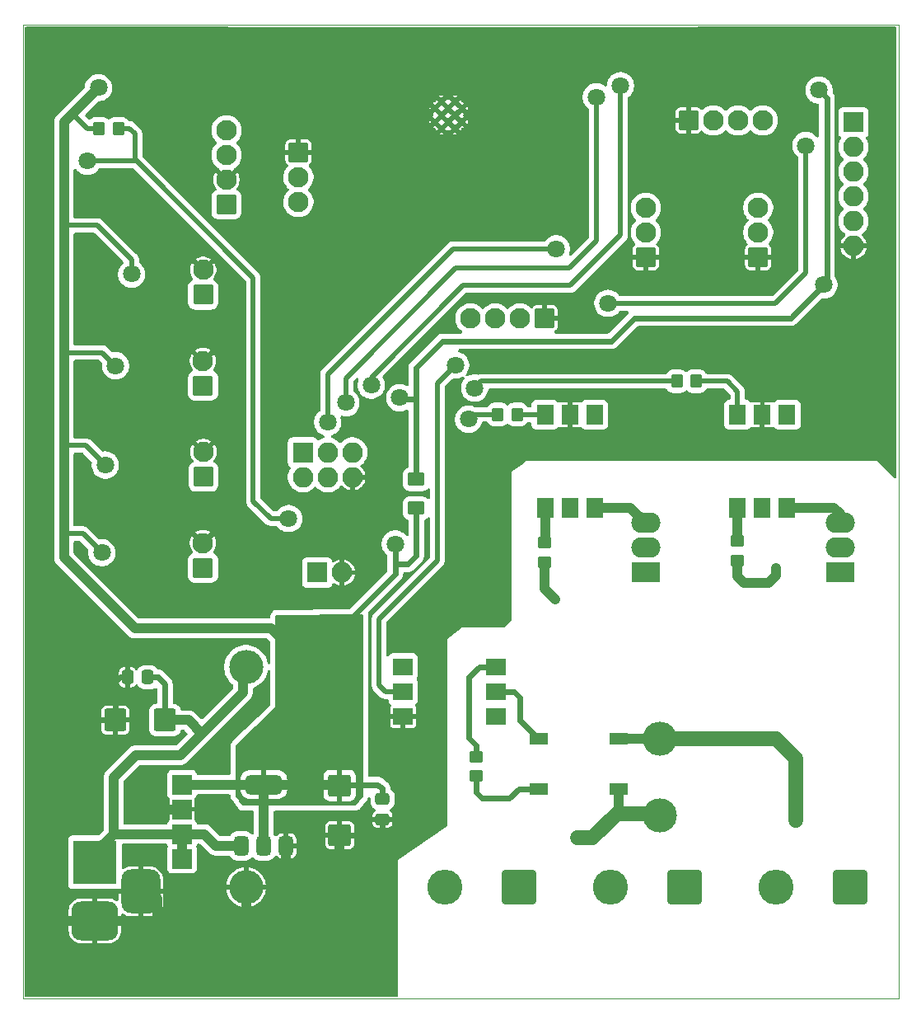
<source format=gbr>
%TF.GenerationSoftware,KiCad,Pcbnew,9.0.2*%
%TF.CreationDate,2025-06-12T16:32:13-03:00*%
%TF.ProjectId,v0.2,76302e32-2e6b-4696-9361-645f70636258,rev?*%
%TF.SameCoordinates,Original*%
%TF.FileFunction,Copper,L2,Bot*%
%TF.FilePolarity,Positive*%
%FSLAX46Y46*%
G04 Gerber Fmt 4.6, Leading zero omitted, Abs format (unit mm)*
G04 Created by KiCad (PCBNEW 9.0.2) date 2025-06-12 16:32:13*
%MOMM*%
%LPD*%
G01*
G04 APERTURE LIST*
G04 Aperture macros list*
%AMRoundRect*
0 Rectangle with rounded corners*
0 $1 Rounding radius*
0 $2 $3 $4 $5 $6 $7 $8 $9 X,Y pos of 4 corners*
0 Add a 4 corners polygon primitive as box body*
4,1,4,$2,$3,$4,$5,$6,$7,$8,$9,$2,$3,0*
0 Add four circle primitives for the rounded corners*
1,1,$1+$1,$2,$3*
1,1,$1+$1,$4,$5*
1,1,$1+$1,$6,$7*
1,1,$1+$1,$8,$9*
0 Add four rect primitives between the rounded corners*
20,1,$1+$1,$2,$3,$4,$5,0*
20,1,$1+$1,$4,$5,$6,$7,0*
20,1,$1+$1,$6,$7,$8,$9,0*
20,1,$1+$1,$8,$9,$2,$3,0*%
G04 Aperture macros list end*
%TA.AperFunction,ComponentPad*%
%ADD10R,3.000000X2.100000*%
%TD*%
%TA.AperFunction,ComponentPad*%
%ADD11O,3.000000X2.100000*%
%TD*%
%TA.AperFunction,ComponentPad*%
%ADD12C,3.500000*%
%TD*%
%TA.AperFunction,ComponentPad*%
%ADD13O,3.500000X3.500000*%
%TD*%
%TA.AperFunction,ComponentPad*%
%ADD14R,4.500000X4.500000*%
%TD*%
%TA.AperFunction,ComponentPad*%
%ADD15RoundRect,1.000000X1.400000X-1.000000X1.400000X1.000000X-1.400000X1.000000X-1.400000X-1.000000X0*%
%TD*%
%TA.AperFunction,ComponentPad*%
%ADD16RoundRect,1.000000X1.000000X-1.250000X1.000000X1.250000X-1.000000X1.250000X-1.000000X-1.250000X0*%
%TD*%
%TA.AperFunction,HeatsinkPad*%
%ADD17C,0.600000*%
%TD*%
%TA.AperFunction,SMDPad,CuDef*%
%ADD18RoundRect,0.250000X-0.475000X0.337500X-0.475000X-0.337500X0.475000X-0.337500X0.475000X0.337500X0*%
%TD*%
%TA.AperFunction,SMDPad,CuDef*%
%ADD19RoundRect,0.250000X-0.350000X-0.450000X0.350000X-0.450000X0.350000X0.450000X-0.350000X0.450000X0*%
%TD*%
%TA.AperFunction,ComponentPad*%
%ADD20RoundRect,0.301724X0.748276X-0.748276X0.748276X0.748276X-0.748276X0.748276X-0.748276X-0.748276X0*%
%TD*%
%TA.AperFunction,ComponentPad*%
%ADD21C,2.100000*%
%TD*%
%TA.AperFunction,SMDPad,CuDef*%
%ADD22R,2.000000X1.780000*%
%TD*%
%TA.AperFunction,ComponentPad*%
%ADD23RoundRect,0.428573X1.371427X1.371427X-1.371427X1.371427X-1.371427X-1.371427X1.371427X-1.371427X0*%
%TD*%
%TA.AperFunction,ComponentPad*%
%ADD24O,3.600000X3.600000*%
%TD*%
%TA.AperFunction,ComponentPad*%
%ADD25RoundRect,0.301724X0.748276X0.748276X-0.748276X0.748276X-0.748276X-0.748276X0.748276X-0.748276X0*%
%TD*%
%TA.AperFunction,SMDPad,CuDef*%
%ADD26RoundRect,0.375000X0.375000X-0.625000X0.375000X0.625000X-0.375000X0.625000X-0.375000X-0.625000X0*%
%TD*%
%TA.AperFunction,SMDPad,CuDef*%
%ADD27RoundRect,0.500000X1.400000X-0.500000X1.400000X0.500000X-1.400000X0.500000X-1.400000X-0.500000X0*%
%TD*%
%TA.AperFunction,ComponentPad*%
%ADD28RoundRect,0.301724X-0.748276X-0.748276X0.748276X-0.748276X0.748276X0.748276X-0.748276X0.748276X0*%
%TD*%
%TA.AperFunction,SMDPad,CuDef*%
%ADD29RoundRect,0.250001X0.624999X-0.462499X0.624999X0.462499X-0.624999X0.462499X-0.624999X-0.462499X0*%
%TD*%
%TA.AperFunction,SMDPad,CuDef*%
%ADD30RoundRect,0.250000X0.337500X0.475000X-0.337500X0.475000X-0.337500X-0.475000X0.337500X-0.475000X0*%
%TD*%
%TA.AperFunction,SMDPad,CuDef*%
%ADD31RoundRect,0.250000X0.450000X-0.350000X0.450000X0.350000X-0.450000X0.350000X-0.450000X-0.350000X0*%
%TD*%
%TA.AperFunction,ComponentPad*%
%ADD32R,2.000000X2.000000*%
%TD*%
%TA.AperFunction,SMDPad,CuDef*%
%ADD33RoundRect,0.250000X-0.450000X0.350000X-0.450000X-0.350000X0.450000X-0.350000X0.450000X0.350000X0*%
%TD*%
%TA.AperFunction,SMDPad,CuDef*%
%ADD34R,1.900000X1.200000*%
%TD*%
%TA.AperFunction,SMDPad,CuDef*%
%ADD35R,1.780000X2.000000*%
%TD*%
%TA.AperFunction,ComponentPad*%
%ADD36RoundRect,0.301724X-0.748276X0.748276X-0.748276X-0.748276X0.748276X-0.748276X0.748276X0.748276X0*%
%TD*%
%TA.AperFunction,ComponentPad*%
%ADD37R,2.100000X2.100000*%
%TD*%
%TA.AperFunction,ComponentPad*%
%ADD38O,2.100000X2.100000*%
%TD*%
%TA.AperFunction,SMDPad,CuDef*%
%ADD39RoundRect,0.250000X0.875000X0.925000X-0.875000X0.925000X-0.875000X-0.925000X0.875000X-0.925000X0*%
%TD*%
%TA.AperFunction,SMDPad,CuDef*%
%ADD40RoundRect,0.250000X-0.925000X0.875000X-0.925000X-0.875000X0.925000X-0.875000X0.925000X0.875000X0*%
%TD*%
%TA.AperFunction,ViaPad*%
%ADD41C,1.800000*%
%TD*%
%TA.AperFunction,ViaPad*%
%ADD42C,0.800000*%
%TD*%
%TA.AperFunction,ViaPad*%
%ADD43C,0.600000*%
%TD*%
%TA.AperFunction,Conductor*%
%ADD44C,0.600000*%
%TD*%
%TA.AperFunction,Conductor*%
%ADD45C,1.000000*%
%TD*%
%TA.AperFunction,Conductor*%
%ADD46C,0.500000*%
%TD*%
%TA.AperFunction,Conductor*%
%ADD47C,1.500000*%
%TD*%
%TA.AperFunction,Profile*%
%ADD48C,0.050000*%
%TD*%
G04 APERTURE END LIST*
D10*
%TO.P,Q1,1,A1*%
%TO.N,Net-(J14-Pin_1)*%
X94000000Y-116200000D03*
D11*
%TO.P,Q1,2,A2*%
%TO.N,/FASE*%
X94000000Y-113660000D03*
%TO.P,Q1,3,G*%
%TO.N,Net-(Q1-G)*%
X94000000Y-111120000D03*
%TD*%
%TO.P,Q2,3,G*%
%TO.N,Net-(Q2-G)*%
X114000000Y-111120000D03*
D10*
%TO.P,Q2,1,A1*%
%TO.N,Net-(J15-Pin_1)*%
X114000000Y-116200000D03*
D11*
%TO.P,Q2,2,A2*%
%TO.N,/FASE*%
X114000000Y-113660000D03*
%TD*%
D12*
%TO.P,PS1,1,AC/L*%
%TO.N,/FASE*%
X95432500Y-141150000D03*
D13*
%TO.P,PS1,2,AC/N*%
%TO.N,/NEUTRO*%
X95432500Y-133350000D03*
%TO.P,PS1,3,-Vout*%
%TO.N,GND*%
X52932500Y-148550000D03*
%TO.P,PS1,4,+Vout*%
%TO.N,Net-(PS1-+Vout)*%
X52932500Y-125950000D03*
%TD*%
D14*
%TO.P,J17,1*%
%TO.N,Net-(PS1-+Vout)*%
X37400000Y-146000000D03*
D15*
%TO.P,J17,2*%
%TO.N,GND*%
X37400000Y-152000000D03*
D16*
%TO.P,J17,3*%
X42100000Y-149000000D03*
%TD*%
D17*
%TO.P,U1,39,GND*%
%TO.N,GND*%
X72320000Y-68570000D03*
X72320000Y-69970000D03*
X73020000Y-67870000D03*
X73020000Y-69270000D03*
X73020000Y-70670000D03*
X73695000Y-68570000D03*
X73695000Y-69970000D03*
X74420000Y-67870000D03*
X74420000Y-69270000D03*
X74420000Y-70670000D03*
X75120000Y-68570000D03*
X75120000Y-69970000D03*
%TD*%
D18*
%TO.P,C10,1*%
%TO.N,+3.3V*%
X66957500Y-139512500D03*
%TO.P,C10,2*%
%TO.N,GND*%
X66957500Y-141587500D03*
%TD*%
D19*
%TO.P,R8,1*%
%TO.N,/TRIAC_A*%
X78800000Y-100000000D03*
%TO.P,R8,2*%
%TO.N,Net-(R8-Pad2)*%
X80800000Y-100000000D03*
%TD*%
D20*
%TO.P,J6,1,Pin_1*%
%TO.N,GND*%
X105570000Y-83850000D03*
D21*
%TO.P,J6,2,Pin_2*%
%TO.N,/D_led*%
X105570000Y-81310000D03*
%TO.P,J6,3,Pin_3*%
%TO.N,+3.3V_fused*%
X105570000Y-78770000D03*
%TD*%
D22*
%TO.P,U4,1*%
%TO.N,Net-(R11-Pad2)*%
X78600000Y-125920000D03*
%TO.P,U4,2*%
%TO.N,Net-(BR1-Pad-)*%
X78600000Y-128460000D03*
%TO.P,U4,3,NC*%
%TO.N,unconnected-(U4-NC-Pad3)*%
X78600000Y-131000000D03*
%TO.P,U4,4*%
%TO.N,GND*%
X69070000Y-131000000D03*
%TO.P,U4,5*%
%TO.N,/ZERO*%
X69070000Y-128460000D03*
%TO.P,U4,6*%
%TO.N,unconnected-(U4-Pad6)*%
X69070000Y-125920000D03*
%TD*%
D23*
%TO.P,J15,1,Pin_1*%
%TO.N,Net-(J15-Pin_1)*%
X115062000Y-148590000D03*
D24*
%TO.P,J15,2,Pin_2*%
%TO.N,/NEUTRO*%
X107442000Y-148590000D03*
%TD*%
D20*
%TO.P,J3,1,Pin_1*%
%TO.N,/In2*%
X48557500Y-106400000D03*
D21*
%TO.P,J3,2,Pin_2*%
%TO.N,GND*%
X48557500Y-103860000D03*
%TD*%
D20*
%TO.P,J11,1,Pin_1*%
%TO.N,+3.3V_fused*%
X50920000Y-78450000D03*
D21*
%TO.P,J11,2,Pin_2*%
%TO.N,GND*%
X50920000Y-75910000D03*
%TO.P,J11,3,Pin_3*%
%TO.N,/SCL*%
X50920000Y-73370000D03*
%TO.P,J11,4,Pin_4*%
%TO.N,/SDA*%
X50920000Y-70830000D03*
%TD*%
D25*
%TO.P,J9,1,Pin_1*%
%TO.N,GND*%
X83620000Y-90150000D03*
D21*
%TO.P,J9,2,Pin_2*%
%TO.N,/IN_A_N*%
X81080000Y-90150000D03*
%TO.P,J9,3,Pin_3*%
%TO.N,/IN_A_P*%
X78540000Y-90150000D03*
%TO.P,J9,4,Pin_4*%
%TO.N,/EN_A*%
X76000000Y-90150000D03*
%TD*%
D26*
%TO.P,U5,1,GND*%
%TO.N,GND*%
X57057500Y-144312500D03*
%TO.P,U5,2,VO*%
%TO.N,+3.3V*%
X54757500Y-144312500D03*
D27*
X54757500Y-138012500D03*
D26*
%TO.P,U5,3,VI*%
%TO.N,Net-(PS1-+Vout)*%
X52457500Y-144312500D03*
%TD*%
D19*
%TO.P,R10,1*%
%TO.N,/TRIAC_B*%
X97200000Y-96600000D03*
%TO.P,R10,2*%
%TO.N,Net-(R10-Pad2)*%
X99200000Y-96600000D03*
%TD*%
D28*
%TO.P,J10,1,Pin_1*%
%TO.N,GND*%
X98420000Y-69800000D03*
D21*
%TO.P,J10,2,Pin_2*%
%TO.N,/IN_B_N*%
X100960000Y-69800000D03*
%TO.P,J10,3,Pin_3*%
%TO.N,/IN_B_P*%
X103500000Y-69800000D03*
%TO.P,J10,4,Pin_4*%
%TO.N,/EN_B*%
X106040000Y-69800000D03*
%TD*%
D20*
%TO.P,J2,1,Pin_1*%
%TO.N,/In1*%
X48507500Y-115750000D03*
D21*
%TO.P,J2,2,Pin_2*%
%TO.N,GND*%
X48507500Y-113210000D03*
%TD*%
D29*
%TO.P,F1,1*%
%TO.N,+3.3V*%
X70420000Y-109637500D03*
%TO.P,F1,2*%
%TO.N,+3.3V_fused*%
X70420000Y-106662500D03*
%TD*%
D30*
%TO.P,C8,1*%
%TO.N,Net-(PS1-+Vout)*%
X42837500Y-127000000D03*
%TO.P,C8,2*%
%TO.N,GND*%
X40762500Y-127000000D03*
%TD*%
D23*
%TO.P,J16,1,Pin_1*%
%TO.N,/FASE*%
X81026000Y-148590000D03*
D24*
%TO.P,J16,2,Pin_2*%
%TO.N,/NEUTRO*%
X73406000Y-148590000D03*
%TD*%
D20*
%TO.P,J5,1,Pin_1*%
%TO.N,/In4*%
X48520000Y-87700000D03*
D21*
%TO.P,J5,2,Pin_2*%
%TO.N,GND*%
X48520000Y-85160000D03*
%TD*%
D31*
%TO.P,R11,1*%
%TO.N,/380V*%
X76600000Y-137144000D03*
%TO.P,R11,2*%
%TO.N,Net-(R11-Pad2)*%
X76600000Y-135144000D03*
%TD*%
D32*
%TO.P,U6,EN,EN*%
%TO.N,Net-(PS1-+Vout)*%
X46357500Y-145632500D03*
%TO.P,U6,GND,GND*%
%TO.N,GND*%
X46357500Y-140552500D03*
%TO.P,U6,IN+,IN+*%
%TO.N,Net-(PS1-+Vout)*%
X46357500Y-143092500D03*
%TO.P,U6,VO+,VO+*%
%TO.N,+3.3V*%
X46357500Y-138012500D03*
%TD*%
D20*
%TO.P,J4,1,Pin_1*%
%TO.N,/In3*%
X48507500Y-97050000D03*
D21*
%TO.P,J4,2,Pin_2*%
%TO.N,GND*%
X48507500Y-94510000D03*
%TD*%
D33*
%TO.P,R7,1*%
%TO.N,Net-(R7-Pad1)*%
X83600000Y-113200000D03*
%TO.P,R7,2*%
%TO.N,/FASE*%
X83600000Y-115200000D03*
%TD*%
D19*
%TO.P,R6,1*%
%TO.N,+3.3V*%
X37820000Y-70650000D03*
%TO.P,R6,2*%
%TO.N,/EN*%
X39820000Y-70650000D03*
%TD*%
D34*
%TO.P,BR1,+,+*%
%TO.N,/380V*%
X82996420Y-138439590D03*
%TO.P,BR1,-,-*%
%TO.N,Net-(BR1-Pad-)*%
X82996420Y-133339590D03*
%TO.P,BR1,AC1,AC1*%
%TO.N,/FASE*%
X91246420Y-138439590D03*
%TO.P,BR1,AC2,AC2*%
%TO.N,/NEUTRO*%
X91246420Y-133339590D03*
%TD*%
D35*
%TO.P,U3,1*%
%TO.N,Net-(R10-Pad2)*%
X103460000Y-100035000D03*
%TO.P,U3,2*%
%TO.N,GND*%
X106000000Y-100035000D03*
%TO.P,U3,3,NC*%
%TO.N,unconnected-(U3-NC-Pad3)*%
X108540000Y-100035000D03*
%TO.P,U3,4*%
%TO.N,Net-(Q2-G)*%
X108540000Y-109565000D03*
%TO.P,U3,5,NC*%
%TO.N,unconnected-(U3-NC-Pad5)*%
X106000000Y-109565000D03*
%TO.P,U3,6*%
%TO.N,Net-(R9-Pad1)*%
X103460000Y-109565000D03*
%TD*%
D33*
%TO.P,R9,1*%
%TO.N,Net-(R9-Pad1)*%
X103400000Y-113000000D03*
%TO.P,R9,2*%
%TO.N,/FASE*%
X103400000Y-115000000D03*
%TD*%
D36*
%TO.P,J12,1,Pin_1*%
%TO.N,GND*%
X58320000Y-73100000D03*
D21*
%TO.P,J12,2,Pin_2*%
%TO.N,/DAC_P*%
X58320000Y-75640000D03*
%TO.P,J12,3,Pin_3*%
%TO.N,/DAC_N*%
X58320000Y-78180000D03*
%TD*%
D23*
%TO.P,J14,1,Pin_1*%
%TO.N,Net-(J14-Pin_1)*%
X98044000Y-148590000D03*
D24*
%TO.P,J14,2,Pin_2*%
%TO.N,/NEUTRO*%
X90424000Y-148590000D03*
%TD*%
D35*
%TO.P,U2,1*%
%TO.N,Net-(R8-Pad2)*%
X83660000Y-100035000D03*
%TO.P,U2,2*%
%TO.N,GND*%
X86200000Y-100035000D03*
%TO.P,U2,3,NC*%
%TO.N,unconnected-(U2-NC-Pad3)*%
X88740000Y-100035000D03*
%TO.P,U2,4*%
%TO.N,Net-(Q1-G)*%
X88740000Y-109565000D03*
%TO.P,U2,5,NC*%
%TO.N,unconnected-(U2-NC-Pad5)*%
X86200000Y-109565000D03*
%TO.P,U2,6*%
%TO.N,Net-(R7-Pad1)*%
X83660000Y-109565000D03*
%TD*%
D37*
%TO.P,J1,1,Pin_1*%
%TO.N,/RXD0*%
X58780000Y-103910000D03*
D38*
%TO.P,J1,2,Pin_2*%
%TO.N,/TXD0*%
X58780000Y-106450000D03*
%TO.P,J1,3,Pin_3*%
%TO.N,/DTR*%
X61320000Y-103910000D03*
%TO.P,J1,4,Pin_4*%
%TO.N,/EN*%
X61320000Y-106450000D03*
%TO.P,J1,5,Pin_5*%
%TO.N,+3.3V*%
X63860000Y-103910000D03*
%TO.P,J1,6,Pin_6*%
%TO.N,GND*%
X63860000Y-106450000D03*
%TD*%
D37*
%TO.P,J7,1,Pin_1*%
%TO.N,/EN*%
X60250000Y-116250000D03*
D38*
%TO.P,J7,2,Pin_2*%
%TO.N,GND*%
X62790000Y-116250000D03*
%TD*%
D20*
%TO.P,J13,1,Pin_1*%
%TO.N,GND*%
X94020000Y-83850000D03*
D21*
%TO.P,J13,2,Pin_2*%
%TO.N,/RX2*%
X94020000Y-81310000D03*
%TO.P,J13,3,Pin_3*%
%TO.N,/D_led*%
X94020000Y-78770000D03*
%TD*%
D37*
%TO.P,J8,1,Pin_1*%
%TO.N,+3.3V_fused*%
X115370000Y-70000000D03*
D38*
%TO.P,J8,2,Pin_2*%
%TO.N,/MOSI*%
X115370000Y-72540000D03*
%TO.P,J8,3,Pin_3*%
%TO.N,/MISO*%
X115370000Y-75080000D03*
%TO.P,J8,4,Pin_4*%
%TO.N,/CLK*%
X115370000Y-77620000D03*
%TO.P,J8,5,Pin_5*%
%TO.N,/CE*%
X115370000Y-80160000D03*
%TO.P,J8,6,Pin_6*%
%TO.N,GND*%
X115370000Y-82700000D03*
%TD*%
D39*
%TO.P,C9,1*%
%TO.N,Net-(PS1-+Vout)*%
X44600000Y-131400000D03*
%TO.P,C9,2*%
%TO.N,GND*%
X39500000Y-131400000D03*
%TD*%
D40*
%TO.P,C11,1*%
%TO.N,+3.3V*%
X62557500Y-138112500D03*
%TO.P,C11,2*%
%TO.N,GND*%
X62557500Y-143212500D03*
%TD*%
D41*
%TO.N,+3.3V*%
X38470000Y-105200000D03*
X41170000Y-85600000D03*
X38120000Y-114200000D03*
X39520000Y-95000000D03*
X37770000Y-66450000D03*
X68270000Y-113300000D03*
%TO.N,GND*%
X54400000Y-114400000D03*
X107000000Y-62400000D03*
X34220000Y-66400000D03*
X94220000Y-67300000D03*
X68970000Y-84300000D03*
X42000000Y-140500000D03*
X98770000Y-82000000D03*
X36200000Y-124200000D03*
X76400000Y-105600000D03*
X61976000Y-156210000D03*
X113600000Y-92800000D03*
X58070000Y-92450000D03*
%TO.N,/EN*%
X36620001Y-73999999D03*
X57320000Y-110700000D03*
D42*
%TO.N,/NEUTRO*%
X109474000Y-141732000D03*
%TO.N,/FASE*%
X84709000Y-118999000D03*
D43*
X87000000Y-143500000D03*
D42*
X107442000Y-115824000D03*
D41*
%TO.N,+3.3V_fused*%
X68720000Y-98300000D03*
X112320000Y-86700000D03*
X111820000Y-66700000D03*
%TO.N,/DTR*%
X61320000Y-100800000D03*
X84820000Y-83000000D03*
%TO.N,/TXD0*%
X91420000Y-66250000D03*
X65800000Y-97000004D03*
%TO.N,/RXD0*%
X63200000Y-98799998D03*
X88920000Y-67400000D03*
%TO.N,/EN_B*%
X110470002Y-72400000D03*
X90120000Y-88600000D03*
%TO.N,/TRIAC_A*%
X75800006Y-100500000D03*
%TO.N,/TRIAC_B*%
X76420000Y-97300000D03*
%TO.N,/ZERO*%
X74470000Y-94950000D03*
%TD*%
D44*
%TO.N,+3.3V*%
X69520000Y-115400000D02*
X68270000Y-115400000D01*
X68270000Y-115400000D02*
X68270000Y-116400000D01*
D45*
X59082500Y-125587500D02*
X55482500Y-121987500D01*
X62607500Y-138012500D02*
X54757500Y-138012500D01*
X34220000Y-70000000D02*
X35095000Y-69125000D01*
D44*
X66457500Y-138012500D02*
X62607500Y-138012500D01*
D46*
X37670000Y-80600000D02*
X34220000Y-80600000D01*
D44*
X70420000Y-114500000D02*
X69520000Y-115400000D01*
D46*
X41170000Y-84100000D02*
X37670000Y-80600000D01*
X36170000Y-112250000D02*
X34220000Y-112250000D01*
X34220000Y-93650000D02*
X38170000Y-93650000D01*
D45*
X54757500Y-138012500D02*
X46357500Y-138012500D01*
X59082500Y-125587500D02*
X59082500Y-138012500D01*
X34220000Y-114700000D02*
X34220000Y-112250000D01*
D44*
X66957500Y-138412500D02*
X66457500Y-138012500D01*
D45*
X54757500Y-144312500D02*
X54757500Y-138012500D01*
D46*
X37820000Y-70650000D02*
X36620000Y-70650000D01*
D45*
X41507500Y-121987500D02*
X34220000Y-114700000D01*
X35095000Y-69125000D02*
X35094999Y-69125001D01*
X34220000Y-80600000D02*
X34220000Y-70000000D01*
D46*
X36620000Y-70650000D02*
X35095000Y-69125000D01*
D45*
X34220000Y-93650000D02*
X34220000Y-103200000D01*
X37770000Y-66450000D02*
X35094999Y-69125001D01*
D44*
X68270000Y-116400000D02*
X59082500Y-125587500D01*
D45*
X34220000Y-80600000D02*
X34220000Y-93650000D01*
D46*
X41170000Y-85600000D02*
X41170000Y-84100000D01*
D45*
X55482500Y-121987500D02*
X41507500Y-121987500D01*
D44*
X66957500Y-139512500D02*
X66957500Y-138412500D01*
D46*
X38120000Y-114200000D02*
X36170000Y-112250000D01*
D44*
X70420000Y-109637500D02*
X70420000Y-114500000D01*
X68270000Y-115400000D02*
X68270000Y-113300000D01*
D46*
X38170000Y-93650000D02*
X39520000Y-95000000D01*
X36470000Y-103200000D02*
X38470000Y-105200000D01*
D45*
X34220000Y-103200000D02*
X34220000Y-112250000D01*
D46*
X34220000Y-103200000D02*
X36470000Y-103200000D01*
D45*
%TO.N,GND*%
X33500000Y-152000000D02*
X37400000Y-152000000D01*
D44*
X99120000Y-62400000D02*
X105670000Y-62400000D01*
D45*
X52932500Y-151187500D02*
X52932500Y-148550000D01*
D44*
X40762500Y-127000000D02*
X40000000Y-127000000D01*
X105670000Y-62400000D02*
X107000000Y-62400000D01*
X94220000Y-67300000D02*
X99120000Y-62400000D01*
D45*
X52932500Y-151187500D02*
X52120000Y-152000000D01*
X57057500Y-144312500D02*
X57057500Y-145912500D01*
X43000000Y-149000000D02*
X42100000Y-149000000D01*
D44*
X66957500Y-141587500D02*
X66957500Y-142612500D01*
X39500000Y-131400000D02*
X32100000Y-131400000D01*
D45*
X32000000Y-131500000D02*
X32000000Y-150500000D01*
D46*
X106000000Y-101800000D02*
X106000000Y-100035000D01*
D44*
X39500000Y-127500000D02*
X39500000Y-131400000D01*
D45*
X46357500Y-140552500D02*
X42052500Y-140552500D01*
D46*
X104600000Y-103200000D02*
X106000000Y-101800000D01*
D45*
X61800000Y-146712500D02*
X62557500Y-145955000D01*
X43775000Y-149775000D02*
X43000000Y-149000000D01*
X43775000Y-152000000D02*
X37400000Y-152000000D01*
X57857500Y-146712500D02*
X61800000Y-146712500D01*
X34220000Y-66400000D02*
X32000000Y-68620000D01*
D44*
X66357500Y-143212500D02*
X62557500Y-143212500D01*
D45*
X62557500Y-145955000D02*
X62557500Y-143212500D01*
D44*
X32100000Y-131400000D02*
X32000000Y-131500000D01*
D45*
X42052500Y-140552500D02*
X42000000Y-140500000D01*
D46*
X86200000Y-100035000D02*
X86200000Y-101600000D01*
X86200000Y-101600000D02*
X87800000Y-103200000D01*
D44*
X40000000Y-127000000D02*
X39500000Y-127500000D01*
D45*
X57057500Y-145912500D02*
X57857500Y-146712500D01*
X43775000Y-152000000D02*
X43775000Y-149775000D01*
X32000000Y-68620000D02*
X32000000Y-131500000D01*
X32000000Y-150500000D02*
X33500000Y-152000000D01*
D44*
X66957500Y-142612500D02*
X66357500Y-143212500D01*
D46*
X87800000Y-103200000D02*
X104600000Y-103200000D01*
D45*
X52120000Y-152000000D02*
X44225000Y-152000000D01*
D46*
%TO.N,/EN*%
X53670000Y-108900000D02*
X53670000Y-85950000D01*
X53670000Y-85950000D02*
X41719999Y-73999999D01*
X55470000Y-110700000D02*
X57320000Y-110700000D01*
X41719999Y-73999999D02*
X36620001Y-73999999D01*
X41520000Y-71200000D02*
X41520000Y-73800000D01*
X40970000Y-70650000D02*
X41520000Y-71200000D01*
X39820000Y-70650000D02*
X40970000Y-70650000D01*
X53670000Y-108900000D02*
X55470000Y-110700000D01*
X41520000Y-73800000D02*
X41719999Y-73999999D01*
D45*
%TO.N,Net-(PS1-+Vout)*%
X52457500Y-144312500D02*
X49857500Y-144312500D01*
X48637500Y-143092500D02*
X46357500Y-143092500D01*
X49857500Y-144312500D02*
X48637500Y-143092500D01*
X46200000Y-135000000D02*
X52612500Y-128587500D01*
D44*
X43900000Y-127000000D02*
X44600000Y-127700000D01*
D45*
X39320000Y-143100000D02*
X39320000Y-137280000D01*
X52612500Y-126270000D02*
X52932500Y-125950000D01*
X39320000Y-137280000D02*
X41600000Y-135000000D01*
X41600000Y-135000000D02*
X46200000Y-135000000D01*
X46357500Y-145632500D02*
X46357500Y-143092500D01*
X52612500Y-128587500D02*
X52612500Y-126270000D01*
X48400000Y-132800000D02*
X47000000Y-131400000D01*
X39320000Y-143100000D02*
X43437500Y-143092500D01*
X43437500Y-143092500D02*
X46357500Y-143092500D01*
X37400000Y-145020000D02*
X39320000Y-143100000D01*
D44*
X42837500Y-127000000D02*
X43900000Y-127000000D01*
D45*
X37400000Y-146000000D02*
X37400000Y-145020000D01*
X47000000Y-131400000D02*
X44600000Y-131400000D01*
D44*
X44600000Y-127700000D02*
X44600000Y-131400000D01*
D45*
%TO.N,/NEUTRO*%
X95432500Y-133350000D02*
X95250000Y-133350000D01*
D47*
X101600000Y-133350000D02*
X95432500Y-133350000D01*
X101600000Y-133350000D02*
X107442000Y-133350000D01*
X109474000Y-135382000D02*
X109474000Y-141732000D01*
D45*
X95250000Y-133350000D02*
X95239590Y-133339590D01*
D47*
X107442000Y-133350000D02*
X109474000Y-135382000D01*
D45*
X95239590Y-133339590D02*
X91246420Y-133339590D01*
%TO.N,/FASE*%
X103400000Y-116608000D02*
X104140000Y-117348000D01*
X91246420Y-138439590D02*
X91246420Y-140919170D01*
X107442000Y-116586000D02*
X107442000Y-115824000D01*
D47*
X88500000Y-143500000D02*
X87000000Y-143500000D01*
D45*
X104140000Y-117348000D02*
X106680000Y-117348000D01*
X83600000Y-117890000D02*
X84709000Y-118999000D01*
X83600000Y-115200000D02*
X83600000Y-117890000D01*
X91246420Y-140919170D02*
X91186000Y-140979590D01*
D44*
X84709000Y-118999000D02*
X84710000Y-119000000D01*
D47*
X91020410Y-140979590D02*
X88500000Y-143500000D01*
X95432500Y-141150000D02*
X95262090Y-140979590D01*
X91186000Y-140979590D02*
X91020410Y-140979590D01*
X95262090Y-140979590D02*
X91186000Y-140979590D01*
D45*
X106680000Y-117348000D02*
X107442000Y-116586000D01*
X103400000Y-115000000D02*
X103400000Y-116608000D01*
D44*
%TO.N,/380V*%
X81016410Y-138439590D02*
X82996420Y-138439590D01*
X76600000Y-137144000D02*
X76600000Y-138830000D01*
X80010000Y-139446000D02*
X81016410Y-138439590D01*
X77216000Y-139446000D02*
X80010000Y-139446000D01*
X76600000Y-138830000D02*
X77216000Y-139446000D01*
%TO.N,+3.3V_fused*%
X108920000Y-90100000D02*
X112320000Y-86700000D01*
X70420000Y-95180000D02*
X73100000Y-92500000D01*
X70420000Y-98450000D02*
X70420000Y-95180000D01*
X112620000Y-86400000D02*
X112620000Y-67500000D01*
X92870000Y-90100000D02*
X108920000Y-90100000D01*
X73100000Y-92500000D02*
X90470000Y-92500000D01*
X112620000Y-67500000D02*
X111820000Y-66700000D01*
X68870000Y-98450000D02*
X68720000Y-98300000D01*
X90470000Y-92500000D02*
X92870000Y-90100000D01*
X70420000Y-106662500D02*
X70420000Y-98450000D01*
X112320000Y-86700000D02*
X112620000Y-86400000D01*
X70420000Y-98450000D02*
X68870000Y-98450000D01*
D46*
%TO.N,/DTR*%
X74170000Y-83000000D02*
X61320000Y-95850000D01*
X84820000Y-83000000D02*
X74170000Y-83000000D01*
X61320000Y-95850000D02*
X61320000Y-100800000D01*
%TO.N,/TXD0*%
X65800000Y-96200000D02*
X65800000Y-97000004D01*
X91420000Y-66250000D02*
X91420000Y-81600000D01*
X91420000Y-81600000D02*
X86270000Y-86750000D01*
X75250000Y-86750000D02*
X65800000Y-96200000D01*
X86270000Y-86750000D02*
X75250000Y-86750000D01*
%TO.N,/RXD0*%
X88920000Y-67400000D02*
X88920000Y-82200000D01*
X74495000Y-85000000D02*
X63200000Y-96295000D01*
X86120000Y-85000000D02*
X74495000Y-85000000D01*
X63200000Y-96295000D02*
X63200000Y-98799998D01*
X88920000Y-82200000D02*
X86120000Y-85000000D01*
%TO.N,/EN_B*%
X107320000Y-88600000D02*
X110470002Y-85449998D01*
X110470002Y-85449998D02*
X110470002Y-72400000D01*
X90120000Y-88600000D02*
X107320000Y-88600000D01*
D45*
%TO.N,Net-(Q1-G)*%
X88740000Y-109565000D02*
X92445000Y-109565000D01*
X92445000Y-109565000D02*
X94000000Y-111120000D01*
%TO.N,Net-(Q2-G)*%
X108540000Y-109565000D02*
X113365000Y-109565000D01*
X113365000Y-109565000D02*
X114000000Y-110200000D01*
D44*
X114000000Y-110200000D02*
X114000000Y-111120000D01*
D45*
%TO.N,Net-(R7-Pad1)*%
X83660000Y-109565000D02*
X83660000Y-113140000D01*
D46*
%TO.N,Net-(R8-Pad2)*%
X80800000Y-100000000D02*
X80835000Y-100035000D01*
X80835000Y-100035000D02*
X83660000Y-100035000D01*
%TO.N,/TRIAC_A*%
X76300006Y-100000000D02*
X75800006Y-100500000D01*
X78800000Y-100000000D02*
X76300006Y-100000000D01*
D45*
%TO.N,Net-(R9-Pad1)*%
X103400000Y-109625000D02*
X103400000Y-113000000D01*
D46*
%TO.N,Net-(R10-Pad2)*%
X103460000Y-97660000D02*
X102400000Y-96600000D01*
X102400000Y-96600000D02*
X99200000Y-96600000D01*
X103460000Y-100035000D02*
X103460000Y-97660000D01*
%TO.N,/TRIAC_B*%
X77120000Y-96600000D02*
X76420000Y-97300000D01*
X97200000Y-96600000D02*
X77120000Y-96600000D01*
D44*
%TO.N,Net-(R11-Pad2)*%
X76600000Y-134000000D02*
X75800000Y-133200000D01*
X75800000Y-133200000D02*
X75800000Y-127000000D01*
X76880000Y-125920000D02*
X78600000Y-125920000D01*
X75800000Y-127000000D02*
X76880000Y-125920000D01*
X76600000Y-135144000D02*
X76600000Y-134000000D01*
D46*
%TO.N,/ZERO*%
X72600000Y-96820000D02*
X74470000Y-94950000D01*
X66600000Y-121000000D02*
X72600000Y-115000000D01*
X66600000Y-127800000D02*
X66600000Y-121000000D01*
X72600000Y-115000000D02*
X72600000Y-96820000D01*
X67260000Y-128460000D02*
X66600000Y-127800000D01*
X69070000Y-128460000D02*
X67260000Y-128460000D01*
D44*
%TO.N,Net-(BR1-Pad-)*%
X81074420Y-129074420D02*
X81074420Y-131417590D01*
X80460000Y-128460000D02*
X81074420Y-129074420D01*
X81074420Y-131417590D02*
X82996420Y-133339590D01*
X78600000Y-128460000D02*
X80460000Y-128460000D01*
%TD*%
%TA.AperFunction,Conductor*%
%TO.N,GND*%
G36*
X51270003Y-139032962D02*
G01*
X51324541Y-139087500D01*
X51344496Y-139160514D01*
X51344500Y-139160912D01*
X51344599Y-139170917D01*
X51344600Y-139170944D01*
X51344695Y-139175787D01*
X51344992Y-139185791D01*
X51371075Y-139327267D01*
X51371079Y-139327282D01*
X51393395Y-139393486D01*
X51393489Y-139393674D01*
X51458287Y-139521896D01*
X51458289Y-139521900D01*
X51458292Y-139521904D01*
X51458293Y-139521906D01*
X52098854Y-140436994D01*
X52098857Y-140436998D01*
X52098861Y-140437003D01*
X52162670Y-140511548D01*
X52162672Y-140511550D01*
X52197218Y-140544756D01*
X52274225Y-140605567D01*
X52405102Y-140665338D01*
X52429752Y-140672576D01*
X52472137Y-140685022D01*
X52472139Y-140685022D01*
X52472141Y-140685023D01*
X52472145Y-140685024D01*
X52472146Y-140685024D01*
X52472150Y-140685025D01*
X52472154Y-140685026D01*
X52614546Y-140705498D01*
X52614550Y-140705498D01*
X52614561Y-140705500D01*
X53608000Y-140705500D01*
X53682500Y-140725462D01*
X53737038Y-140780000D01*
X53757000Y-140854500D01*
X53757000Y-143015771D01*
X53753988Y-143027011D01*
X53755244Y-143038580D01*
X53744150Y-143063725D01*
X53737038Y-143090271D01*
X53724113Y-143109146D01*
X53723612Y-143109769D01*
X53661368Y-143155315D01*
X53584690Y-143163638D01*
X53514124Y-143132507D01*
X53491367Y-143109745D01*
X53490886Y-143109146D01*
X53455222Y-143064778D01*
X53411864Y-143029926D01*
X53306797Y-142945470D01*
X53306792Y-142945467D01*
X53136193Y-142860859D01*
X52951387Y-142814899D01*
X52925107Y-142813117D01*
X52908623Y-142812000D01*
X52908615Y-142812000D01*
X52006384Y-142812000D01*
X51963613Y-142814899D01*
X51778806Y-142860859D01*
X51608207Y-142945467D01*
X51608202Y-142945470D01*
X51459782Y-143064774D01*
X51459774Y-143064782D01*
X51340470Y-143213202D01*
X51340467Y-143213208D01*
X51332535Y-143229202D01*
X51281550Y-143287075D01*
X51208459Y-143311703D01*
X51199050Y-143312000D01*
X50333639Y-143312000D01*
X50259139Y-143292038D01*
X50228280Y-143268359D01*
X49423134Y-142463214D01*
X49423132Y-142463211D01*
X49275285Y-142315364D01*
X49275282Y-142315361D01*
X49229076Y-142284487D01*
X49111416Y-142205868D01*
X48948729Y-142138482D01*
X48948726Y-142138480D01*
X48929338Y-142130449D01*
X48929336Y-142130448D01*
X48832688Y-142111224D01*
X48832688Y-142111223D01*
X48736041Y-142092000D01*
X47994766Y-142092000D01*
X47920266Y-142072038D01*
X47865728Y-142017500D01*
X47856111Y-141993278D01*
X47854848Y-141993750D01*
X47801297Y-141850170D01*
X47801295Y-141850166D01*
X47715047Y-141734955D01*
X47707511Y-141727419D01*
X47708629Y-141726300D01*
X47668313Y-141675033D01*
X47657630Y-141601608D01*
X47657252Y-141601587D01*
X47657358Y-141599740D01*
X47657279Y-141599192D01*
X47657500Y-141597289D01*
X47657500Y-140802500D01*
X46848248Y-140802500D01*
X46870018Y-140764792D01*
X46907500Y-140624909D01*
X46907500Y-140480091D01*
X46870018Y-140340208D01*
X46848248Y-140302500D01*
X47657499Y-140302500D01*
X47657499Y-139507701D01*
X47657277Y-139505788D01*
X47657357Y-139505243D01*
X47657251Y-139503405D01*
X47657631Y-139503383D01*
X47668521Y-139429484D01*
X47708615Y-139378687D01*
X47707510Y-139377582D01*
X47715042Y-139370048D01*
X47715046Y-139370046D01*
X47801296Y-139254831D01*
X47830778Y-139175787D01*
X47854848Y-139111251D01*
X47857998Y-139112426D01*
X47886325Y-139059816D01*
X47951946Y-139019286D01*
X47994766Y-139013000D01*
X51195503Y-139013000D01*
X51270003Y-139032962D01*
G37*
%TD.AperFunction*%
%TA.AperFunction,Conductor*%
G36*
X55386205Y-126266306D02*
G01*
X55433158Y-126327496D01*
X55444500Y-126384516D01*
X55444500Y-129819263D01*
X55424538Y-129893763D01*
X55398193Y-129927222D01*
X51540164Y-133597054D01*
X51540147Y-133597071D01*
X51498921Y-133641272D01*
X51480069Y-133664077D01*
X51444435Y-133712847D01*
X51444430Y-133712854D01*
X51384663Y-133843725D01*
X51384658Y-133843739D01*
X51364977Y-133910763D01*
X51364974Y-133910776D01*
X51364973Y-133910780D01*
X51344501Y-134053172D01*
X51344500Y-134053190D01*
X51344500Y-136863000D01*
X51324538Y-136937500D01*
X51270000Y-136992038D01*
X51195500Y-137012000D01*
X47994766Y-137012000D01*
X47920266Y-136992038D01*
X47865728Y-136937500D01*
X47856111Y-136913278D01*
X47854848Y-136913750D01*
X47801297Y-136770170D01*
X47801295Y-136770166D01*
X47715047Y-136654955D01*
X47715044Y-136654952D01*
X47599833Y-136568704D01*
X47599829Y-136568702D01*
X47464982Y-136518408D01*
X47405376Y-136512000D01*
X45309636Y-136512000D01*
X45309611Y-136512002D01*
X45250021Y-136518408D01*
X45250015Y-136518409D01*
X45115170Y-136568702D01*
X45115166Y-136568704D01*
X44999955Y-136654952D01*
X44999952Y-136654955D01*
X44913704Y-136770166D01*
X44913702Y-136770170D01*
X44863408Y-136905017D01*
X44857000Y-136964614D01*
X44857000Y-139060363D01*
X44857002Y-139060388D01*
X44863408Y-139119978D01*
X44863409Y-139119984D01*
X44913702Y-139254829D01*
X44913704Y-139254833D01*
X44999952Y-139370044D01*
X45007489Y-139377581D01*
X45006370Y-139378699D01*
X45046684Y-139429963D01*
X45057375Y-139503391D01*
X45057748Y-139503413D01*
X45057642Y-139505229D01*
X45057723Y-139505780D01*
X45057500Y-139507703D01*
X45057500Y-140302500D01*
X45866752Y-140302500D01*
X45844982Y-140340208D01*
X45807500Y-140480091D01*
X45807500Y-140624909D01*
X45844982Y-140764792D01*
X45866752Y-140802500D01*
X45057501Y-140802500D01*
X45057501Y-141597304D01*
X45057725Y-141599236D01*
X45057644Y-141599782D01*
X45057749Y-141601595D01*
X45057373Y-141601616D01*
X45046469Y-141675538D01*
X45006384Y-141726322D01*
X45007485Y-141727423D01*
X44999954Y-141734953D01*
X44913704Y-141850166D01*
X44913702Y-141850170D01*
X44860152Y-141993749D01*
X44857001Y-141992573D01*
X44828675Y-142045184D01*
X44763054Y-142085714D01*
X44720234Y-142092000D01*
X43535122Y-142092000D01*
X43534219Y-142091822D01*
X43436497Y-142092000D01*
X43333834Y-142092000D01*
X43329954Y-142092193D01*
X40469771Y-142097403D01*
X40395235Y-142077576D01*
X40340598Y-142023138D01*
X40320500Y-141948674D01*
X40320500Y-137756138D01*
X40340462Y-137681638D01*
X40364141Y-137650779D01*
X41970779Y-136044141D01*
X42037574Y-136005577D01*
X42076138Y-136000500D01*
X46298537Y-136000500D01*
X46298540Y-136000500D01*
X46298541Y-136000500D01*
X46395188Y-135981275D01*
X46491836Y-135962051D01*
X46545165Y-135939961D01*
X46673914Y-135886632D01*
X46837782Y-135777139D01*
X46977139Y-135637782D01*
X46977139Y-135637780D01*
X46989401Y-135625519D01*
X46989404Y-135625514D01*
X53389639Y-129225282D01*
X53485518Y-129081789D01*
X53492923Y-129070707D01*
X53496080Y-129065980D01*
X53499131Y-129061415D01*
X53499132Y-129061414D01*
X53574551Y-128879335D01*
X53613000Y-128686041D01*
X53613000Y-128203610D01*
X53632962Y-128129110D01*
X53687500Y-128074572D01*
X53704976Y-128065953D01*
X53930007Y-127972743D01*
X54185494Y-127825238D01*
X54419542Y-127645646D01*
X54628146Y-127437042D01*
X54807738Y-127202994D01*
X54955243Y-126947507D01*
X55068139Y-126674952D01*
X55144493Y-126389993D01*
X55146835Y-126372203D01*
X55147775Y-126365068D01*
X55177290Y-126293811D01*
X55238480Y-126246858D01*
X55314948Y-126236791D01*
X55386205Y-126266306D01*
G37*
%TD.AperFunction*%
%TA.AperFunction,Conductor*%
G36*
X51183282Y-60220462D02*
G01*
X51214141Y-60244141D01*
X51220000Y-60250000D01*
X99220000Y-60250000D01*
X99225859Y-60244141D01*
X99292654Y-60205577D01*
X99331218Y-60200500D01*
X119650500Y-60200500D01*
X119725000Y-60220462D01*
X119779538Y-60275000D01*
X119799500Y-60349500D01*
X119799500Y-106439782D01*
X119779538Y-106514282D01*
X119725000Y-106568820D01*
X119650500Y-106588782D01*
X119576000Y-106568820D01*
X119545141Y-106545141D01*
X117800000Y-104800000D01*
X81788000Y-104800000D01*
X81197360Y-105218564D01*
X80264000Y-105880000D01*
X80264000Y-121072196D01*
X80244038Y-121146696D01*
X80213696Y-121183820D01*
X79423357Y-121882624D01*
X79354322Y-121917018D01*
X79324661Y-121920000D01*
X75183999Y-121920000D01*
X73660001Y-123062998D01*
X73660000Y-123063001D01*
X73660000Y-142162421D01*
X73640038Y-142236921D01*
X73596446Y-142284487D01*
X68580000Y-145796000D01*
X68580000Y-159650500D01*
X68560038Y-159725000D01*
X68505500Y-159779538D01*
X68431000Y-159799500D01*
X30349500Y-159799500D01*
X30275000Y-159779538D01*
X30220462Y-159725000D01*
X30200500Y-159650500D01*
X30200500Y-132368060D01*
X38075000Y-132368060D01*
X38085613Y-132456443D01*
X38141079Y-132597096D01*
X38232433Y-132717562D01*
X38232437Y-132717566D01*
X38352904Y-132808920D01*
X38352903Y-132808920D01*
X38493556Y-132864386D01*
X38581939Y-132874999D01*
X38581941Y-132875000D01*
X39250000Y-132875000D01*
X39750000Y-132875000D01*
X40418059Y-132875000D01*
X40418060Y-132874999D01*
X40506443Y-132864386D01*
X40647096Y-132808920D01*
X40767562Y-132717566D01*
X40767566Y-132717562D01*
X40858920Y-132597096D01*
X40914386Y-132456443D01*
X40924999Y-132368060D01*
X40925000Y-132368058D01*
X40925000Y-131650000D01*
X39750000Y-131650000D01*
X39750000Y-132875000D01*
X39250000Y-132875000D01*
X39250000Y-131650000D01*
X38075000Y-131650000D01*
X38075000Y-132368060D01*
X30200500Y-132368060D01*
X30200500Y-130431939D01*
X38075000Y-130431939D01*
X38075000Y-131150000D01*
X39250000Y-131150000D01*
X39750000Y-131150000D01*
X40925000Y-131150000D01*
X40925000Y-130431941D01*
X40924999Y-130431939D01*
X40914386Y-130343556D01*
X40858920Y-130202903D01*
X40767566Y-130082437D01*
X40767562Y-130082433D01*
X40647095Y-129991079D01*
X40647096Y-129991079D01*
X40506443Y-129935613D01*
X40418060Y-129925000D01*
X39750000Y-129925000D01*
X39750000Y-131150000D01*
X39250000Y-131150000D01*
X39250000Y-129925000D01*
X38581939Y-129925000D01*
X38493556Y-129935613D01*
X38352903Y-129991079D01*
X38232437Y-130082433D01*
X38232433Y-130082437D01*
X38141079Y-130202903D01*
X38085613Y-130343556D01*
X38075000Y-130431939D01*
X30200500Y-130431939D01*
X30200500Y-127518060D01*
X39875000Y-127518060D01*
X39885613Y-127606443D01*
X39941079Y-127747096D01*
X40032433Y-127867562D01*
X40032437Y-127867566D01*
X40152904Y-127958920D01*
X40152903Y-127958920D01*
X40293556Y-128014386D01*
X40381939Y-128024999D01*
X40381941Y-128025000D01*
X40512500Y-128025000D01*
X40512500Y-127250000D01*
X39875000Y-127250000D01*
X39875000Y-127518060D01*
X30200500Y-127518060D01*
X30200500Y-126481939D01*
X39875000Y-126481939D01*
X39875000Y-126750000D01*
X40512500Y-126750000D01*
X40512500Y-125975000D01*
X40381939Y-125975000D01*
X40293556Y-125985613D01*
X40152903Y-126041079D01*
X40032437Y-126132433D01*
X40032433Y-126132437D01*
X39941079Y-126252903D01*
X39885613Y-126393556D01*
X39875000Y-126481939D01*
X30200500Y-126481939D01*
X30200500Y-69901460D01*
X33219500Y-69901460D01*
X33219500Y-114798541D01*
X33219791Y-114800003D01*
X33219796Y-114800029D01*
X33257948Y-114991833D01*
X33257949Y-114991836D01*
X33269955Y-115020821D01*
X33333368Y-115173916D01*
X33396396Y-115268242D01*
X33442861Y-115337782D01*
X33442864Y-115337785D01*
X33590708Y-115485629D01*
X33590713Y-115485633D01*
X40730360Y-122625281D01*
X40730361Y-122625282D01*
X40869718Y-122764639D01*
X40978224Y-122837140D01*
X41033581Y-122874129D01*
X41033583Y-122874130D01*
X41033586Y-122874132D01*
X41140245Y-122918311D01*
X41215664Y-122949551D01*
X41408959Y-122988000D01*
X55006362Y-122988000D01*
X55080862Y-123007962D01*
X55111721Y-123031641D01*
X55400859Y-123320779D01*
X55439423Y-123387574D01*
X55444500Y-123426138D01*
X55444500Y-125515483D01*
X55424538Y-125589983D01*
X55370000Y-125644521D01*
X55295500Y-125664483D01*
X55221000Y-125644521D01*
X55166462Y-125589983D01*
X55147775Y-125534932D01*
X55144495Y-125510020D01*
X55144494Y-125510015D01*
X55144493Y-125510007D01*
X55068139Y-125225048D01*
X54955243Y-124952493D01*
X54807738Y-124697006D01*
X54807735Y-124697002D01*
X54807735Y-124697001D01*
X54628145Y-124462957D01*
X54419542Y-124254354D01*
X54185497Y-124074764D01*
X53930011Y-123927259D01*
X53930009Y-123927258D01*
X53930007Y-123927257D01*
X53845024Y-123892055D01*
X53657449Y-123814359D01*
X53372494Y-123738007D01*
X53372477Y-123738004D01*
X53080011Y-123699500D01*
X53080006Y-123699500D01*
X52784994Y-123699500D01*
X52784988Y-123699500D01*
X52492522Y-123738004D01*
X52492505Y-123738007D01*
X52207551Y-123814359D01*
X52207550Y-123814359D01*
X51934988Y-123927259D01*
X51679502Y-124074764D01*
X51679501Y-124074764D01*
X51445457Y-124254354D01*
X51236854Y-124462957D01*
X51057264Y-124697001D01*
X51057264Y-124697002D01*
X50909759Y-124952488D01*
X50796859Y-125225050D01*
X50796859Y-125225051D01*
X50720507Y-125510005D01*
X50720504Y-125510022D01*
X50682000Y-125802488D01*
X50682000Y-126097511D01*
X50720504Y-126389977D01*
X50720507Y-126389994D01*
X50796859Y-126674948D01*
X50796859Y-126674949D01*
X50909759Y-126947511D01*
X51057264Y-127202997D01*
X51057264Y-127202998D01*
X51192453Y-127379178D01*
X51236854Y-127437042D01*
X51445458Y-127645646D01*
X51553706Y-127728707D01*
X51571438Y-127751816D01*
X51592038Y-127772416D01*
X51594609Y-127782013D01*
X51600658Y-127789896D01*
X51612000Y-127846916D01*
X51612000Y-128111360D01*
X51592038Y-128185860D01*
X51568359Y-128216719D01*
X48505358Y-131279720D01*
X48438563Y-131318284D01*
X48361435Y-131318284D01*
X48294640Y-131279720D01*
X47777141Y-130762221D01*
X47777139Y-130762218D01*
X47637782Y-130622861D01*
X47604919Y-130600902D01*
X47473919Y-130513370D01*
X47473909Y-130513365D01*
X47384868Y-130476483D01*
X47345165Y-130460038D01*
X47318500Y-130448993D01*
X47291837Y-130437949D01*
X47195188Y-130418724D01*
X47195188Y-130418723D01*
X47098541Y-130399500D01*
X46348206Y-130399500D01*
X46273706Y-130379538D01*
X46219168Y-130325000D01*
X46206769Y-130297368D01*
X46159814Y-130155666D01*
X46067712Y-130006344D01*
X45943656Y-129882288D01*
X45794334Y-129790186D01*
X45682555Y-129753146D01*
X45627798Y-129735001D01*
X45627790Y-129734999D01*
X45534356Y-129725454D01*
X45462271Y-129698024D01*
X45413559Y-129638225D01*
X45400500Y-129577226D01*
X45400500Y-127621157D01*
X45381375Y-127525008D01*
X45369737Y-127466502D01*
X45333566Y-127379178D01*
X45309396Y-127320826D01*
X45309391Y-127320816D01*
X45236985Y-127212454D01*
X45221789Y-127189711D01*
X45110289Y-127078211D01*
X44410289Y-126378211D01*
X44279179Y-126290606D01*
X44279178Y-126290605D01*
X44279176Y-126290604D01*
X44133498Y-126230263D01*
X44133494Y-126230262D01*
X43978842Y-126199500D01*
X43939171Y-126199500D01*
X43864671Y-126179538D01*
X43812354Y-126128721D01*
X43767712Y-126056344D01*
X43643656Y-125932288D01*
X43494334Y-125840186D01*
X43411065Y-125812593D01*
X43327798Y-125785001D01*
X43310665Y-125783250D01*
X43225009Y-125774500D01*
X43225004Y-125774500D01*
X42449996Y-125774500D01*
X42347202Y-125785001D01*
X42180666Y-125840186D01*
X42031343Y-125932288D01*
X41907288Y-126056343D01*
X41907287Y-126056345D01*
X41815186Y-126205666D01*
X41815185Y-126205668D01*
X41810631Y-126213052D01*
X41808112Y-126211498D01*
X41768299Y-126258907D01*
X41695812Y-126285257D01*
X41619861Y-126271833D01*
X41564162Y-126226851D01*
X41492562Y-126132433D01*
X41372095Y-126041079D01*
X41372096Y-126041079D01*
X41231443Y-125985613D01*
X41143060Y-125975000D01*
X41012500Y-125975000D01*
X41012500Y-128025000D01*
X41143059Y-128025000D01*
X41143060Y-128024999D01*
X41231443Y-128014386D01*
X41372096Y-127958920D01*
X41492562Y-127867566D01*
X41492565Y-127867563D01*
X41564162Y-127773149D01*
X41625083Y-127725849D01*
X41701493Y-127715346D01*
X41772917Y-127744456D01*
X41808358Y-127788349D01*
X41810631Y-127786948D01*
X41815185Y-127794331D01*
X41815186Y-127794334D01*
X41907288Y-127943656D01*
X42031344Y-128067712D01*
X42180666Y-128159814D01*
X42347203Y-128214999D01*
X42449991Y-128225500D01*
X43225008Y-128225499D01*
X43327797Y-128214999D01*
X43494334Y-128159814D01*
X43572281Y-128111736D01*
X43646166Y-128089616D01*
X43721215Y-128107403D01*
X43777316Y-128160331D01*
X43799437Y-128234219D01*
X43799500Y-128238553D01*
X43799500Y-129577227D01*
X43779538Y-129651727D01*
X43725000Y-129706265D01*
X43665642Y-129725456D01*
X43572202Y-129735001D01*
X43405666Y-129790186D01*
X43256343Y-129882288D01*
X43132288Y-130006343D01*
X43040186Y-130155666D01*
X42985001Y-130322201D01*
X42981500Y-130356465D01*
X42975141Y-130418724D01*
X42974500Y-130424995D01*
X42974500Y-132375003D01*
X42974501Y-132375008D01*
X42985001Y-132477797D01*
X43040186Y-132644334D01*
X43132288Y-132793656D01*
X43256344Y-132917712D01*
X43405666Y-133009814D01*
X43572203Y-133064999D01*
X43674991Y-133075500D01*
X45525008Y-133075499D01*
X45627797Y-133064999D01*
X45794334Y-133009814D01*
X45943656Y-132917712D01*
X46067712Y-132793656D01*
X46159814Y-132644334D01*
X46206770Y-132502631D01*
X46215199Y-132489815D01*
X46219169Y-132475000D01*
X46236041Y-132458127D01*
X46249154Y-132438192D01*
X46262860Y-132431308D01*
X46273707Y-132420462D01*
X46296755Y-132414286D01*
X46318078Y-132403578D01*
X46348207Y-132400500D01*
X46523862Y-132400500D01*
X46598362Y-132420462D01*
X46629221Y-132444141D01*
X46879720Y-132694640D01*
X46918284Y-132761435D01*
X46918284Y-132838563D01*
X46879720Y-132905358D01*
X45829221Y-133955859D01*
X45762426Y-133994423D01*
X45723862Y-133999500D01*
X41501459Y-133999500D01*
X41404811Y-134018723D01*
X41404812Y-134018724D01*
X41308163Y-134037949D01*
X41308158Y-134037950D01*
X41254834Y-134060037D01*
X41254834Y-134060038D01*
X41224488Y-134072607D01*
X41126090Y-134113365D01*
X41126080Y-134113370D01*
X40962219Y-134222860D01*
X40962214Y-134222864D01*
X38542864Y-136642214D01*
X38542860Y-136642219D01*
X38433368Y-136806083D01*
X38386943Y-136918166D01*
X38357949Y-136988162D01*
X38357948Y-136988166D01*
X38342634Y-137065157D01*
X38342634Y-137065158D01*
X38319500Y-137181459D01*
X38319500Y-142623861D01*
X38299538Y-142698361D01*
X38275859Y-142729220D01*
X37799220Y-143205859D01*
X37732425Y-143244423D01*
X37693861Y-143249500D01*
X35102136Y-143249500D01*
X35102111Y-143249502D01*
X35042521Y-143255908D01*
X35042515Y-143255909D01*
X34907670Y-143306202D01*
X34907666Y-143306204D01*
X34792455Y-143392452D01*
X34792452Y-143392455D01*
X34706204Y-143507666D01*
X34706202Y-143507670D01*
X34655908Y-143642517D01*
X34649500Y-143702114D01*
X34649500Y-148297863D01*
X34649502Y-148297888D01*
X34655908Y-148357478D01*
X34655909Y-148357484D01*
X34706202Y-148492329D01*
X34706204Y-148492333D01*
X34792452Y-148607544D01*
X34792455Y-148607547D01*
X34907666Y-148693795D01*
X34907670Y-148693797D01*
X35042517Y-148744091D01*
X35102114Y-148750499D01*
X35102118Y-148750499D01*
X35102127Y-148750500D01*
X39697872Y-148750499D01*
X39719657Y-148748157D01*
X39738282Y-148751061D01*
X39738282Y-148750000D01*
X41600000Y-148750000D01*
X41600000Y-149250000D01*
X39800000Y-149250000D01*
X39800000Y-149826973D01*
X39780038Y-149901473D01*
X39725500Y-149956011D01*
X39651000Y-149975973D01*
X39576500Y-149956011D01*
X39565538Y-149949027D01*
X39452488Y-149869869D01*
X39452477Y-149869862D01*
X39246325Y-149773733D01*
X39246323Y-149773732D01*
X39026605Y-149714859D01*
X39026606Y-149714859D01*
X38856763Y-149700000D01*
X37650000Y-149700000D01*
X37650000Y-151500000D01*
X37150000Y-151500000D01*
X37150000Y-149700000D01*
X35943247Y-149700000D01*
X35943234Y-149700001D01*
X35773393Y-149714859D01*
X35553676Y-149773732D01*
X35553674Y-149773733D01*
X35347522Y-149869862D01*
X35347517Y-149869865D01*
X35161182Y-150000339D01*
X35000339Y-150161182D01*
X34869865Y-150347517D01*
X34869862Y-150347522D01*
X34773733Y-150553674D01*
X34773732Y-150553676D01*
X34714859Y-150773393D01*
X34700000Y-150943236D01*
X34700000Y-151750000D01*
X35966988Y-151750000D01*
X35934075Y-151807007D01*
X35900000Y-151934174D01*
X35900000Y-152065826D01*
X35934075Y-152192993D01*
X35966988Y-152250000D01*
X34700001Y-152250000D01*
X34700001Y-153056765D01*
X34714859Y-153226606D01*
X34773732Y-153446323D01*
X34773733Y-153446325D01*
X34869862Y-153652477D01*
X34869865Y-153652482D01*
X35000339Y-153838817D01*
X35161182Y-153999660D01*
X35347517Y-154130134D01*
X35347522Y-154130137D01*
X35553674Y-154226266D01*
X35553676Y-154226267D01*
X35773394Y-154285140D01*
X35773393Y-154285140D01*
X35943241Y-154299999D01*
X37150000Y-154299999D01*
X37150000Y-152500000D01*
X37650000Y-152500000D01*
X37650000Y-154299999D01*
X38856753Y-154299999D01*
X38856765Y-154299998D01*
X39026606Y-154285140D01*
X39246323Y-154226267D01*
X39246325Y-154226266D01*
X39452477Y-154130137D01*
X39452482Y-154130134D01*
X39638817Y-153999660D01*
X39799660Y-153838817D01*
X39930134Y-153652482D01*
X39930137Y-153652477D01*
X40026266Y-153446325D01*
X40026267Y-153446323D01*
X40085140Y-153226606D01*
X40099999Y-153056763D01*
X40100000Y-153056754D01*
X40100000Y-152250000D01*
X38833012Y-152250000D01*
X38865925Y-152192993D01*
X38900000Y-152065826D01*
X38900000Y-151934174D01*
X38865925Y-151807007D01*
X38833012Y-151750000D01*
X40099999Y-151750000D01*
X40099999Y-151423025D01*
X40119961Y-151348525D01*
X40174499Y-151293987D01*
X40248999Y-151274025D01*
X40323499Y-151293987D01*
X40334462Y-151300972D01*
X40447509Y-151380129D01*
X40447522Y-151380137D01*
X40653674Y-151476266D01*
X40653676Y-151476267D01*
X40873394Y-151535140D01*
X40873393Y-151535140D01*
X41043241Y-151549999D01*
X41850000Y-151549999D01*
X41850000Y-150433012D01*
X41907007Y-150465925D01*
X42034174Y-150500000D01*
X42165826Y-150500000D01*
X42292993Y-150465925D01*
X42350000Y-150433012D01*
X42350000Y-151549999D01*
X43156753Y-151549999D01*
X43156765Y-151549998D01*
X43326606Y-151535140D01*
X43546323Y-151476267D01*
X43546325Y-151476266D01*
X43752477Y-151380137D01*
X43752482Y-151380134D01*
X43938817Y-151249660D01*
X44099660Y-151088817D01*
X44230134Y-150902482D01*
X44230137Y-150902477D01*
X44326266Y-150696325D01*
X44326267Y-150696323D01*
X44385140Y-150476606D01*
X44399999Y-150306763D01*
X44400000Y-150306754D01*
X44400000Y-149250000D01*
X42600000Y-149250000D01*
X42600000Y-148750000D01*
X44399999Y-148750000D01*
X44399999Y-148300000D01*
X50897723Y-148300000D01*
X52332499Y-148300000D01*
X52307479Y-148360402D01*
X52282500Y-148485981D01*
X52282500Y-148614019D01*
X52307479Y-148739598D01*
X52332499Y-148800000D01*
X50897724Y-148800000D01*
X50917573Y-148950777D01*
X50917575Y-148950790D01*
X50987129Y-149210368D01*
X51089968Y-149458641D01*
X51224332Y-149691366D01*
X51224332Y-149691367D01*
X51387921Y-149904559D01*
X51577940Y-150094578D01*
X51791133Y-150258167D01*
X52023858Y-150392531D01*
X52272131Y-150495370D01*
X52531709Y-150564924D01*
X52531722Y-150564926D01*
X52682500Y-150584776D01*
X52682500Y-149150001D01*
X52742902Y-149175021D01*
X52868481Y-149200000D01*
X52996519Y-149200000D01*
X53122098Y-149175021D01*
X53182500Y-149150001D01*
X53182500Y-150584775D01*
X53333277Y-150564926D01*
X53333290Y-150564924D01*
X53592868Y-150495370D01*
X53841141Y-150392531D01*
X54073866Y-150258167D01*
X54073867Y-150258167D01*
X54287059Y-150094578D01*
X54477078Y-149904559D01*
X54640667Y-149691367D01*
X54640667Y-149691366D01*
X54775031Y-149458641D01*
X54877870Y-149210368D01*
X54947424Y-148950790D01*
X54947426Y-148950777D01*
X54967276Y-148800000D01*
X53532501Y-148800000D01*
X53557521Y-148739598D01*
X53582500Y-148614019D01*
X53582500Y-148485981D01*
X53557521Y-148360402D01*
X53532501Y-148300000D01*
X54967276Y-148300000D01*
X54947426Y-148149222D01*
X54947424Y-148149209D01*
X54877870Y-147889631D01*
X54775031Y-147641358D01*
X54640667Y-147408633D01*
X54640667Y-147408632D01*
X54477078Y-147195440D01*
X54287059Y-147005421D01*
X54073866Y-146841832D01*
X53841141Y-146707468D01*
X53592868Y-146604629D01*
X53333291Y-146535075D01*
X53333278Y-146535073D01*
X53182500Y-146515222D01*
X53182500Y-147949998D01*
X53122098Y-147924979D01*
X52996519Y-147900000D01*
X52868481Y-147900000D01*
X52742902Y-147924979D01*
X52682500Y-147949998D01*
X52682500Y-146515222D01*
X52531721Y-146535073D01*
X52531708Y-146535075D01*
X52272131Y-146604629D01*
X52023858Y-146707468D01*
X51791133Y-146841832D01*
X51791132Y-146841832D01*
X51577940Y-147005421D01*
X51387921Y-147195440D01*
X51224332Y-147408632D01*
X51224332Y-147408633D01*
X51089968Y-147641358D01*
X50987129Y-147889631D01*
X50917575Y-148149209D01*
X50917573Y-148149222D01*
X50897723Y-148300000D01*
X44399999Y-148300000D01*
X44399999Y-147693247D01*
X44399998Y-147693234D01*
X44385140Y-147523393D01*
X44326267Y-147303676D01*
X44326266Y-147303674D01*
X44230137Y-147097522D01*
X44230134Y-147097517D01*
X44099660Y-146911182D01*
X43938817Y-146750339D01*
X43752482Y-146619865D01*
X43752477Y-146619862D01*
X43546325Y-146523733D01*
X43546323Y-146523732D01*
X43326605Y-146464859D01*
X43326606Y-146464859D01*
X43156763Y-146450000D01*
X42350000Y-146450000D01*
X42350000Y-147566988D01*
X42292993Y-147534075D01*
X42165826Y-147500000D01*
X42034174Y-147500000D01*
X41907007Y-147534075D01*
X41850000Y-147566988D01*
X41850000Y-146450000D01*
X41043247Y-146450000D01*
X41043234Y-146450001D01*
X40873393Y-146464859D01*
X40653676Y-146523732D01*
X40653674Y-146523733D01*
X40447522Y-146619862D01*
X40447517Y-146619865D01*
X40384962Y-146663668D01*
X40312485Y-146690047D01*
X40236529Y-146676654D01*
X40177445Y-146627077D01*
X40151066Y-146554600D01*
X40150499Y-146541627D01*
X40150499Y-144247717D01*
X40170461Y-144173218D01*
X40224999Y-144118680D01*
X40299227Y-144098718D01*
X43438494Y-144093000D01*
X44720234Y-144093000D01*
X44732497Y-144096286D01*
X44745137Y-144095096D01*
X44769182Y-144106115D01*
X44794734Y-144112962D01*
X44803711Y-144121939D01*
X44815253Y-144127229D01*
X44825500Y-144143728D01*
X44849272Y-144167500D01*
X44859908Y-144190115D01*
X44863341Y-144199359D01*
X44863409Y-144199983D01*
X44904261Y-144309515D01*
X44904670Y-144310614D01*
X44908256Y-144348704D01*
X44911933Y-144387210D01*
X44911895Y-144387351D01*
X44911900Y-144387402D01*
X44911855Y-144387498D01*
X44904602Y-144414567D01*
X44863408Y-144525015D01*
X44857000Y-144584614D01*
X44857000Y-146680363D01*
X44857002Y-146680388D01*
X44863408Y-146739978D01*
X44863409Y-146739984D01*
X44913702Y-146874829D01*
X44913704Y-146874833D01*
X44999952Y-146990044D01*
X44999955Y-146990047D01*
X45115166Y-147076295D01*
X45115170Y-147076297D01*
X45250017Y-147126591D01*
X45309614Y-147132999D01*
X45309618Y-147132999D01*
X45309627Y-147133000D01*
X47405372Y-147132999D01*
X47464983Y-147126591D01*
X47560947Y-147090798D01*
X47599829Y-147076297D01*
X47599833Y-147076295D01*
X47657438Y-147033171D01*
X47715046Y-146990046D01*
X47801296Y-146874831D01*
X47851591Y-146739983D01*
X47856960Y-146690047D01*
X47857999Y-146680385D01*
X47857999Y-146680382D01*
X47858000Y-146680373D01*
X47857999Y-144584628D01*
X47851591Y-144525017D01*
X47810395Y-144414566D01*
X47809039Y-144400368D01*
X47803098Y-144387402D01*
X47805441Y-144362684D01*
X47803065Y-144337791D01*
X47810328Y-144310614D01*
X47851591Y-144199983D01*
X47851658Y-144199355D01*
X47855092Y-144190113D01*
X47872264Y-144165930D01*
X47886325Y-144139816D01*
X47894312Y-144134882D01*
X47899748Y-144127228D01*
X47926713Y-144114870D01*
X47951946Y-144099286D01*
X47964856Y-144097390D01*
X47969864Y-144095096D01*
X47976336Y-144095705D01*
X47994766Y-144093000D01*
X48161362Y-144093000D01*
X48235862Y-144112962D01*
X48266720Y-144136640D01*
X49219719Y-145089640D01*
X49284998Y-145133258D01*
X49383580Y-145199129D01*
X49383590Y-145199134D01*
X49425646Y-145216554D01*
X49565665Y-145274552D01*
X49758960Y-145313001D01*
X49963390Y-145313001D01*
X49963410Y-145313000D01*
X51199050Y-145313000D01*
X51273550Y-145332962D01*
X51328088Y-145387500D01*
X51332535Y-145395798D01*
X51340467Y-145411791D01*
X51340470Y-145411797D01*
X51405318Y-145492471D01*
X51459778Y-145560222D01*
X51459782Y-145560225D01*
X51608202Y-145679529D01*
X51608207Y-145679532D01*
X51694185Y-145722172D01*
X51778807Y-145764141D01*
X51963611Y-145810100D01*
X52006377Y-145813000D01*
X52908622Y-145812999D01*
X52951389Y-145810100D01*
X53136193Y-145764141D01*
X53306796Y-145679530D01*
X53455222Y-145560222D01*
X53491370Y-145515251D01*
X53553601Y-145469694D01*
X53630277Y-145461355D01*
X53700850Y-145492471D01*
X53723626Y-145515247D01*
X53759778Y-145560222D01*
X53759782Y-145560225D01*
X53908202Y-145679529D01*
X53908207Y-145679532D01*
X53994185Y-145722172D01*
X54078807Y-145764141D01*
X54263611Y-145810100D01*
X54306377Y-145813000D01*
X55208622Y-145812999D01*
X55251389Y-145810100D01*
X55436193Y-145764141D01*
X55606796Y-145679530D01*
X55755222Y-145560222D01*
X55874530Y-145411796D01*
X55891923Y-145376725D01*
X55942905Y-145318854D01*
X56015995Y-145294225D01*
X56091607Y-145309440D01*
X56142699Y-145351036D01*
X56147250Y-145356845D01*
X56263156Y-145472751D01*
X56403434Y-145557551D01*
X56403445Y-145557556D01*
X56559929Y-145606319D01*
X56627946Y-145612499D01*
X56807500Y-145612499D01*
X57307500Y-145612499D01*
X57487052Y-145612499D01*
X57487053Y-145612498D01*
X57555065Y-145606319D01*
X57555073Y-145606317D01*
X57711555Y-145557556D01*
X57711565Y-145557551D01*
X57851843Y-145472751D01*
X57967751Y-145356843D01*
X58052551Y-145216565D01*
X58052556Y-145216554D01*
X58101319Y-145060070D01*
X58107500Y-144992053D01*
X58107500Y-144562500D01*
X57307500Y-144562500D01*
X57307500Y-145612499D01*
X56807500Y-145612499D01*
X56807500Y-144130560D01*
X61082500Y-144130560D01*
X61093113Y-144218943D01*
X61148579Y-144359596D01*
X61239933Y-144480062D01*
X61239937Y-144480066D01*
X61360404Y-144571420D01*
X61360403Y-144571420D01*
X61501056Y-144626886D01*
X61589439Y-144637499D01*
X61589441Y-144637500D01*
X62307500Y-144637500D01*
X62807500Y-144637500D01*
X63525559Y-144637500D01*
X63525560Y-144637499D01*
X63613943Y-144626886D01*
X63754596Y-144571420D01*
X63875062Y-144480066D01*
X63875066Y-144480062D01*
X63966420Y-144359596D01*
X64021886Y-144218943D01*
X64032499Y-144130560D01*
X64032500Y-144130558D01*
X64032500Y-143462500D01*
X62807500Y-143462500D01*
X62807500Y-144637500D01*
X62307500Y-144637500D01*
X62307500Y-143462500D01*
X61082500Y-143462500D01*
X61082500Y-144130560D01*
X56807500Y-144130560D01*
X56807500Y-144062500D01*
X57307500Y-144062500D01*
X58107499Y-144062500D01*
X58107499Y-143632948D01*
X58107498Y-143632946D01*
X58101319Y-143564934D01*
X58101319Y-143564932D01*
X58063981Y-143445109D01*
X58063980Y-143445106D01*
X58052556Y-143408445D01*
X58052551Y-143408434D01*
X57967751Y-143268156D01*
X57851843Y-143152248D01*
X57711565Y-143067448D01*
X57711554Y-143067443D01*
X57555070Y-143018680D01*
X57487053Y-143012500D01*
X57307500Y-143012500D01*
X57307500Y-144062500D01*
X56807500Y-144062500D01*
X56807500Y-143012500D01*
X56627948Y-143012500D01*
X56627946Y-143012501D01*
X56559934Y-143018680D01*
X56559926Y-143018682D01*
X56403444Y-143067443D01*
X56403434Y-143067448D01*
X56263156Y-143152248D01*
X56147244Y-143268160D01*
X56142695Y-143273967D01*
X56081034Y-143320299D01*
X56004468Y-143329593D01*
X55933513Y-143299359D01*
X55904031Y-143268494D01*
X55897177Y-143258867D01*
X55874530Y-143213204D01*
X55788146Y-143105737D01*
X55785623Y-143102193D01*
X55773615Y-143069994D01*
X55759751Y-143038547D01*
X55759195Y-143031325D01*
X55758674Y-143029926D01*
X55758958Y-143028235D01*
X55758000Y-143015771D01*
X55758000Y-142294439D01*
X61082500Y-142294439D01*
X61082500Y-142962500D01*
X62307500Y-142962500D01*
X62807500Y-142962500D01*
X64032500Y-142962500D01*
X64032500Y-142294441D01*
X64032499Y-142294439D01*
X64021886Y-142206056D01*
X63966420Y-142065403D01*
X63892601Y-141968060D01*
X65932500Y-141968060D01*
X65943113Y-142056443D01*
X65998579Y-142197096D01*
X66089933Y-142317562D01*
X66089937Y-142317566D01*
X66210404Y-142408920D01*
X66210403Y-142408920D01*
X66351056Y-142464386D01*
X66439439Y-142474999D01*
X66439441Y-142475000D01*
X66707500Y-142475000D01*
X67207500Y-142475000D01*
X67475559Y-142475000D01*
X67475560Y-142474999D01*
X67563943Y-142464386D01*
X67704596Y-142408920D01*
X67825062Y-142317566D01*
X67825066Y-142317562D01*
X67916420Y-142197096D01*
X67971886Y-142056443D01*
X67982499Y-141968060D01*
X67982500Y-141968058D01*
X67982500Y-141837500D01*
X67207500Y-141837500D01*
X67207500Y-142475000D01*
X66707500Y-142475000D01*
X66707500Y-141837500D01*
X65932500Y-141837500D01*
X65932500Y-141968060D01*
X63892601Y-141968060D01*
X63875066Y-141944937D01*
X63875062Y-141944933D01*
X63808564Y-141894505D01*
X63754595Y-141853579D01*
X63754596Y-141853579D01*
X63613943Y-141798113D01*
X63525560Y-141787500D01*
X62807500Y-141787500D01*
X62807500Y-142962500D01*
X62307500Y-142962500D01*
X62307500Y-141787500D01*
X61589439Y-141787500D01*
X61501056Y-141798113D01*
X61360403Y-141853579D01*
X61239937Y-141944933D01*
X61239933Y-141944937D01*
X61148579Y-142065403D01*
X61093113Y-142206056D01*
X61082500Y-142294439D01*
X55758000Y-142294439D01*
X55758000Y-140854500D01*
X55777962Y-140780000D01*
X55832500Y-140725462D01*
X55907000Y-140705500D01*
X64140395Y-140705500D01*
X64140402Y-140705500D01*
X64222154Y-140698845D01*
X64261731Y-140692359D01*
X64341317Y-140672576D01*
X64469749Y-140607716D01*
X64525715Y-140568562D01*
X64526804Y-140567818D01*
X64526988Y-140567671D01*
X64527000Y-140567664D01*
X64527003Y-140567662D01*
X64631959Y-140469245D01*
X65367557Y-139549748D01*
X65383386Y-139528875D01*
X65390873Y-139518452D01*
X65405567Y-139496839D01*
X65447466Y-139405094D01*
X65496572Y-139345621D01*
X65568837Y-139318668D01*
X65644897Y-139331458D01*
X65704372Y-139380565D01*
X65731325Y-139452830D01*
X65732000Y-139466993D01*
X65732000Y-139900003D01*
X65732001Y-139900008D01*
X65742501Y-140002797D01*
X65797686Y-140169334D01*
X65889788Y-140318656D01*
X66013844Y-140442712D01*
X66163166Y-140534814D01*
X66163168Y-140534814D01*
X66170552Y-140539369D01*
X66168993Y-140541895D01*
X66216372Y-140581649D01*
X66242752Y-140654126D01*
X66229359Y-140730082D01*
X66184351Y-140785836D01*
X66089937Y-140857433D01*
X66089933Y-140857437D01*
X65998579Y-140977903D01*
X65943113Y-141118556D01*
X65932500Y-141206939D01*
X65932500Y-141337500D01*
X67982500Y-141337500D01*
X67982500Y-141206941D01*
X67982499Y-141206939D01*
X67971886Y-141118556D01*
X67916420Y-140977903D01*
X67825066Y-140857437D01*
X67730648Y-140785837D01*
X67683348Y-140724915D01*
X67672847Y-140648505D01*
X67701956Y-140577081D01*
X67745855Y-140541650D01*
X67744448Y-140539369D01*
X67751831Y-140534814D01*
X67751834Y-140534814D01*
X67901156Y-140442712D01*
X68025212Y-140318656D01*
X68117314Y-140169334D01*
X68172499Y-140002797D01*
X68183000Y-139900009D01*
X68182999Y-139124992D01*
X68172499Y-139022203D01*
X68117314Y-138855666D01*
X68025212Y-138706344D01*
X67901156Y-138582288D01*
X67894019Y-138577886D01*
X67832234Y-138539776D01*
X67779306Y-138483675D01*
X67761771Y-138422647D01*
X67761039Y-138411424D01*
X67761810Y-138402459D01*
X67758535Y-138372992D01*
X67758315Y-138369600D01*
X67758488Y-138368730D01*
X67758000Y-138359913D01*
X67758000Y-138333662D01*
X67758000Y-138333658D01*
X67749313Y-138289988D01*
X67744397Y-138245739D01*
X67733968Y-138212844D01*
X67727237Y-138179003D01*
X67712641Y-138143767D01*
X67708269Y-138131781D01*
X67696744Y-138095427D01*
X67684079Y-138072428D01*
X67676941Y-138057577D01*
X67676420Y-138056319D01*
X67666894Y-138033321D01*
X67666892Y-138033318D01*
X67645702Y-138001605D01*
X67642150Y-137996290D01*
X67620681Y-137957301D01*
X67598463Y-137930906D01*
X67579289Y-137902211D01*
X67547803Y-137870725D01*
X67519133Y-137836666D01*
X67492188Y-137815110D01*
X67467789Y-137790711D01*
X67436066Y-137769514D01*
X67425791Y-137761993D01*
X66992188Y-137415110D01*
X66967789Y-137390711D01*
X66930770Y-137365976D01*
X66896003Y-137338162D01*
X66896000Y-137338160D01*
X66895998Y-137338159D01*
X66872698Y-137326077D01*
X66858514Y-137317696D01*
X66836679Y-137303106D01*
X66836676Y-137303104D01*
X66836675Y-137303104D01*
X66801442Y-137288510D01*
X66801442Y-137288509D01*
X66795529Y-137286060D01*
X66756020Y-137265572D01*
X66722882Y-137255969D01*
X66715259Y-137252812D01*
X66715250Y-137252809D01*
X66690997Y-137242763D01*
X66690994Y-137242762D01*
X66690991Y-137242761D01*
X66690989Y-137242760D01*
X66653592Y-137235321D01*
X66641196Y-137232298D01*
X66604573Y-137221686D01*
X66604559Y-137221683D01*
X66578403Y-137219437D01*
X66578403Y-137219436D01*
X66570172Y-137218729D01*
X66536342Y-137212000D01*
X66491828Y-137212000D01*
X66485459Y-137211453D01*
X66485456Y-137211453D01*
X66447461Y-137208188D01*
X66421359Y-137211089D01*
X66404906Y-137212000D01*
X65654500Y-137212000D01*
X65580000Y-137192038D01*
X65525462Y-137137500D01*
X65505500Y-137063000D01*
X65505500Y-131934794D01*
X67770001Y-131934794D01*
X67772909Y-131959874D01*
X67818212Y-132062477D01*
X67897521Y-132141786D01*
X68000128Y-132187091D01*
X68025204Y-132189999D01*
X68820000Y-132189999D01*
X69320000Y-132189999D01*
X70114795Y-132189999D01*
X70139874Y-132187090D01*
X70242477Y-132141787D01*
X70242478Y-132141787D01*
X70321786Y-132062478D01*
X70367091Y-131959871D01*
X70370000Y-131934795D01*
X70370000Y-131250000D01*
X69320000Y-131250000D01*
X69320000Y-132189999D01*
X68820000Y-132189999D01*
X68820000Y-131250000D01*
X67770001Y-131250000D01*
X67770001Y-131934794D01*
X65505500Y-131934794D01*
X65505500Y-120674614D01*
X65502236Y-120644510D01*
X65493756Y-120566289D01*
X65482367Y-120514378D01*
X65462816Y-120456155D01*
X65462488Y-120450888D01*
X65459881Y-120446299D01*
X65460112Y-120412709D01*
X65458025Y-120379180D01*
X65460375Y-120374452D01*
X65460412Y-120369173D01*
X65478194Y-120338615D01*
X65492365Y-120310118D01*
X65496297Y-120307508D01*
X65498705Y-120303371D01*
X68891789Y-116910289D01*
X68915979Y-116874086D01*
X68979394Y-116779179D01*
X69039737Y-116633497D01*
X69070500Y-116478842D01*
X69070500Y-116349500D01*
X69090462Y-116275000D01*
X69145000Y-116220462D01*
X69219500Y-116200500D01*
X69598842Y-116200500D01*
X69753497Y-116169737D01*
X69899179Y-116109394D01*
X70030289Y-116021789D01*
X71041789Y-115010289D01*
X71054119Y-114991836D01*
X71076951Y-114957666D01*
X71129393Y-114879181D01*
X71129393Y-114879180D01*
X71129394Y-114879179D01*
X71189737Y-114733497D01*
X71196499Y-114699501D01*
X71220500Y-114578843D01*
X71220500Y-114421158D01*
X71220500Y-110940069D01*
X71240462Y-110865569D01*
X71295000Y-110811031D01*
X71322631Y-110798632D01*
X71364334Y-110784814D01*
X71513655Y-110692711D01*
X71595141Y-110611225D01*
X71661936Y-110572661D01*
X71739064Y-110572661D01*
X71805859Y-110611225D01*
X71844423Y-110678020D01*
X71849500Y-110716584D01*
X71849500Y-114627414D01*
X71829538Y-114701914D01*
X71805859Y-114732773D01*
X66017050Y-120521582D01*
X66017049Y-120521582D01*
X66017048Y-120521584D01*
X65989105Y-120563406D01*
X65989100Y-120563413D01*
X65989099Y-120563413D01*
X65934921Y-120644495D01*
X65934913Y-120644510D01*
X65878341Y-120781088D01*
X65849500Y-120926078D01*
X65849500Y-127873921D01*
X65878341Y-128018912D01*
X65878342Y-128018914D01*
X65934911Y-128155485D01*
X65934919Y-128155500D01*
X65937799Y-128159810D01*
X65937800Y-128159814D01*
X65937802Y-128159814D01*
X66017047Y-128278414D01*
X66017048Y-128278416D01*
X66781582Y-129042950D01*
X66781589Y-129042956D01*
X66839708Y-129081789D01*
X66839709Y-129081789D01*
X66904505Y-129125084D01*
X67041087Y-129181658D01*
X67186082Y-129210500D01*
X67186083Y-129210500D01*
X67333917Y-129210500D01*
X67420501Y-129210500D01*
X67495001Y-129230462D01*
X67549539Y-129285000D01*
X67569501Y-129359500D01*
X67569501Y-129397863D01*
X67569502Y-129397888D01*
X67575908Y-129457478D01*
X67575909Y-129457484D01*
X67626202Y-129592329D01*
X67626204Y-129592333D01*
X67712452Y-129707544D01*
X67712455Y-129707547D01*
X67773369Y-129753147D01*
X67821046Y-129813774D01*
X67832022Y-129890117D01*
X67820381Y-129932609D01*
X67772909Y-130040127D01*
X67770000Y-130065204D01*
X67770000Y-130750000D01*
X70369999Y-130750000D01*
X70369999Y-130065205D01*
X70367090Y-130040127D01*
X70319618Y-129932611D01*
X70307788Y-129856395D01*
X70335650Y-129784476D01*
X70366627Y-129753149D01*
X70427546Y-129707546D01*
X70513796Y-129592331D01*
X70519430Y-129577227D01*
X70534174Y-129537693D01*
X70564091Y-129457483D01*
X70565823Y-129441370D01*
X70570499Y-129397885D01*
X70570499Y-129397882D01*
X70570500Y-129397873D01*
X70570499Y-127522128D01*
X70564091Y-127462517D01*
X70533008Y-127379178D01*
X70513797Y-127327670D01*
X70477582Y-127279294D01*
X70448916Y-127207691D01*
X70459892Y-127131348D01*
X70477582Y-127100706D01*
X70513797Y-127052329D01*
X70564091Y-126917482D01*
X70570499Y-126857885D01*
X70570499Y-126857882D01*
X70570500Y-126857873D01*
X70570499Y-124982128D01*
X70564091Y-124922517D01*
X70516978Y-124796200D01*
X70513797Y-124787670D01*
X70513795Y-124787666D01*
X70427547Y-124672455D01*
X70427544Y-124672452D01*
X70312333Y-124586204D01*
X70312329Y-124586202D01*
X70177482Y-124535908D01*
X70117876Y-124529500D01*
X68022136Y-124529500D01*
X68022111Y-124529502D01*
X67962521Y-124535908D01*
X67962515Y-124535909D01*
X67827670Y-124586202D01*
X67827666Y-124586204D01*
X67712455Y-124672452D01*
X67712452Y-124672455D01*
X67619817Y-124796200D01*
X67617025Y-124794109D01*
X67577046Y-124836036D01*
X67503042Y-124857764D01*
X67428088Y-124839578D01*
X67372270Y-124786352D01*
X67350542Y-124712348D01*
X67350500Y-124708806D01*
X67350500Y-121372585D01*
X67370462Y-121298085D01*
X67394141Y-121267226D01*
X68654755Y-120006612D01*
X73182951Y-115478416D01*
X73265084Y-115355495D01*
X73321658Y-115218913D01*
X73350500Y-115073918D01*
X73350500Y-114926083D01*
X73350500Y-100389778D01*
X74399506Y-100389778D01*
X74399506Y-100610222D01*
X74412107Y-100689781D01*
X74433991Y-100827956D01*
X74502111Y-101037606D01*
X74602191Y-101234023D01*
X74602192Y-101234024D01*
X74650599Y-101300650D01*
X74731764Y-101412365D01*
X74887641Y-101568242D01*
X75030631Y-101672129D01*
X75065981Y-101697813D01*
X75065982Y-101697814D01*
X75065984Y-101697815D01*
X75262400Y-101797895D01*
X75349518Y-101826201D01*
X75472049Y-101866014D01*
X75472054Y-101866014D01*
X75472055Y-101866015D01*
X75689784Y-101900500D01*
X75689788Y-101900500D01*
X75910224Y-101900500D01*
X75910228Y-101900500D01*
X76127957Y-101866015D01*
X76127958Y-101866014D01*
X76127962Y-101866014D01*
X76208562Y-101839825D01*
X76337612Y-101797895D01*
X76534028Y-101697815D01*
X76712371Y-101568242D01*
X76868248Y-101412365D01*
X76997821Y-101234022D01*
X77097901Y-101037606D01*
X77157734Y-100853454D01*
X77199740Y-100788772D01*
X77268462Y-100753756D01*
X77299441Y-100750500D01*
X77670409Y-100750500D01*
X77744909Y-100770462D01*
X77797225Y-100821278D01*
X77857288Y-100918656D01*
X77981344Y-101042712D01*
X78130666Y-101134814D01*
X78297203Y-101189999D01*
X78399991Y-101200500D01*
X79200008Y-101200499D01*
X79302797Y-101189999D01*
X79469334Y-101134814D01*
X79618656Y-101042712D01*
X79694641Y-100966727D01*
X79761436Y-100928163D01*
X79838564Y-100928163D01*
X79905359Y-100966727D01*
X79981344Y-101042712D01*
X80130666Y-101134814D01*
X80297203Y-101189999D01*
X80399991Y-101200500D01*
X81200008Y-101200499D01*
X81302797Y-101189999D01*
X81469334Y-101134814D01*
X81618656Y-101042712D01*
X81742712Y-100918656D01*
X81781186Y-100856278D01*
X81807715Y-100831249D01*
X81833503Y-100805462D01*
X81835661Y-100804883D01*
X81837287Y-100803350D01*
X81908003Y-100785500D01*
X82120501Y-100785500D01*
X82195001Y-100805462D01*
X82249539Y-100860000D01*
X82269501Y-100934500D01*
X82269501Y-101082863D01*
X82269502Y-101082888D01*
X82275908Y-101142478D01*
X82275909Y-101142484D01*
X82326202Y-101277329D01*
X82326204Y-101277333D01*
X82412452Y-101392544D01*
X82412455Y-101392547D01*
X82527666Y-101478795D01*
X82527670Y-101478797D01*
X82662517Y-101529091D01*
X82722114Y-101535499D01*
X82722118Y-101535499D01*
X82722127Y-101535500D01*
X84597872Y-101535499D01*
X84657483Y-101529091D01*
X84753447Y-101493298D01*
X84792329Y-101478797D01*
X84792333Y-101478795D01*
X84881074Y-101412363D01*
X84907546Y-101392546D01*
X84953148Y-101331629D01*
X85013773Y-101283953D01*
X85090116Y-101272977D01*
X85132610Y-101284618D01*
X85240128Y-101332091D01*
X85265204Y-101334999D01*
X85950000Y-101334999D01*
X85950000Y-98735000D01*
X86450000Y-98735000D01*
X86450000Y-101334999D01*
X87134795Y-101334999D01*
X87159874Y-101332090D01*
X87159877Y-101332089D01*
X87267388Y-101284619D01*
X87343603Y-101272788D01*
X87415523Y-101300650D01*
X87446852Y-101331630D01*
X87492452Y-101392544D01*
X87492455Y-101392547D01*
X87607666Y-101478795D01*
X87607670Y-101478797D01*
X87742517Y-101529091D01*
X87802114Y-101535499D01*
X87802118Y-101535499D01*
X87802127Y-101535500D01*
X89677872Y-101535499D01*
X89737483Y-101529091D01*
X89833447Y-101493298D01*
X89872329Y-101478797D01*
X89872333Y-101478795D01*
X89961074Y-101412363D01*
X89987546Y-101392546D01*
X90033148Y-101331630D01*
X90073795Y-101277333D01*
X90073797Y-101277329D01*
X90106369Y-101189998D01*
X90124091Y-101142483D01*
X90125823Y-101126370D01*
X90130499Y-101082885D01*
X90130499Y-101082882D01*
X90130500Y-101082873D01*
X90130499Y-98987128D01*
X90124091Y-98927517D01*
X90100843Y-98865186D01*
X90073797Y-98792670D01*
X90073795Y-98792666D01*
X89987547Y-98677455D01*
X89987544Y-98677452D01*
X89872333Y-98591204D01*
X89872329Y-98591202D01*
X89737482Y-98540908D01*
X89677876Y-98534500D01*
X87802136Y-98534500D01*
X87802111Y-98534502D01*
X87742521Y-98540908D01*
X87742515Y-98540909D01*
X87607670Y-98591202D01*
X87607666Y-98591204D01*
X87492455Y-98677452D01*
X87446852Y-98738370D01*
X87386224Y-98786047D01*
X87309881Y-98797022D01*
X87267389Y-98785381D01*
X87159871Y-98737908D01*
X87134796Y-98735000D01*
X86450000Y-98735000D01*
X85950000Y-98735000D01*
X85265205Y-98735000D01*
X85240125Y-98737909D01*
X85132610Y-98785381D01*
X85056394Y-98797211D01*
X84984475Y-98769348D01*
X84953147Y-98738369D01*
X84907547Y-98677455D01*
X84907544Y-98677452D01*
X84792333Y-98591204D01*
X84792329Y-98591202D01*
X84657482Y-98540908D01*
X84597876Y-98534500D01*
X82722136Y-98534500D01*
X82722111Y-98534502D01*
X82662521Y-98540908D01*
X82662515Y-98540909D01*
X82527670Y-98591202D01*
X82527666Y-98591204D01*
X82412455Y-98677452D01*
X82412452Y-98677455D01*
X82326204Y-98792666D01*
X82326202Y-98792670D01*
X82275908Y-98927517D01*
X82269500Y-98987114D01*
X82269500Y-99135500D01*
X82249538Y-99210000D01*
X82195000Y-99264538D01*
X82120500Y-99284500D01*
X81951179Y-99284500D01*
X81876679Y-99264538D01*
X81824362Y-99213721D01*
X81742712Y-99081344D01*
X81618656Y-98957288D01*
X81469334Y-98865186D01*
X81386065Y-98837593D01*
X81302798Y-98810001D01*
X81285665Y-98808250D01*
X81200009Y-98799500D01*
X81200004Y-98799500D01*
X80399996Y-98799500D01*
X80297202Y-98810001D01*
X80130666Y-98865186D01*
X79981343Y-98957288D01*
X79905359Y-99033273D01*
X79838564Y-99071837D01*
X79761436Y-99071837D01*
X79694641Y-99033273D01*
X79618656Y-98957288D01*
X79469334Y-98865186D01*
X79386065Y-98837593D01*
X79302798Y-98810001D01*
X79285665Y-98808250D01*
X79200009Y-98799500D01*
X79200004Y-98799500D01*
X78399996Y-98799500D01*
X78297202Y-98810001D01*
X78130666Y-98865186D01*
X77981343Y-98957288D01*
X77857288Y-99081343D01*
X77797226Y-99178721D01*
X77741125Y-99231650D01*
X77670409Y-99249500D01*
X76466402Y-99249500D01*
X76398757Y-99233260D01*
X76337612Y-99202105D01*
X76127962Y-99133985D01*
X76006996Y-99114826D01*
X75910228Y-99099500D01*
X75689784Y-99099500D01*
X75602692Y-99113294D01*
X75472049Y-99133985D01*
X75262399Y-99202105D01*
X75065982Y-99302185D01*
X75065981Y-99302186D01*
X74887642Y-99431757D01*
X74887639Y-99431759D01*
X74731765Y-99587633D01*
X74731763Y-99587636D01*
X74602192Y-99765975D01*
X74602191Y-99765976D01*
X74502111Y-99962393D01*
X74433991Y-100172043D01*
X74411001Y-100317201D01*
X74399506Y-100389778D01*
X73350500Y-100389778D01*
X73350500Y-97192585D01*
X73370462Y-97118085D01*
X73394141Y-97087226D01*
X73735289Y-96746078D01*
X74108484Y-96372882D01*
X74175277Y-96334320D01*
X74237147Y-96331077D01*
X74359778Y-96350500D01*
X74359783Y-96350500D01*
X74580218Y-96350500D01*
X74580222Y-96350500D01*
X74797951Y-96316015D01*
X74797952Y-96316014D01*
X74797956Y-96316014D01*
X75007609Y-96247894D01*
X75162262Y-96169093D01*
X75237705Y-96153056D01*
X75311058Y-96176889D01*
X75362667Y-96234206D01*
X75378704Y-96309649D01*
X75354871Y-96383002D01*
X75350452Y-96389432D01*
X75222186Y-96565975D01*
X75222185Y-96565976D01*
X75122105Y-96762393D01*
X75053985Y-96972043D01*
X75033373Y-97102185D01*
X75019500Y-97189778D01*
X75019500Y-97410222D01*
X75034826Y-97506990D01*
X75053985Y-97627956D01*
X75122105Y-97837606D01*
X75222185Y-98034023D01*
X75222186Y-98034024D01*
X75247050Y-98068246D01*
X75351758Y-98212365D01*
X75507635Y-98368242D01*
X75633930Y-98460000D01*
X75685975Y-98497813D01*
X75685976Y-98497814D01*
X75685978Y-98497815D01*
X75882394Y-98597895D01*
X75969512Y-98626201D01*
X76092043Y-98666014D01*
X76092048Y-98666014D01*
X76092049Y-98666015D01*
X76309778Y-98700500D01*
X76309782Y-98700500D01*
X76530218Y-98700500D01*
X76530222Y-98700500D01*
X76747951Y-98666015D01*
X76747952Y-98666014D01*
X76747956Y-98666014D01*
X76828556Y-98639825D01*
X76957606Y-98597895D01*
X77154022Y-98497815D01*
X77332365Y-98368242D01*
X77488242Y-98212365D01*
X77617815Y-98034022D01*
X77717895Y-97837606D01*
X77786015Y-97627951D01*
X77810051Y-97476189D01*
X77841422Y-97405731D01*
X77903820Y-97360397D01*
X77957217Y-97350500D01*
X96070409Y-97350500D01*
X96144909Y-97370462D01*
X96197225Y-97421278D01*
X96257288Y-97518656D01*
X96381344Y-97642712D01*
X96530666Y-97734814D01*
X96697203Y-97789999D01*
X96799991Y-97800500D01*
X97600008Y-97800499D01*
X97702797Y-97789999D01*
X97869334Y-97734814D01*
X98018656Y-97642712D01*
X98094641Y-97566727D01*
X98161436Y-97528163D01*
X98238564Y-97528163D01*
X98305359Y-97566727D01*
X98381344Y-97642712D01*
X98530666Y-97734814D01*
X98697203Y-97789999D01*
X98799991Y-97800500D01*
X99600008Y-97800499D01*
X99702797Y-97789999D01*
X99869334Y-97734814D01*
X100018656Y-97642712D01*
X100142712Y-97518656D01*
X100202774Y-97421278D01*
X100258875Y-97368350D01*
X100329591Y-97350500D01*
X102027414Y-97350500D01*
X102101914Y-97370462D01*
X102132773Y-97394141D01*
X102665859Y-97927226D01*
X102704423Y-97994021D01*
X102709500Y-98032585D01*
X102709500Y-98385500D01*
X102689538Y-98460000D01*
X102635000Y-98514538D01*
X102560504Y-98534500D01*
X102522138Y-98534500D01*
X102522111Y-98534502D01*
X102462521Y-98540908D01*
X102462515Y-98540909D01*
X102327670Y-98591202D01*
X102327666Y-98591204D01*
X102212455Y-98677452D01*
X102212452Y-98677455D01*
X102126204Y-98792666D01*
X102126202Y-98792670D01*
X102075908Y-98927517D01*
X102069500Y-98987114D01*
X102069500Y-101082863D01*
X102069502Y-101082888D01*
X102075908Y-101142478D01*
X102075909Y-101142484D01*
X102126202Y-101277329D01*
X102126204Y-101277333D01*
X102212452Y-101392544D01*
X102212455Y-101392547D01*
X102327666Y-101478795D01*
X102327670Y-101478797D01*
X102462517Y-101529091D01*
X102522114Y-101535499D01*
X102522118Y-101535499D01*
X102522127Y-101535500D01*
X104397872Y-101535499D01*
X104457483Y-101529091D01*
X104553447Y-101493298D01*
X104592329Y-101478797D01*
X104592333Y-101478795D01*
X104681074Y-101412363D01*
X104707546Y-101392546D01*
X104753148Y-101331629D01*
X104813773Y-101283953D01*
X104890116Y-101272977D01*
X104932610Y-101284618D01*
X105040128Y-101332091D01*
X105065204Y-101334999D01*
X105750000Y-101334999D01*
X105750000Y-98735000D01*
X106250000Y-98735000D01*
X106250000Y-101334999D01*
X106934795Y-101334999D01*
X106959874Y-101332090D01*
X106959877Y-101332089D01*
X107067388Y-101284619D01*
X107143603Y-101272788D01*
X107215523Y-101300650D01*
X107246852Y-101331630D01*
X107292452Y-101392544D01*
X107292455Y-101392547D01*
X107407666Y-101478795D01*
X107407670Y-101478797D01*
X107542517Y-101529091D01*
X107602114Y-101535499D01*
X107602118Y-101535499D01*
X107602127Y-101535500D01*
X109477872Y-101535499D01*
X109537483Y-101529091D01*
X109633447Y-101493298D01*
X109672329Y-101478797D01*
X109672333Y-101478795D01*
X109761074Y-101412363D01*
X109787546Y-101392546D01*
X109833148Y-101331630D01*
X109873795Y-101277333D01*
X109873797Y-101277329D01*
X109906369Y-101189998D01*
X109924091Y-101142483D01*
X109925823Y-101126370D01*
X109930499Y-101082885D01*
X109930499Y-101082882D01*
X109930500Y-101082873D01*
X109930499Y-98987128D01*
X109924091Y-98927517D01*
X109900843Y-98865186D01*
X109873797Y-98792670D01*
X109873795Y-98792666D01*
X109787547Y-98677455D01*
X109787544Y-98677452D01*
X109672333Y-98591204D01*
X109672329Y-98591202D01*
X109537482Y-98540908D01*
X109477876Y-98534500D01*
X107602136Y-98534500D01*
X107602111Y-98534502D01*
X107542521Y-98540908D01*
X107542515Y-98540909D01*
X107407670Y-98591202D01*
X107407666Y-98591204D01*
X107292455Y-98677452D01*
X107246852Y-98738370D01*
X107186224Y-98786047D01*
X107109881Y-98797022D01*
X107067389Y-98785381D01*
X106959871Y-98737908D01*
X106934796Y-98735000D01*
X106250000Y-98735000D01*
X105750000Y-98735000D01*
X105065205Y-98735000D01*
X105040125Y-98737909D01*
X104932610Y-98785381D01*
X104856394Y-98797211D01*
X104784475Y-98769348D01*
X104753147Y-98738369D01*
X104707547Y-98677455D01*
X104707544Y-98677452D01*
X104592333Y-98591204D01*
X104592329Y-98591202D01*
X104457482Y-98540908D01*
X104397885Y-98534500D01*
X104397873Y-98534500D01*
X104359500Y-98534500D01*
X104285000Y-98514538D01*
X104230462Y-98460000D01*
X104210500Y-98385500D01*
X104210500Y-97586086D01*
X104210499Y-97586078D01*
X104206500Y-97565976D01*
X104181658Y-97441087D01*
X104125084Y-97304505D01*
X104125083Y-97304502D01*
X104070231Y-97222411D01*
X104042951Y-97181584D01*
X103938416Y-97077049D01*
X102878416Y-96017048D01*
X102878415Y-96017047D01*
X102878410Y-96017043D01*
X102804729Y-95967812D01*
X102804728Y-95967812D01*
X102755497Y-95934917D01*
X102753247Y-95933985D01*
X102618913Y-95878342D01*
X102618911Y-95878341D01*
X102618912Y-95878341D01*
X102473921Y-95849500D01*
X102473918Y-95849500D01*
X100329591Y-95849500D01*
X100255091Y-95829538D01*
X100202774Y-95778721D01*
X100142712Y-95681344D01*
X100018656Y-95557288D01*
X99869334Y-95465186D01*
X99758367Y-95428415D01*
X99702798Y-95410001D01*
X99685665Y-95408250D01*
X99600009Y-95399500D01*
X99600004Y-95399500D01*
X98799996Y-95399500D01*
X98697202Y-95410001D01*
X98530666Y-95465186D01*
X98381343Y-95557288D01*
X98305359Y-95633273D01*
X98238564Y-95671837D01*
X98161436Y-95671837D01*
X98094641Y-95633273D01*
X98018656Y-95557288D01*
X97986746Y-95537606D01*
X97869334Y-95465186D01*
X97758367Y-95428415D01*
X97702798Y-95410001D01*
X97685665Y-95408250D01*
X97600009Y-95399500D01*
X97600004Y-95399500D01*
X96799996Y-95399500D01*
X96697202Y-95410001D01*
X96530666Y-95465186D01*
X96381343Y-95557288D01*
X96257288Y-95681343D01*
X96224795Y-95734024D01*
X96198854Y-95776082D01*
X96197226Y-95778721D01*
X96141125Y-95831650D01*
X96070409Y-95849500D01*
X77046078Y-95849500D01*
X76901088Y-95878341D01*
X76800373Y-95920058D01*
X76723905Y-95930124D01*
X76720047Y-95929565D01*
X76643730Y-95917478D01*
X76530222Y-95899500D01*
X76309778Y-95899500D01*
X76228552Y-95912365D01*
X76092043Y-95933985D01*
X75882393Y-96002105D01*
X75727736Y-96080907D01*
X75652293Y-96096943D01*
X75578940Y-96073109D01*
X75527331Y-96015792D01*
X75511295Y-95940349D01*
X75535129Y-95866996D01*
X75539548Y-95860567D01*
X75560558Y-95831650D01*
X75667815Y-95684022D01*
X75767895Y-95487606D01*
X75819768Y-95327956D01*
X75836014Y-95277956D01*
X75845580Y-95217558D01*
X75870500Y-95060222D01*
X75870500Y-94839778D01*
X75836015Y-94622049D01*
X75836014Y-94622048D01*
X75836014Y-94622043D01*
X75796201Y-94499512D01*
X75767895Y-94412394D01*
X75667815Y-94215978D01*
X75538242Y-94037635D01*
X75382365Y-93881758D01*
X75272842Y-93802185D01*
X75204024Y-93752186D01*
X75204023Y-93752185D01*
X75007606Y-93652105D01*
X74820181Y-93591207D01*
X74755496Y-93549201D01*
X74720480Y-93480479D01*
X74724517Y-93403457D01*
X74766523Y-93338772D01*
X74835245Y-93303756D01*
X74866224Y-93300500D01*
X90548842Y-93300500D01*
X90703497Y-93269737D01*
X90849179Y-93209394D01*
X90980289Y-93121789D01*
X93157937Y-90944141D01*
X93224732Y-90905577D01*
X93263296Y-90900500D01*
X108998842Y-90900500D01*
X109153497Y-90869737D01*
X109299179Y-90809394D01*
X109430289Y-90721789D01*
X112019527Y-88132549D01*
X112086320Y-88093987D01*
X112148190Y-88090745D01*
X112209778Y-88100500D01*
X112209779Y-88100500D01*
X112430218Y-88100500D01*
X112430222Y-88100500D01*
X112647951Y-88066015D01*
X112647952Y-88066014D01*
X112647956Y-88066014D01*
X112728556Y-88039825D01*
X112857606Y-87997895D01*
X113054022Y-87897815D01*
X113232365Y-87768242D01*
X113388242Y-87612365D01*
X113517815Y-87434022D01*
X113617895Y-87237606D01*
X113659825Y-87108556D01*
X113686014Y-87027956D01*
X113690367Y-87000473D01*
X113720500Y-86810222D01*
X113720500Y-86589778D01*
X113686015Y-86372049D01*
X113686014Y-86372048D01*
X113686014Y-86372043D01*
X113645780Y-86248216D01*
X113617895Y-86162394D01*
X113517815Y-85965978D01*
X113482887Y-85917904D01*
X113448956Y-85871200D01*
X113421316Y-85799195D01*
X113420500Y-85783621D01*
X113420500Y-68902114D01*
X113819500Y-68902114D01*
X113819500Y-71097863D01*
X113819502Y-71097888D01*
X113825908Y-71157478D01*
X113825909Y-71157484D01*
X113876202Y-71292329D01*
X113876204Y-71292333D01*
X113962452Y-71407544D01*
X113962455Y-71407547D01*
X114048117Y-71471674D01*
X114095794Y-71532301D01*
X114106770Y-71608644D01*
X114079369Y-71678532D01*
X114043898Y-71727354D01*
X114043895Y-71727358D01*
X114043894Y-71727361D01*
X114014621Y-71784813D01*
X113933098Y-71944809D01*
X113933094Y-71944821D01*
X113916907Y-71994641D01*
X113857679Y-72176924D01*
X113819500Y-72417973D01*
X113819500Y-72662027D01*
X113857679Y-72903076D01*
X113933096Y-73135185D01*
X113933100Y-73135194D01*
X113933101Y-73135195D01*
X113976879Y-73221115D01*
X114043894Y-73352639D01*
X114180099Y-73540110D01*
X114187344Y-73550081D01*
X114187346Y-73550084D01*
X114341903Y-73704641D01*
X114380467Y-73771436D01*
X114380467Y-73848564D01*
X114341903Y-73915359D01*
X114187346Y-74069915D01*
X114187344Y-74069918D01*
X114043895Y-74267358D01*
X114043892Y-74267364D01*
X113933101Y-74484804D01*
X113933094Y-74484821D01*
X113867276Y-74687389D01*
X113857679Y-74716924D01*
X113819500Y-74957973D01*
X113819500Y-75202027D01*
X113857679Y-75443076D01*
X113933096Y-75675185D01*
X113933100Y-75675194D01*
X113933101Y-75675195D01*
X114043892Y-75892635D01*
X114043895Y-75892641D01*
X114187344Y-76090081D01*
X114187346Y-76090084D01*
X114341903Y-76244641D01*
X114380467Y-76311436D01*
X114380467Y-76388564D01*
X114341903Y-76455359D01*
X114187346Y-76609915D01*
X114187344Y-76609918D01*
X114043895Y-76807358D01*
X114043892Y-76807364D01*
X113933101Y-77024804D01*
X113933098Y-77024810D01*
X113933096Y-77024815D01*
X113857679Y-77256924D01*
X113819500Y-77497973D01*
X113819500Y-77742027D01*
X113857679Y-77983076D01*
X113933096Y-78215185D01*
X113933100Y-78215194D01*
X113933101Y-78215195D01*
X114043892Y-78432635D01*
X114043895Y-78432641D01*
X114187344Y-78630081D01*
X114187346Y-78630084D01*
X114341903Y-78784641D01*
X114380467Y-78851436D01*
X114380467Y-78928564D01*
X114341903Y-78995359D01*
X114187346Y-79149915D01*
X114187344Y-79149918D01*
X114043895Y-79347358D01*
X114043892Y-79347364D01*
X113933101Y-79564804D01*
X113933094Y-79564821D01*
X113863151Y-79780084D01*
X113857679Y-79796924D01*
X113819500Y-80037973D01*
X113819500Y-80282027D01*
X113857679Y-80523076D01*
X113933096Y-80755185D01*
X114043894Y-80972639D01*
X114187345Y-81170083D01*
X114359917Y-81342655D01*
X114484860Y-81433431D01*
X114533398Y-81493371D01*
X114545464Y-81569550D01*
X114517824Y-81641555D01*
X114494058Y-81667267D01*
X114490538Y-81670273D01*
X114340279Y-81820532D01*
X114340277Y-81820535D01*
X114215378Y-81992443D01*
X114215378Y-81992444D01*
X114118906Y-82181777D01*
X114053244Y-82383863D01*
X114053242Y-82383871D01*
X114042769Y-82450000D01*
X114879252Y-82450000D01*
X114857482Y-82487708D01*
X114820000Y-82627591D01*
X114820000Y-82772409D01*
X114857482Y-82912292D01*
X114879252Y-82950000D01*
X114042769Y-82950000D01*
X114053242Y-83016128D01*
X114053244Y-83016136D01*
X114118906Y-83218222D01*
X114215378Y-83407555D01*
X114215378Y-83407556D01*
X114340277Y-83579464D01*
X114340279Y-83579467D01*
X114490532Y-83729720D01*
X114490535Y-83729722D01*
X114662444Y-83854621D01*
X114851777Y-83951093D01*
X115053863Y-84016755D01*
X115053871Y-84016757D01*
X115120000Y-84027230D01*
X115120000Y-83190747D01*
X115157708Y-83212518D01*
X115297591Y-83250000D01*
X115442409Y-83250000D01*
X115582292Y-83212518D01*
X115620000Y-83190747D01*
X115620000Y-84027230D01*
X115686128Y-84016757D01*
X115686136Y-84016755D01*
X115888222Y-83951093D01*
X116077555Y-83854621D01*
X116077556Y-83854621D01*
X116249464Y-83729722D01*
X116249467Y-83729720D01*
X116399720Y-83579467D01*
X116399722Y-83579464D01*
X116524621Y-83407556D01*
X116524621Y-83407555D01*
X116621093Y-83218222D01*
X116686755Y-83016136D01*
X116686757Y-83016128D01*
X116697231Y-82950000D01*
X115860748Y-82950000D01*
X115882518Y-82912292D01*
X115920000Y-82772409D01*
X115920000Y-82627591D01*
X115882518Y-82487708D01*
X115860748Y-82450000D01*
X116697230Y-82450000D01*
X116686757Y-82383871D01*
X116686755Y-82383863D01*
X116621093Y-82181777D01*
X116524621Y-81992444D01*
X116524621Y-81992443D01*
X116399722Y-81820535D01*
X116399720Y-81820532D01*
X116249464Y-81670276D01*
X116245948Y-81667273D01*
X116202264Y-81603708D01*
X116196215Y-81526818D01*
X116229421Y-81457204D01*
X116255140Y-81433431D01*
X116257073Y-81432027D01*
X116380083Y-81342655D01*
X116552655Y-81170083D01*
X116696106Y-80972639D01*
X116806904Y-80755185D01*
X116882321Y-80523076D01*
X116920500Y-80282027D01*
X116920500Y-80037973D01*
X116882321Y-79796924D01*
X116806904Y-79564815D01*
X116696106Y-79347361D01*
X116552655Y-79149917D01*
X116398097Y-78995359D01*
X116359533Y-78928564D01*
X116359533Y-78851436D01*
X116398097Y-78784641D01*
X116407560Y-78775178D01*
X116552655Y-78630083D01*
X116696106Y-78432639D01*
X116806904Y-78215185D01*
X116882321Y-77983076D01*
X116920500Y-77742027D01*
X116920500Y-77497973D01*
X116882321Y-77256924D01*
X116806904Y-77024815D01*
X116696106Y-76807361D01*
X116552655Y-76609917D01*
X116398097Y-76455359D01*
X116359533Y-76388564D01*
X116359533Y-76311436D01*
X116398097Y-76244641D01*
X116416610Y-76226128D01*
X116552655Y-76090083D01*
X116696106Y-75892639D01*
X116806904Y-75675185D01*
X116882321Y-75443076D01*
X116920500Y-75202027D01*
X116920500Y-74957973D01*
X116882321Y-74716924D01*
X116806904Y-74484815D01*
X116696106Y-74267361D01*
X116552655Y-74069917D01*
X116398097Y-73915359D01*
X116359533Y-73848564D01*
X116359533Y-73771436D01*
X116398097Y-73704641D01*
X116452738Y-73650000D01*
X116552655Y-73550083D01*
X116696106Y-73352639D01*
X116806904Y-73135185D01*
X116882321Y-72903076D01*
X116920500Y-72662027D01*
X116920500Y-72417973D01*
X116882321Y-72176924D01*
X116806904Y-71944815D01*
X116696106Y-71727361D01*
X116696101Y-71727354D01*
X116696099Y-71727350D01*
X116660632Y-71678534D01*
X116632991Y-71606529D01*
X116645057Y-71530351D01*
X116691882Y-71471674D01*
X116692410Y-71471279D01*
X116777546Y-71407546D01*
X116846766Y-71315080D01*
X116863795Y-71292333D01*
X116863797Y-71292329D01*
X116897418Y-71202185D01*
X116914091Y-71157483D01*
X116917216Y-71128416D01*
X116920499Y-71097885D01*
X116920499Y-71097882D01*
X116920500Y-71097873D01*
X116920499Y-68902128D01*
X116914091Y-68842517D01*
X116894473Y-68789918D01*
X116863797Y-68707670D01*
X116863795Y-68707666D01*
X116777547Y-68592455D01*
X116777544Y-68592452D01*
X116662333Y-68506204D01*
X116662329Y-68506202D01*
X116527482Y-68455908D01*
X116467876Y-68449500D01*
X114272136Y-68449500D01*
X114272111Y-68449502D01*
X114212521Y-68455908D01*
X114212515Y-68455909D01*
X114077670Y-68506202D01*
X114077666Y-68506204D01*
X113962455Y-68592452D01*
X113962452Y-68592455D01*
X113876204Y-68707666D01*
X113876202Y-68707670D01*
X113825908Y-68842517D01*
X113819500Y-68902114D01*
X113420500Y-68902114D01*
X113420500Y-67421157D01*
X113401514Y-67325709D01*
X113389737Y-67266503D01*
X113329394Y-67120821D01*
X113241789Y-66989711D01*
X113241785Y-66989707D01*
X113237722Y-66983626D01*
X113238995Y-66982775D01*
X113210738Y-66920411D01*
X113210583Y-66872833D01*
X113220500Y-66810222D01*
X113220500Y-66589778D01*
X113186015Y-66372049D01*
X113186014Y-66372048D01*
X113186014Y-66372043D01*
X113130824Y-66202186D01*
X113117895Y-66162394D01*
X113017815Y-65965978D01*
X112888242Y-65787635D01*
X112732365Y-65631758D01*
X112643193Y-65566971D01*
X112554024Y-65502186D01*
X112554023Y-65502185D01*
X112357606Y-65402105D01*
X112147956Y-65333985D01*
X112026990Y-65314826D01*
X111930222Y-65299500D01*
X111709778Y-65299500D01*
X111622686Y-65313294D01*
X111492043Y-65333985D01*
X111282393Y-65402105D01*
X111085976Y-65502185D01*
X111085975Y-65502186D01*
X110907636Y-65631757D01*
X110907633Y-65631759D01*
X110751759Y-65787633D01*
X110751757Y-65787636D01*
X110622186Y-65965975D01*
X110622185Y-65965976D01*
X110522105Y-66162393D01*
X110453985Y-66372043D01*
X110435678Y-66487633D01*
X110419500Y-66589778D01*
X110419500Y-66810222D01*
X110429416Y-66872827D01*
X110453985Y-67027956D01*
X110522105Y-67237606D01*
X110622185Y-67434023D01*
X110622186Y-67434024D01*
X110677544Y-67510218D01*
X110751758Y-67612365D01*
X110907635Y-67768242D01*
X110980251Y-67821000D01*
X111085975Y-67897813D01*
X111085976Y-67897814D01*
X111085978Y-67897815D01*
X111282394Y-67997895D01*
X111369512Y-68026201D01*
X111492043Y-68066014D01*
X111492048Y-68066014D01*
X111492049Y-68066015D01*
X111693810Y-68097970D01*
X111764269Y-68129341D01*
X111809603Y-68191739D01*
X111819500Y-68245136D01*
X111819500Y-71416175D01*
X111799538Y-71490675D01*
X111745000Y-71545213D01*
X111670500Y-71565175D01*
X111596000Y-71545213D01*
X111549957Y-71503756D01*
X111538247Y-71487639D01*
X111538242Y-71487633D01*
X111382368Y-71331759D01*
X111382367Y-71331758D01*
X111293195Y-71266971D01*
X111204026Y-71202186D01*
X111204025Y-71202185D01*
X111007608Y-71102105D01*
X110797958Y-71033985D01*
X110676992Y-71014826D01*
X110580224Y-70999500D01*
X110359780Y-70999500D01*
X110272688Y-71013294D01*
X110142045Y-71033985D01*
X109932395Y-71102105D01*
X109735978Y-71202185D01*
X109735977Y-71202186D01*
X109557638Y-71331757D01*
X109557635Y-71331759D01*
X109401761Y-71487633D01*
X109401759Y-71487636D01*
X109272188Y-71665975D01*
X109272187Y-71665976D01*
X109172107Y-71862393D01*
X109103987Y-72072043D01*
X109083385Y-72202124D01*
X109069502Y-72289778D01*
X109069502Y-72510222D01*
X109076968Y-72557358D01*
X109103987Y-72727956D01*
X109172107Y-72937606D01*
X109272187Y-73134023D01*
X109272188Y-73134024D01*
X109335463Y-73221115D01*
X109401760Y-73312365D01*
X109557637Y-73468242D01*
X109658082Y-73541219D01*
X109706620Y-73601159D01*
X109719502Y-73661763D01*
X109719502Y-85077412D01*
X109699540Y-85151912D01*
X109675861Y-85182771D01*
X107052773Y-87805859D01*
X106985978Y-87844423D01*
X106947414Y-87849500D01*
X91381763Y-87849500D01*
X91307263Y-87829538D01*
X91261219Y-87788080D01*
X91246806Y-87768242D01*
X91188242Y-87687635D01*
X91032365Y-87531758D01*
X90897842Y-87434022D01*
X90854024Y-87402186D01*
X90854023Y-87402185D01*
X90657606Y-87302105D01*
X90447956Y-87233985D01*
X90326990Y-87214826D01*
X90230222Y-87199500D01*
X90009778Y-87199500D01*
X89922686Y-87213294D01*
X89792043Y-87233985D01*
X89582393Y-87302105D01*
X89385976Y-87402185D01*
X89385975Y-87402186D01*
X89207636Y-87531757D01*
X89207633Y-87531759D01*
X89051759Y-87687633D01*
X89051757Y-87687636D01*
X88922186Y-87865975D01*
X88922185Y-87865976D01*
X88822105Y-88062393D01*
X88753985Y-88272043D01*
X88730995Y-88417201D01*
X88719500Y-88489778D01*
X88719500Y-88710222D01*
X88734826Y-88806990D01*
X88753985Y-88927956D01*
X88822105Y-89137606D01*
X88922185Y-89334023D01*
X88922186Y-89334024D01*
X88924613Y-89337364D01*
X89051758Y-89512365D01*
X89207635Y-89668242D01*
X89264959Y-89709890D01*
X89385975Y-89797813D01*
X89385976Y-89797814D01*
X89385978Y-89797815D01*
X89582394Y-89897895D01*
X89669512Y-89926201D01*
X89792043Y-89966014D01*
X89792048Y-89966014D01*
X89792049Y-89966015D01*
X90009778Y-90000500D01*
X90009782Y-90000500D01*
X90230218Y-90000500D01*
X90230222Y-90000500D01*
X90447951Y-89966015D01*
X90447952Y-89966014D01*
X90447956Y-89966014D01*
X90535072Y-89937708D01*
X90657606Y-89897895D01*
X90854022Y-89797815D01*
X91032365Y-89668242D01*
X91188242Y-89512365D01*
X91261219Y-89411919D01*
X91321159Y-89363382D01*
X91381763Y-89350500D01*
X92127704Y-89350500D01*
X92202204Y-89370462D01*
X92256742Y-89425000D01*
X92276704Y-89499500D01*
X92256742Y-89574000D01*
X92233063Y-89604859D01*
X90182063Y-91655859D01*
X90115268Y-91694423D01*
X90076704Y-91699500D01*
X84750424Y-91699500D01*
X84675924Y-91679538D01*
X84621386Y-91625000D01*
X84601424Y-91550500D01*
X84621386Y-91476000D01*
X84665537Y-91431848D01*
X84663986Y-91429827D01*
X84797428Y-91327431D01*
X84797431Y-91327428D01*
X84893881Y-91201734D01*
X84954513Y-91055354D01*
X84969999Y-90937718D01*
X84970000Y-90937713D01*
X84970000Y-90400000D01*
X84110748Y-90400000D01*
X84132518Y-90362292D01*
X84170000Y-90222409D01*
X84170000Y-90077591D01*
X84132518Y-89937708D01*
X84110748Y-89900000D01*
X84969999Y-89900000D01*
X84969999Y-89362292D01*
X84954511Y-89244639D01*
X84893880Y-89098264D01*
X84797431Y-88972571D01*
X84797428Y-88972568D01*
X84671734Y-88876118D01*
X84525354Y-88815486D01*
X84407718Y-88800000D01*
X83870000Y-88800000D01*
X83870000Y-89659252D01*
X83832292Y-89637482D01*
X83692409Y-89600000D01*
X83547591Y-89600000D01*
X83407708Y-89637482D01*
X83370000Y-89659252D01*
X83370000Y-88800000D01*
X82832292Y-88800000D01*
X82714639Y-88815488D01*
X82568264Y-88876119D01*
X82442571Y-88972568D01*
X82442570Y-88972569D01*
X82395225Y-89034269D01*
X82334034Y-89081220D01*
X82257566Y-89091286D01*
X82186309Y-89061769D01*
X82171658Y-89048920D01*
X82090084Y-88967346D01*
X82090083Y-88967345D01*
X81964521Y-88876119D01*
X81892641Y-88823895D01*
X81892635Y-88823892D01*
X81675195Y-88713101D01*
X81675194Y-88713100D01*
X81675185Y-88713096D01*
X81443076Y-88637679D01*
X81202027Y-88599500D01*
X80957973Y-88599500D01*
X80778558Y-88627917D01*
X80716923Y-88637679D01*
X80493660Y-88710222D01*
X80484815Y-88713096D01*
X80484810Y-88713098D01*
X80484804Y-88713101D01*
X80267364Y-88823892D01*
X80267358Y-88823895D01*
X80069918Y-88967344D01*
X80069915Y-88967346D01*
X79915359Y-89121903D01*
X79848564Y-89160467D01*
X79771436Y-89160467D01*
X79704641Y-89121903D01*
X79550084Y-88967346D01*
X79550083Y-88967345D01*
X79424521Y-88876119D01*
X79352641Y-88823895D01*
X79352635Y-88823892D01*
X79135195Y-88713101D01*
X79135194Y-88713100D01*
X79135185Y-88713096D01*
X78903076Y-88637679D01*
X78662027Y-88599500D01*
X78417973Y-88599500D01*
X78238558Y-88627917D01*
X78176923Y-88637679D01*
X77953660Y-88710222D01*
X77944815Y-88713096D01*
X77944810Y-88713098D01*
X77944804Y-88713101D01*
X77727364Y-88823892D01*
X77727358Y-88823895D01*
X77529918Y-88967344D01*
X77529915Y-88967346D01*
X77375359Y-89121903D01*
X77308564Y-89160467D01*
X77231436Y-89160467D01*
X77164641Y-89121903D01*
X77010084Y-88967346D01*
X77010083Y-88967345D01*
X76884521Y-88876119D01*
X76812641Y-88823895D01*
X76812635Y-88823892D01*
X76595195Y-88713101D01*
X76595194Y-88713100D01*
X76595185Y-88713096D01*
X76363076Y-88637679D01*
X76122027Y-88599500D01*
X75877973Y-88599500D01*
X75698558Y-88627917D01*
X75636923Y-88637679D01*
X75413660Y-88710222D01*
X75404815Y-88713096D01*
X75404810Y-88713098D01*
X75404804Y-88713101D01*
X75187364Y-88823892D01*
X75187358Y-88823895D01*
X74989918Y-88967344D01*
X74989915Y-88967346D01*
X74817346Y-89139915D01*
X74817344Y-89139918D01*
X74673895Y-89337358D01*
X74673892Y-89337364D01*
X74563101Y-89554804D01*
X74563098Y-89554810D01*
X74563096Y-89554815D01*
X74487679Y-89786924D01*
X74449500Y-90027973D01*
X74449500Y-90272027D01*
X74487679Y-90513076D01*
X74563096Y-90745185D01*
X74563100Y-90745194D01*
X74563101Y-90745195D01*
X74626558Y-90869736D01*
X74673894Y-90962639D01*
X74817345Y-91160083D01*
X74989917Y-91332655D01*
X75123663Y-91429827D01*
X75123841Y-91429956D01*
X75172379Y-91489896D01*
X75184445Y-91566074D01*
X75156805Y-91638080D01*
X75096865Y-91686618D01*
X75036261Y-91699500D01*
X73021157Y-91699500D01*
X72866504Y-91730262D01*
X72866500Y-91730263D01*
X72823832Y-91747936D01*
X72823833Y-91747937D01*
X72720825Y-91790603D01*
X72720821Y-91790606D01*
X72589707Y-91878214D01*
X69798214Y-94669707D01*
X69710604Y-94800823D01*
X69650263Y-94946501D01*
X69650262Y-94946505D01*
X69619500Y-95101157D01*
X69619500Y-96943353D01*
X69599538Y-97017853D01*
X69545000Y-97072391D01*
X69470500Y-97092353D01*
X69402855Y-97076113D01*
X69257606Y-97002105D01*
X69047956Y-96933985D01*
X68926990Y-96914826D01*
X68830222Y-96899500D01*
X68609778Y-96899500D01*
X68522686Y-96913294D01*
X68392043Y-96933985D01*
X68182393Y-97002105D01*
X67985976Y-97102185D01*
X67985975Y-97102186D01*
X67807636Y-97231757D01*
X67807633Y-97231759D01*
X67651759Y-97387633D01*
X67651757Y-97387636D01*
X67522186Y-97565975D01*
X67522185Y-97565976D01*
X67422105Y-97762393D01*
X67353985Y-97972043D01*
X67339108Y-98065976D01*
X67319500Y-98189778D01*
X67319500Y-98410222D01*
X67322546Y-98429451D01*
X67353985Y-98627956D01*
X67422105Y-98837606D01*
X67522185Y-99034023D01*
X67522186Y-99034024D01*
X67556566Y-99081344D01*
X67651758Y-99212365D01*
X67807635Y-99368242D01*
X67950625Y-99472129D01*
X67985975Y-99497813D01*
X67985976Y-99497814D01*
X67985978Y-99497815D01*
X68182394Y-99597895D01*
X68269512Y-99626201D01*
X68392043Y-99666014D01*
X68392048Y-99666014D01*
X68392049Y-99666015D01*
X68609778Y-99700500D01*
X68609782Y-99700500D01*
X68830218Y-99700500D01*
X68830222Y-99700500D01*
X69047951Y-99666015D01*
X69047952Y-99666014D01*
X69047956Y-99666014D01*
X69128556Y-99639825D01*
X69257606Y-99597895D01*
X69402855Y-99523885D01*
X69478297Y-99507850D01*
X69551650Y-99531684D01*
X69603260Y-99589001D01*
X69619500Y-99656646D01*
X69619500Y-105359930D01*
X69599538Y-105434430D01*
X69545000Y-105488968D01*
X69517370Y-105501366D01*
X69475665Y-105515186D01*
X69326344Y-105607289D01*
X69202289Y-105731344D01*
X69110187Y-105880663D01*
X69055001Y-106047201D01*
X69055001Y-106047203D01*
X69044500Y-106149992D01*
X69044500Y-107175008D01*
X69053250Y-107260665D01*
X69055001Y-107277798D01*
X69110187Y-107444336D01*
X69132014Y-107479722D01*
X69202289Y-107593655D01*
X69326345Y-107717711D01*
X69475666Y-107809814D01*
X69642203Y-107864999D01*
X69744992Y-107875500D01*
X69744996Y-107875500D01*
X71095004Y-107875500D01*
X71095008Y-107875500D01*
X71197797Y-107864999D01*
X71364334Y-107809814D01*
X71513655Y-107717711D01*
X71595141Y-107636225D01*
X71661936Y-107597661D01*
X71739064Y-107597661D01*
X71805859Y-107636225D01*
X71844423Y-107703020D01*
X71849500Y-107741584D01*
X71849500Y-108558416D01*
X71829538Y-108632916D01*
X71775000Y-108687454D01*
X71700500Y-108707416D01*
X71626000Y-108687454D01*
X71595141Y-108663775D01*
X71513655Y-108582289D01*
X71364336Y-108490187D01*
X71364335Y-108490186D01*
X71364334Y-108490186D01*
X71280332Y-108462350D01*
X71197798Y-108435001D01*
X71197799Y-108435001D01*
X71163534Y-108431500D01*
X71095008Y-108424500D01*
X69744992Y-108424500D01*
X69676466Y-108431500D01*
X69642201Y-108435001D01*
X69475663Y-108490187D01*
X69326344Y-108582289D01*
X69202289Y-108706344D01*
X69110187Y-108855663D01*
X69055001Y-109022201D01*
X69055001Y-109022203D01*
X69044500Y-109124992D01*
X69044500Y-110150008D01*
X69055001Y-110252797D01*
X69110186Y-110419334D01*
X69202289Y-110568655D01*
X69326345Y-110692711D01*
X69475666Y-110784814D01*
X69517366Y-110798631D01*
X69581805Y-110841012D01*
X69616421Y-110909936D01*
X69619500Y-110940069D01*
X69619500Y-112316178D01*
X69599538Y-112390678D01*
X69545000Y-112445216D01*
X69470500Y-112465178D01*
X69396000Y-112445216D01*
X69349957Y-112403758D01*
X69338249Y-112387644D01*
X69338244Y-112387638D01*
X69338242Y-112387635D01*
X69182365Y-112231758D01*
X69071842Y-112151459D01*
X69004024Y-112102186D01*
X69004023Y-112102185D01*
X68807606Y-112002105D01*
X68597956Y-111933985D01*
X68476990Y-111914826D01*
X68380222Y-111899500D01*
X68159778Y-111899500D01*
X68072686Y-111913294D01*
X67942043Y-111933985D01*
X67732393Y-112002105D01*
X67535976Y-112102185D01*
X67535975Y-112102186D01*
X67357636Y-112231757D01*
X67357633Y-112231759D01*
X67201759Y-112387633D01*
X67201757Y-112387636D01*
X67072186Y-112565975D01*
X67072185Y-112565976D01*
X66972105Y-112762393D01*
X66903985Y-112972043D01*
X66887679Y-113075000D01*
X66869500Y-113189778D01*
X66869500Y-113410222D01*
X66878331Y-113465976D01*
X66903985Y-113627956D01*
X66972105Y-113837606D01*
X67072185Y-114034023D01*
X67072186Y-114034024D01*
X67201758Y-114212365D01*
X67357635Y-114368242D01*
X67408080Y-114404892D01*
X67456618Y-114464832D01*
X67469500Y-114525436D01*
X67469500Y-116006703D01*
X67449538Y-116081203D01*
X67425859Y-116112062D01*
X63531308Y-120006612D01*
X63464513Y-120045176D01*
X63426477Y-120050252D01*
X56071759Y-120076333D01*
X55965230Y-120088075D01*
X55965217Y-120088077D01*
X55914159Y-120099280D01*
X55914147Y-120099283D01*
X55812494Y-120133217D01*
X55691456Y-120211005D01*
X55638653Y-120256759D01*
X55638651Y-120256761D01*
X55544431Y-120365495D01*
X55484663Y-120496368D01*
X55484658Y-120496382D01*
X55464977Y-120563406D01*
X55464976Y-120563413D01*
X55464973Y-120563423D01*
X55444501Y-120705815D01*
X55444500Y-120705833D01*
X55444500Y-120838000D01*
X55424538Y-120912500D01*
X55370000Y-120967038D01*
X55295500Y-120987000D01*
X41983639Y-120987000D01*
X41909139Y-120967038D01*
X41878280Y-120943359D01*
X35264141Y-114329220D01*
X35225577Y-114262425D01*
X35220500Y-114223861D01*
X35220500Y-113149500D01*
X35240462Y-113075000D01*
X35295000Y-113020462D01*
X35369500Y-113000500D01*
X35797414Y-113000500D01*
X35871914Y-113020462D01*
X35902773Y-113044141D01*
X36697115Y-113838483D01*
X36735679Y-113905278D01*
X36738922Y-113967149D01*
X36719500Y-114089778D01*
X36719500Y-114310222D01*
X36734494Y-114404892D01*
X36753985Y-114527956D01*
X36822105Y-114737606D01*
X36922185Y-114934023D01*
X36922186Y-114934024D01*
X36964187Y-114991833D01*
X37051758Y-115112365D01*
X37207635Y-115268242D01*
X37327729Y-115355495D01*
X37385975Y-115397813D01*
X37385976Y-115397814D01*
X37385978Y-115397815D01*
X37582394Y-115497895D01*
X37669512Y-115526201D01*
X37792043Y-115566014D01*
X37792048Y-115566014D01*
X37792049Y-115566015D01*
X38009778Y-115600500D01*
X38009782Y-115600500D01*
X38230218Y-115600500D01*
X38230222Y-115600500D01*
X38447951Y-115566015D01*
X38447952Y-115566014D01*
X38447956Y-115566014D01*
X38528556Y-115539825D01*
X38657606Y-115497895D01*
X38854022Y-115397815D01*
X39032365Y-115268242D01*
X39188242Y-115112365D01*
X39301357Y-114956674D01*
X46957000Y-114956674D01*
X46957000Y-116543325D01*
X46972165Y-116677916D01*
X47031872Y-116848550D01*
X47128048Y-117001615D01*
X47128052Y-117001620D01*
X47255880Y-117129448D01*
X47255884Y-117129451D01*
X47292050Y-117152175D01*
X47408950Y-117225628D01*
X47579583Y-117285335D01*
X47714174Y-117300500D01*
X49300826Y-117300500D01*
X49435417Y-117285335D01*
X49606050Y-117225628D01*
X49759119Y-117129449D01*
X49886949Y-117001619D01*
X49983128Y-116848550D01*
X50042835Y-116677917D01*
X50058000Y-116543326D01*
X50058000Y-115152114D01*
X58699500Y-115152114D01*
X58699500Y-117347863D01*
X58699502Y-117347888D01*
X58705908Y-117407478D01*
X58705909Y-117407484D01*
X58756202Y-117542329D01*
X58756204Y-117542333D01*
X58842452Y-117657544D01*
X58842455Y-117657547D01*
X58957666Y-117743795D01*
X58957670Y-117743797D01*
X59092517Y-117794091D01*
X59152114Y-117800499D01*
X59152118Y-117800499D01*
X59152127Y-117800500D01*
X61347872Y-117800499D01*
X61407483Y-117794091D01*
X61503447Y-117758298D01*
X61542329Y-117743797D01*
X61542333Y-117743795D01*
X61599938Y-117700671D01*
X61657546Y-117657546D01*
X61743796Y-117542331D01*
X61743797Y-117542329D01*
X61743798Y-117542327D01*
X61787877Y-117424143D01*
X61832615Y-117361315D01*
X61902773Y-117329274D01*
X61979551Y-117336605D01*
X62015062Y-117355667D01*
X62082437Y-117404617D01*
X62082444Y-117404621D01*
X62271777Y-117501093D01*
X62473863Y-117566755D01*
X62473871Y-117566757D01*
X62540000Y-117577230D01*
X62540000Y-116740747D01*
X62577708Y-116762518D01*
X62717591Y-116800000D01*
X62862409Y-116800000D01*
X63002292Y-116762518D01*
X63040000Y-116740747D01*
X63040000Y-117577230D01*
X63106128Y-117566757D01*
X63106136Y-117566755D01*
X63308222Y-117501093D01*
X63497555Y-117404621D01*
X63497556Y-117404621D01*
X63669464Y-117279722D01*
X63669467Y-117279720D01*
X63819720Y-117129467D01*
X63819722Y-117129464D01*
X63944621Y-116957556D01*
X63944621Y-116957555D01*
X64041093Y-116768222D01*
X64106755Y-116566136D01*
X64106757Y-116566128D01*
X64117231Y-116500000D01*
X63280748Y-116500000D01*
X63302518Y-116462292D01*
X63340000Y-116322409D01*
X63340000Y-116177591D01*
X63302518Y-116037708D01*
X63280748Y-116000000D01*
X64117230Y-116000000D01*
X64106757Y-115933871D01*
X64106755Y-115933863D01*
X64041093Y-115731777D01*
X63944621Y-115542444D01*
X63944621Y-115542443D01*
X63819722Y-115370535D01*
X63819720Y-115370532D01*
X63669467Y-115220279D01*
X63669464Y-115220277D01*
X63497555Y-115095378D01*
X63308220Y-114998906D01*
X63106123Y-114933241D01*
X63106120Y-114933240D01*
X63040001Y-114922767D01*
X63040000Y-114922768D01*
X63040000Y-115759252D01*
X63002292Y-115737482D01*
X62862409Y-115700000D01*
X62717591Y-115700000D01*
X62577708Y-115737482D01*
X62540000Y-115759252D01*
X62540000Y-114922768D01*
X62539998Y-114922767D01*
X62473879Y-114933240D01*
X62473876Y-114933241D01*
X62271779Y-114998906D01*
X62082444Y-115095378D01*
X62082437Y-115095382D01*
X62015062Y-115144333D01*
X61943057Y-115171973D01*
X61866879Y-115159907D01*
X61806939Y-115111368D01*
X61787877Y-115075857D01*
X61743798Y-114957672D01*
X61743795Y-114957666D01*
X61657547Y-114842455D01*
X61657544Y-114842452D01*
X61542333Y-114756204D01*
X61542329Y-114756202D01*
X61407482Y-114705908D01*
X61347876Y-114699500D01*
X59152136Y-114699500D01*
X59152111Y-114699502D01*
X59092521Y-114705908D01*
X59092515Y-114705909D01*
X58957670Y-114756202D01*
X58957666Y-114756204D01*
X58842455Y-114842452D01*
X58842452Y-114842455D01*
X58756204Y-114957666D01*
X58756202Y-114957670D01*
X58705908Y-115092517D01*
X58699500Y-115152114D01*
X50058000Y-115152114D01*
X50058000Y-114956674D01*
X50042835Y-114822083D01*
X49983128Y-114651450D01*
X49886949Y-114498381D01*
X49759119Y-114370551D01*
X49759117Y-114370550D01*
X49759115Y-114370548D01*
X49601514Y-114271522D01*
X49549053Y-114214984D01*
X49531890Y-114139789D01*
X49554624Y-114066088D01*
X49560243Y-114057779D01*
X49662120Y-113917558D01*
X49662121Y-113917555D01*
X49758593Y-113728220D01*
X49824257Y-113526128D01*
X49857500Y-113316242D01*
X49857500Y-113103757D01*
X49824257Y-112893871D01*
X49758593Y-112691779D01*
X49662121Y-112502444D01*
X49622770Y-112448282D01*
X49031287Y-113039764D01*
X49020018Y-112997708D01*
X48947610Y-112872292D01*
X48845208Y-112769890D01*
X48719792Y-112697482D01*
X48677732Y-112686212D01*
X49269216Y-112094729D01*
X49269216Y-112094728D01*
X49215055Y-112055378D01*
X49215055Y-112055377D01*
X49025720Y-111958906D01*
X48823628Y-111893242D01*
X48613742Y-111860000D01*
X48401258Y-111860000D01*
X48191371Y-111893242D01*
X47989279Y-111958906D01*
X47799944Y-112055378D01*
X47745782Y-112094728D01*
X47745782Y-112094729D01*
X48337265Y-112686212D01*
X48295208Y-112697482D01*
X48169792Y-112769890D01*
X48067390Y-112872292D01*
X47994982Y-112997708D01*
X47983712Y-113039765D01*
X47392229Y-112448282D01*
X47392228Y-112448282D01*
X47352878Y-112502444D01*
X47256406Y-112691779D01*
X47190742Y-112893871D01*
X47157500Y-113103757D01*
X47157500Y-113316242D01*
X47190742Y-113526128D01*
X47256406Y-113728220D01*
X47352878Y-113917555D01*
X47454757Y-114057780D01*
X47482397Y-114129785D01*
X47470331Y-114205964D01*
X47421793Y-114265904D01*
X47413485Y-114271522D01*
X47255884Y-114370548D01*
X47128048Y-114498384D01*
X47031872Y-114651449D01*
X46972165Y-114822083D01*
X46957000Y-114956674D01*
X39301357Y-114956674D01*
X39317815Y-114934022D01*
X39323550Y-114922767D01*
X39342872Y-114884847D01*
X39376748Y-114818360D01*
X39417895Y-114737606D01*
X39462768Y-114599500D01*
X39486014Y-114527956D01*
X39490698Y-114498381D01*
X39520500Y-114310222D01*
X39520500Y-114089778D01*
X39486015Y-113872049D01*
X39486014Y-113872048D01*
X39486014Y-113872043D01*
X39437430Y-113722518D01*
X39417895Y-113662394D01*
X39317815Y-113465978D01*
X39188242Y-113287635D01*
X39032365Y-113131758D01*
X38911770Y-113044141D01*
X38854024Y-113002186D01*
X38854023Y-113002185D01*
X38657606Y-112902105D01*
X38447956Y-112833985D01*
X38326990Y-112814826D01*
X38230222Y-112799500D01*
X38009778Y-112799500D01*
X37905604Y-112815999D01*
X37887149Y-112818922D01*
X37810444Y-112810859D01*
X37758483Y-112777115D01*
X36648418Y-111667050D01*
X36648410Y-111667043D01*
X36538961Y-111593913D01*
X36538960Y-111593913D01*
X36525496Y-111584916D01*
X36525488Y-111584912D01*
X36388914Y-111528342D01*
X36388912Y-111528341D01*
X36243921Y-111499500D01*
X36243918Y-111499500D01*
X35369500Y-111499500D01*
X35295000Y-111479538D01*
X35240462Y-111425000D01*
X35220500Y-111350500D01*
X35220500Y-104099500D01*
X35240462Y-104025000D01*
X35295000Y-103970462D01*
X35369500Y-103950500D01*
X36097414Y-103950500D01*
X36171914Y-103970462D01*
X36202773Y-103994141D01*
X37047115Y-104838483D01*
X37085679Y-104905278D01*
X37088922Y-104967149D01*
X37069500Y-105089778D01*
X37069500Y-105310222D01*
X37074619Y-105342539D01*
X37103985Y-105527956D01*
X37172105Y-105737606D01*
X37272185Y-105934023D01*
X37272186Y-105934024D01*
X37327306Y-106009890D01*
X37401758Y-106112365D01*
X37557635Y-106268242D01*
X37639854Y-106327977D01*
X37735975Y-106397813D01*
X37735976Y-106397814D01*
X37735978Y-106397815D01*
X37932394Y-106497895D01*
X38014277Y-106524500D01*
X38142043Y-106566014D01*
X38142048Y-106566014D01*
X38142049Y-106566015D01*
X38359778Y-106600500D01*
X38359782Y-106600500D01*
X38580218Y-106600500D01*
X38580222Y-106600500D01*
X38797951Y-106566015D01*
X38797952Y-106566014D01*
X38797956Y-106566014D01*
X38878556Y-106539825D01*
X39007606Y-106497895D01*
X39204022Y-106397815D01*
X39382365Y-106268242D01*
X39538242Y-106112365D01*
X39667815Y-105934022D01*
X39767895Y-105737606D01*
X39805716Y-105621203D01*
X39810437Y-105606674D01*
X47007000Y-105606674D01*
X47007000Y-107193326D01*
X47022165Y-107327917D01*
X47081872Y-107498550D01*
X47178051Y-107651619D01*
X47305881Y-107779449D01*
X47458950Y-107875628D01*
X47629583Y-107935335D01*
X47764174Y-107950500D01*
X49350826Y-107950500D01*
X49485417Y-107935335D01*
X49656050Y-107875628D01*
X49809119Y-107779449D01*
X49936949Y-107651619D01*
X50033128Y-107498550D01*
X50092835Y-107327917D01*
X50108000Y-107193326D01*
X50108000Y-105606674D01*
X50092835Y-105472083D01*
X50033128Y-105301450D01*
X49936949Y-105148381D01*
X49809119Y-105020551D01*
X49809117Y-105020550D01*
X49809115Y-105020548D01*
X49651514Y-104921522D01*
X49599053Y-104864984D01*
X49581890Y-104789789D01*
X49604624Y-104716088D01*
X49610243Y-104707779D01*
X49712120Y-104567558D01*
X49712121Y-104567555D01*
X49808593Y-104378220D01*
X49874257Y-104176128D01*
X49907500Y-103966242D01*
X49907500Y-103753757D01*
X49874257Y-103543871D01*
X49808593Y-103341779D01*
X49712121Y-103152444D01*
X49672770Y-103098282D01*
X49081287Y-103689764D01*
X49070018Y-103647708D01*
X48997610Y-103522292D01*
X48895208Y-103419890D01*
X48769792Y-103347482D01*
X48727732Y-103336212D01*
X49319216Y-102744729D01*
X49319216Y-102744728D01*
X49265055Y-102705378D01*
X49265055Y-102705377D01*
X49075720Y-102608906D01*
X48873628Y-102543242D01*
X48663742Y-102510000D01*
X48451258Y-102510000D01*
X48241371Y-102543242D01*
X48039279Y-102608906D01*
X47849944Y-102705378D01*
X47795782Y-102744728D01*
X47795782Y-102744729D01*
X48387265Y-103336212D01*
X48345208Y-103347482D01*
X48219792Y-103419890D01*
X48117390Y-103522292D01*
X48044982Y-103647708D01*
X48033712Y-103689765D01*
X47442229Y-103098282D01*
X47442228Y-103098282D01*
X47402878Y-103152444D01*
X47306406Y-103341779D01*
X47240742Y-103543871D01*
X47207500Y-103753757D01*
X47207500Y-103966242D01*
X47240742Y-104176128D01*
X47306406Y-104378220D01*
X47402878Y-104567555D01*
X47504757Y-104707780D01*
X47532397Y-104779785D01*
X47520331Y-104855964D01*
X47471793Y-104915904D01*
X47463485Y-104921522D01*
X47305884Y-105020548D01*
X47178048Y-105148384D01*
X47081872Y-105301449D01*
X47044122Y-105409334D01*
X47022165Y-105472083D01*
X47007000Y-105606674D01*
X39810437Y-105606674D01*
X39826756Y-105556450D01*
X39836014Y-105527956D01*
X39838037Y-105515186D01*
X39870500Y-105310222D01*
X39870500Y-105089778D01*
X39836015Y-104872049D01*
X39836014Y-104872048D01*
X39836014Y-104872043D01*
X39785341Y-104716088D01*
X39767895Y-104662394D01*
X39667815Y-104465978D01*
X39538242Y-104287635D01*
X39382365Y-104131758D01*
X39293193Y-104066971D01*
X39204024Y-104002186D01*
X39204023Y-104002185D01*
X39007606Y-103902105D01*
X38797956Y-103833985D01*
X38676990Y-103814826D01*
X38580222Y-103799500D01*
X38359778Y-103799500D01*
X38255604Y-103815999D01*
X38237149Y-103818922D01*
X38160444Y-103810859D01*
X38108483Y-103777115D01*
X36948418Y-102617050D01*
X36948413Y-102617046D01*
X36936230Y-102608906D01*
X36866355Y-102562218D01*
X36866353Y-102562216D01*
X36825492Y-102534914D01*
X36825493Y-102534914D01*
X36688914Y-102478342D01*
X36688912Y-102478341D01*
X36543921Y-102449500D01*
X36543918Y-102449500D01*
X35369500Y-102449500D01*
X35295000Y-102429538D01*
X35240462Y-102375000D01*
X35220500Y-102300500D01*
X35220500Y-94549500D01*
X35240462Y-94475000D01*
X35295000Y-94420462D01*
X35369500Y-94400500D01*
X37797414Y-94400500D01*
X37816362Y-94405577D01*
X37835978Y-94405577D01*
X37852965Y-94415384D01*
X37871914Y-94420462D01*
X37902773Y-94444141D01*
X38097115Y-94638483D01*
X38135679Y-94705278D01*
X38138922Y-94767149D01*
X38119500Y-94889778D01*
X38119500Y-95110222D01*
X38131003Y-95182848D01*
X38153985Y-95327956D01*
X38222105Y-95537606D01*
X38322185Y-95734023D01*
X38322186Y-95734024D01*
X38368944Y-95798381D01*
X38451758Y-95912365D01*
X38607635Y-96068242D01*
X38717530Y-96148085D01*
X38785975Y-96197813D01*
X38785976Y-96197814D01*
X38785978Y-96197815D01*
X38982394Y-96297895D01*
X39069512Y-96326201D01*
X39192043Y-96366014D01*
X39192048Y-96366014D01*
X39192049Y-96366015D01*
X39409778Y-96400500D01*
X39409782Y-96400500D01*
X39630218Y-96400500D01*
X39630222Y-96400500D01*
X39847951Y-96366015D01*
X39847952Y-96366014D01*
X39847956Y-96366014D01*
X39928556Y-96339825D01*
X40057606Y-96297895D01*
X40138506Y-96256674D01*
X46957000Y-96256674D01*
X46957000Y-97843326D01*
X46972165Y-97977917D01*
X47031872Y-98148550D01*
X47125713Y-98297899D01*
X47128051Y-98301619D01*
X47255881Y-98429449D01*
X47408950Y-98525628D01*
X47579583Y-98585335D01*
X47714174Y-98600500D01*
X49300826Y-98600500D01*
X49435417Y-98585335D01*
X49606050Y-98525628D01*
X49759119Y-98429449D01*
X49886949Y-98301619D01*
X49983128Y-98148550D01*
X50042835Y-97977917D01*
X50058000Y-97843326D01*
X50058000Y-96256674D01*
X50042835Y-96122083D01*
X49983128Y-95951450D01*
X49886949Y-95798381D01*
X49759119Y-95670551D01*
X49759117Y-95670550D01*
X49759115Y-95670548D01*
X49601514Y-95571522D01*
X49549053Y-95514984D01*
X49531890Y-95439789D01*
X49554624Y-95366088D01*
X49560243Y-95357779D01*
X49662120Y-95217558D01*
X49662121Y-95217555D01*
X49758593Y-95028220D01*
X49824257Y-94826128D01*
X49857500Y-94616242D01*
X49857500Y-94403757D01*
X49824257Y-94193871D01*
X49758593Y-93991779D01*
X49662121Y-93802444D01*
X49622770Y-93748282D01*
X49031287Y-94339764D01*
X49020018Y-94297708D01*
X48947610Y-94172292D01*
X48845208Y-94069890D01*
X48719792Y-93997482D01*
X48677732Y-93986212D01*
X49269216Y-93394729D01*
X49269216Y-93394728D01*
X49215055Y-93355378D01*
X49215055Y-93355377D01*
X49025720Y-93258906D01*
X48823628Y-93193242D01*
X48613742Y-93160000D01*
X48401258Y-93160000D01*
X48191371Y-93193242D01*
X47989279Y-93258906D01*
X47799944Y-93355378D01*
X47745782Y-93394728D01*
X47745782Y-93394729D01*
X48337265Y-93986212D01*
X48295208Y-93997482D01*
X48169792Y-94069890D01*
X48067390Y-94172292D01*
X47994982Y-94297708D01*
X47983712Y-94339765D01*
X47392229Y-93748282D01*
X47392228Y-93748282D01*
X47352878Y-93802444D01*
X47256406Y-93991779D01*
X47190742Y-94193871D01*
X47157500Y-94403757D01*
X47157500Y-94616242D01*
X47190742Y-94826128D01*
X47256406Y-95028220D01*
X47352878Y-95217555D01*
X47454757Y-95357780D01*
X47482397Y-95429785D01*
X47470331Y-95505964D01*
X47421793Y-95565904D01*
X47413485Y-95571522D01*
X47255884Y-95670548D01*
X47128048Y-95798384D01*
X47031872Y-95951449D01*
X46994326Y-96058750D01*
X46972165Y-96122083D01*
X46957000Y-96256674D01*
X40138506Y-96256674D01*
X40254022Y-96197815D01*
X40432365Y-96068242D01*
X40588242Y-95912365D01*
X40717815Y-95734022D01*
X40817895Y-95537606D01*
X40873624Y-95366088D01*
X40886014Y-95327956D01*
X40896848Y-95259554D01*
X40920500Y-95110222D01*
X40920500Y-94889778D01*
X40886015Y-94672049D01*
X40886014Y-94672048D01*
X40886014Y-94672043D01*
X40833363Y-94510000D01*
X40817895Y-94462394D01*
X40717815Y-94265978D01*
X40588242Y-94087635D01*
X40432365Y-93931758D01*
X40343193Y-93866971D01*
X40254024Y-93802186D01*
X40254023Y-93802185D01*
X40057606Y-93702105D01*
X39847956Y-93633985D01*
X39726990Y-93614826D01*
X39630222Y-93599500D01*
X39409778Y-93599500D01*
X39305604Y-93615999D01*
X39287149Y-93618922D01*
X39210444Y-93610859D01*
X39158483Y-93577115D01*
X38648417Y-93067049D01*
X38563469Y-93010290D01*
X38563466Y-93010286D01*
X38536425Y-92992219D01*
X38525495Y-92984916D01*
X38525492Y-92984914D01*
X38525491Y-92984914D01*
X38388914Y-92928342D01*
X38388912Y-92928341D01*
X38243921Y-92899500D01*
X38243918Y-92899500D01*
X35369500Y-92899500D01*
X35295000Y-92879538D01*
X35240462Y-92825000D01*
X35220500Y-92750500D01*
X35220500Y-81499500D01*
X35240462Y-81425000D01*
X35295000Y-81370462D01*
X35369500Y-81350500D01*
X37297414Y-81350500D01*
X37371914Y-81370462D01*
X37402773Y-81394141D01*
X38869132Y-82860500D01*
X40298045Y-84289412D01*
X40336609Y-84356207D01*
X40336609Y-84433335D01*
X40298045Y-84500130D01*
X40280271Y-84515311D01*
X40257641Y-84531753D01*
X40257632Y-84531761D01*
X40101759Y-84687633D01*
X40101757Y-84687636D01*
X39972186Y-84865975D01*
X39972185Y-84865976D01*
X39872105Y-85062393D01*
X39803985Y-85272043D01*
X39788938Y-85367049D01*
X39769500Y-85489778D01*
X39769500Y-85710222D01*
X39784826Y-85806990D01*
X39803985Y-85927956D01*
X39872105Y-86137606D01*
X39972185Y-86334023D01*
X39972186Y-86334024D01*
X39999813Y-86372049D01*
X40101758Y-86512365D01*
X40257635Y-86668242D01*
X40400561Y-86772083D01*
X40435975Y-86797813D01*
X40435976Y-86797814D01*
X40435978Y-86797815D01*
X40632394Y-86897895D01*
X40719512Y-86926201D01*
X40842043Y-86966014D01*
X40842048Y-86966014D01*
X40842049Y-86966015D01*
X41059778Y-87000500D01*
X41059782Y-87000500D01*
X41280218Y-87000500D01*
X41280222Y-87000500D01*
X41497951Y-86966015D01*
X41497952Y-86966014D01*
X41497956Y-86966014D01*
X41578556Y-86939825D01*
X41680586Y-86906674D01*
X46969500Y-86906674D01*
X46969500Y-88493326D01*
X46984665Y-88627917D01*
X47014472Y-88713101D01*
X47044372Y-88798550D01*
X47140548Y-88951615D01*
X47140552Y-88951620D01*
X47268380Y-89079448D01*
X47268384Y-89079451D01*
X47287220Y-89091286D01*
X47421450Y-89175628D01*
X47592083Y-89235335D01*
X47726674Y-89250500D01*
X49313326Y-89250500D01*
X49447917Y-89235335D01*
X49618550Y-89175628D01*
X49771619Y-89079449D01*
X49899449Y-88951619D01*
X49995628Y-88798550D01*
X50055335Y-88627917D01*
X50070500Y-88493326D01*
X50070500Y-86906674D01*
X50055335Y-86772083D01*
X49995628Y-86601450D01*
X49899449Y-86448381D01*
X49771619Y-86320551D01*
X49771617Y-86320550D01*
X49771615Y-86320548D01*
X49614014Y-86221522D01*
X49561553Y-86164984D01*
X49544390Y-86089789D01*
X49567124Y-86016088D01*
X49572743Y-86007779D01*
X49674620Y-85867558D01*
X49674621Y-85867555D01*
X49771093Y-85678220D01*
X49836757Y-85476128D01*
X49870000Y-85266242D01*
X49870000Y-85053757D01*
X49836757Y-84843871D01*
X49771093Y-84641779D01*
X49674621Y-84452444D01*
X49635270Y-84398282D01*
X49043787Y-84989764D01*
X49032518Y-84947708D01*
X48960110Y-84822292D01*
X48857708Y-84719890D01*
X48732292Y-84647482D01*
X48690232Y-84636212D01*
X49281716Y-84044729D01*
X49281716Y-84044728D01*
X49227555Y-84005378D01*
X49227555Y-84005377D01*
X49038220Y-83908906D01*
X48836128Y-83843242D01*
X48626242Y-83810000D01*
X48413758Y-83810000D01*
X48203871Y-83843242D01*
X48001779Y-83908906D01*
X47812444Y-84005378D01*
X47758282Y-84044728D01*
X47758282Y-84044729D01*
X48349765Y-84636212D01*
X48307708Y-84647482D01*
X48182292Y-84719890D01*
X48079890Y-84822292D01*
X48007482Y-84947708D01*
X47996212Y-84989765D01*
X47404729Y-84398282D01*
X47404728Y-84398282D01*
X47365378Y-84452444D01*
X47268906Y-84641779D01*
X47203242Y-84843871D01*
X47170000Y-85053757D01*
X47170000Y-85266242D01*
X47203242Y-85476128D01*
X47268906Y-85678220D01*
X47365378Y-85867555D01*
X47467257Y-86007780D01*
X47494897Y-86079785D01*
X47482831Y-86155964D01*
X47434293Y-86215904D01*
X47425985Y-86221522D01*
X47268384Y-86320548D01*
X47140548Y-86448384D01*
X47044372Y-86601449D01*
X47044372Y-86601450D01*
X46984665Y-86772083D01*
X46969500Y-86906674D01*
X41680586Y-86906674D01*
X41707606Y-86897895D01*
X41904022Y-86797815D01*
X42082365Y-86668242D01*
X42238242Y-86512365D01*
X42367815Y-86334022D01*
X42467895Y-86137606D01*
X42512768Y-85999500D01*
X42536014Y-85927956D01*
X42536015Y-85927951D01*
X42570500Y-85710222D01*
X42570500Y-85489778D01*
X42536015Y-85272049D01*
X42536014Y-85272048D01*
X42536014Y-85272043D01*
X42487873Y-85123880D01*
X42467895Y-85062394D01*
X42367815Y-84865978D01*
X42238242Y-84687635D01*
X42082365Y-84531758D01*
X41981920Y-84458780D01*
X41962401Y-84434676D01*
X41940462Y-84412737D01*
X41938398Y-84405034D01*
X41933382Y-84398840D01*
X41920500Y-84338237D01*
X41920500Y-84026086D01*
X41920499Y-84026078D01*
X41918644Y-84016755D01*
X41891658Y-83881087D01*
X41835084Y-83744505D01*
X41835083Y-83744502D01*
X41785759Y-83670685D01*
X41752951Y-83621584D01*
X41648416Y-83517049D01*
X38148416Y-80017048D01*
X38052043Y-79952655D01*
X38052041Y-79952653D01*
X38034500Y-79940933D01*
X38025495Y-79934916D01*
X38025493Y-79934915D01*
X38025490Y-79934913D01*
X37888914Y-79878342D01*
X37888912Y-79878341D01*
X37743921Y-79849500D01*
X37743918Y-79849500D01*
X35369500Y-79849500D01*
X35295000Y-79829538D01*
X35240462Y-79775000D01*
X35220500Y-79700500D01*
X35220500Y-74915000D01*
X35240462Y-74840500D01*
X35295000Y-74785962D01*
X35369500Y-74766000D01*
X35444000Y-74785962D01*
X35490043Y-74827419D01*
X35551759Y-74912364D01*
X35707636Y-75068241D01*
X35817804Y-75148282D01*
X35885976Y-75197812D01*
X35885977Y-75197813D01*
X35885979Y-75197814D01*
X36082395Y-75297894D01*
X36169513Y-75326200D01*
X36292044Y-75366013D01*
X36292049Y-75366013D01*
X36292050Y-75366014D01*
X36509779Y-75400499D01*
X36509783Y-75400499D01*
X36730219Y-75400499D01*
X36730223Y-75400499D01*
X36947952Y-75366014D01*
X36947953Y-75366013D01*
X36947957Y-75366013D01*
X37028557Y-75339824D01*
X37157607Y-75297894D01*
X37354023Y-75197814D01*
X37532366Y-75068241D01*
X37688243Y-74912364D01*
X37761220Y-74811918D01*
X37821160Y-74763381D01*
X37881764Y-74750499D01*
X41347413Y-74750499D01*
X41421913Y-74770461D01*
X41452772Y-74794140D01*
X52875859Y-86217226D01*
X52914423Y-86284021D01*
X52919500Y-86322585D01*
X52919500Y-108973921D01*
X52948341Y-109118911D01*
X53004913Y-109255489D01*
X53004918Y-109255499D01*
X53012786Y-109267274D01*
X53016722Y-109273164D01*
X53087048Y-109378416D01*
X54991584Y-111282951D01*
X55040685Y-111315759D01*
X55114502Y-111365083D01*
X55145444Y-111377899D01*
X55251087Y-111421658D01*
X55396082Y-111450500D01*
X55543917Y-111450500D01*
X56058237Y-111450500D01*
X56132737Y-111470462D01*
X56178780Y-111511919D01*
X56251758Y-111612365D01*
X56407635Y-111768242D01*
X56533930Y-111860000D01*
X56585975Y-111897813D01*
X56585976Y-111897814D01*
X56585978Y-111897815D01*
X56782394Y-111997895D01*
X56869512Y-112026201D01*
X56992043Y-112066014D01*
X56992048Y-112066014D01*
X56992049Y-112066015D01*
X57209778Y-112100500D01*
X57209782Y-112100500D01*
X57430218Y-112100500D01*
X57430222Y-112100500D01*
X57647951Y-112066015D01*
X57647952Y-112066014D01*
X57647956Y-112066014D01*
X57728556Y-112039825D01*
X57857606Y-111997895D01*
X58054022Y-111897815D01*
X58232365Y-111768242D01*
X58388242Y-111612365D01*
X58517815Y-111434022D01*
X58617895Y-111237606D01*
X58659825Y-111108556D01*
X58686014Y-111027956D01*
X58699934Y-110940069D01*
X58720500Y-110810222D01*
X58720500Y-110589778D01*
X58686015Y-110372049D01*
X58686014Y-110372048D01*
X58686014Y-110372043D01*
X58646201Y-110249512D01*
X58617895Y-110162394D01*
X58517815Y-109965978D01*
X58388242Y-109787635D01*
X58232365Y-109631758D01*
X58143193Y-109566971D01*
X58054024Y-109502186D01*
X58054023Y-109502185D01*
X57857606Y-109402105D01*
X57647956Y-109333985D01*
X57526990Y-109314826D01*
X57430222Y-109299500D01*
X57209778Y-109299500D01*
X57122686Y-109313294D01*
X56992043Y-109333985D01*
X56782393Y-109402105D01*
X56585976Y-109502185D01*
X56585975Y-109502186D01*
X56407636Y-109631757D01*
X56407633Y-109631759D01*
X56251759Y-109787633D01*
X56251757Y-109787636D01*
X56178781Y-109888080D01*
X56154672Y-109907602D01*
X56132737Y-109929538D01*
X56125035Y-109931601D01*
X56118841Y-109936618D01*
X56058237Y-109949500D01*
X55842585Y-109949500D01*
X55768085Y-109929538D01*
X55737226Y-109905859D01*
X54464141Y-108632773D01*
X54425577Y-108565978D01*
X54420500Y-108527414D01*
X54420500Y-102812114D01*
X57229500Y-102812114D01*
X57229500Y-105007863D01*
X57229502Y-105007888D01*
X57235908Y-105067478D01*
X57235909Y-105067484D01*
X57286202Y-105202329D01*
X57286204Y-105202333D01*
X57372452Y-105317544D01*
X57372455Y-105317547D01*
X57458117Y-105381674D01*
X57505794Y-105442301D01*
X57516770Y-105518644D01*
X57489369Y-105588532D01*
X57453898Y-105637354D01*
X57453895Y-105637360D01*
X57343098Y-105854809D01*
X57343094Y-105854821D01*
X57334913Y-105880001D01*
X57267679Y-106086924D01*
X57229500Y-106327973D01*
X57229500Y-106572027D01*
X57267679Y-106813076D01*
X57343096Y-107045185D01*
X57343100Y-107045194D01*
X57343101Y-107045195D01*
X57453892Y-107262635D01*
X57453895Y-107262641D01*
X57501320Y-107327916D01*
X57597345Y-107460083D01*
X57769917Y-107632655D01*
X57967361Y-107776106D01*
X58184815Y-107886904D01*
X58416924Y-107962321D01*
X58657973Y-108000500D01*
X58657978Y-108000500D01*
X58902022Y-108000500D01*
X58902027Y-108000500D01*
X59143076Y-107962321D01*
X59375185Y-107886904D01*
X59592639Y-107776106D01*
X59790083Y-107632655D01*
X59944641Y-107478097D01*
X60011436Y-107439533D01*
X60088564Y-107439533D01*
X60155359Y-107478097D01*
X60309917Y-107632655D01*
X60507361Y-107776106D01*
X60724815Y-107886904D01*
X60956924Y-107962321D01*
X61197973Y-108000500D01*
X61197978Y-108000500D01*
X61442022Y-108000500D01*
X61442027Y-108000500D01*
X61683076Y-107962321D01*
X61915185Y-107886904D01*
X62132639Y-107776106D01*
X62330083Y-107632655D01*
X62502655Y-107460083D01*
X62593431Y-107335139D01*
X62653371Y-107286601D01*
X62729549Y-107274535D01*
X62801554Y-107302175D01*
X62827273Y-107325948D01*
X62830276Y-107329464D01*
X62980532Y-107479720D01*
X62980535Y-107479722D01*
X63152444Y-107604621D01*
X63341777Y-107701093D01*
X63543863Y-107766755D01*
X63543871Y-107766757D01*
X63610000Y-107777230D01*
X63610000Y-106940747D01*
X63647708Y-106962518D01*
X63787591Y-107000000D01*
X63932409Y-107000000D01*
X64072292Y-106962518D01*
X64110000Y-106940747D01*
X64110000Y-107777230D01*
X64176128Y-107766757D01*
X64176136Y-107766755D01*
X64378222Y-107701093D01*
X64567555Y-107604621D01*
X64567556Y-107604621D01*
X64739464Y-107479722D01*
X64739467Y-107479720D01*
X64889720Y-107329467D01*
X64889722Y-107329464D01*
X65014621Y-107157556D01*
X65014621Y-107157555D01*
X65111093Y-106968222D01*
X65176755Y-106766136D01*
X65176757Y-106766128D01*
X65187231Y-106700000D01*
X64350748Y-106700000D01*
X64372518Y-106662292D01*
X64410000Y-106522409D01*
X64410000Y-106377591D01*
X64372518Y-106237708D01*
X64350748Y-106200000D01*
X65187230Y-106200000D01*
X65176757Y-106133871D01*
X65176755Y-106133863D01*
X65111093Y-105931777D01*
X65014621Y-105742444D01*
X65014621Y-105742443D01*
X64889722Y-105570535D01*
X64889720Y-105570532D01*
X64739464Y-105420276D01*
X64735948Y-105417273D01*
X64692264Y-105353708D01*
X64686215Y-105276818D01*
X64719421Y-105207204D01*
X64745140Y-105183431D01*
X64749863Y-105180000D01*
X64870083Y-105092655D01*
X65042655Y-104920083D01*
X65186106Y-104722639D01*
X65296904Y-104505185D01*
X65372321Y-104273076D01*
X65410500Y-104032027D01*
X65410500Y-103787973D01*
X65372321Y-103546924D01*
X65296904Y-103314815D01*
X65186106Y-103097361D01*
X65042655Y-102899917D01*
X64870083Y-102727345D01*
X64759508Y-102647008D01*
X64672641Y-102583895D01*
X64672635Y-102583892D01*
X64455195Y-102473101D01*
X64455194Y-102473100D01*
X64455185Y-102473096D01*
X64223076Y-102397679D01*
X63982027Y-102359500D01*
X63737973Y-102359500D01*
X63537098Y-102391315D01*
X63496923Y-102397679D01*
X63264821Y-102473094D01*
X63264815Y-102473096D01*
X63264810Y-102473098D01*
X63264804Y-102473101D01*
X63047364Y-102583892D01*
X63047358Y-102583895D01*
X62849918Y-102727344D01*
X62849915Y-102727346D01*
X62695359Y-102881903D01*
X62628564Y-102920467D01*
X62551436Y-102920467D01*
X62484641Y-102881903D01*
X62330084Y-102727346D01*
X62330083Y-102727345D01*
X62219508Y-102647008D01*
X62132641Y-102583895D01*
X62132635Y-102583892D01*
X61915195Y-102473101D01*
X61915194Y-102473100D01*
X61915185Y-102473096D01*
X61745148Y-102417847D01*
X61680464Y-102375841D01*
X61645449Y-102307120D01*
X61649486Y-102230097D01*
X61691493Y-102165412D01*
X61745147Y-102134434D01*
X61857606Y-102097895D01*
X62054022Y-101997815D01*
X62232365Y-101868242D01*
X62388242Y-101712365D01*
X62517815Y-101534022D01*
X62617895Y-101337606D01*
X62665855Y-101189998D01*
X62686014Y-101127956D01*
X62693152Y-101082888D01*
X62720500Y-100910222D01*
X62720500Y-100689778D01*
X62686015Y-100472049D01*
X62686014Y-100472048D01*
X62686014Y-100472043D01*
X62643249Y-100340426D01*
X62639212Y-100263404D01*
X62674227Y-100194682D01*
X62738913Y-100152676D01*
X62815935Y-100148639D01*
X62830994Y-100152673D01*
X62872049Y-100166013D01*
X63089778Y-100200498D01*
X63089782Y-100200498D01*
X63310218Y-100200498D01*
X63310222Y-100200498D01*
X63527951Y-100166013D01*
X63527952Y-100166012D01*
X63527956Y-100166012D01*
X63608556Y-100139823D01*
X63737606Y-100097893D01*
X63934022Y-99997813D01*
X64112365Y-99868240D01*
X64268242Y-99712363D01*
X64397815Y-99534020D01*
X64497895Y-99337604D01*
X64541921Y-99202105D01*
X64566014Y-99127954D01*
X64570521Y-99099500D01*
X64600500Y-98910220D01*
X64600500Y-98689776D01*
X64566015Y-98472047D01*
X64566014Y-98472046D01*
X64566014Y-98472041D01*
X64526201Y-98349510D01*
X64497895Y-98262392D01*
X64397815Y-98065976D01*
X64268242Y-97887633D01*
X64112365Y-97731756D01*
X64011920Y-97658778D01*
X63963382Y-97598838D01*
X63950500Y-97538235D01*
X63950500Y-96667585D01*
X63970462Y-96593085D01*
X63994141Y-96562226D01*
X64117102Y-96439265D01*
X64261026Y-96295340D01*
X64327819Y-96256778D01*
X64404947Y-96256778D01*
X64471742Y-96295342D01*
X64510306Y-96362137D01*
X64510306Y-96439265D01*
X64504050Y-96457700D01*
X64502104Y-96462397D01*
X64433985Y-96672047D01*
X64419676Y-96762394D01*
X64399500Y-96889782D01*
X64399500Y-97110226D01*
X64414826Y-97206994D01*
X64433985Y-97327960D01*
X64502105Y-97537610D01*
X64602185Y-97734027D01*
X64602186Y-97734028D01*
X64650480Y-97800499D01*
X64731758Y-97912369D01*
X64887635Y-98068246D01*
X64998165Y-98148550D01*
X65065975Y-98197817D01*
X65065976Y-98197818D01*
X65065978Y-98197819D01*
X65262394Y-98297899D01*
X65349512Y-98326205D01*
X65472043Y-98366018D01*
X65472048Y-98366018D01*
X65472049Y-98366019D01*
X65689778Y-98400504D01*
X65689782Y-98400504D01*
X65910218Y-98400504D01*
X65910222Y-98400504D01*
X66127951Y-98366019D01*
X66127952Y-98366018D01*
X66127956Y-98366018D01*
X66208556Y-98339829D01*
X66337606Y-98297899D01*
X66534022Y-98197819D01*
X66712365Y-98068246D01*
X66868242Y-97912369D01*
X66997815Y-97734026D01*
X67097895Y-97537610D01*
X67152204Y-97370462D01*
X67166014Y-97327960D01*
X67169729Y-97304505D01*
X67200500Y-97110226D01*
X67200500Y-96889782D01*
X67166015Y-96672053D01*
X67166014Y-96672052D01*
X67166014Y-96672047D01*
X67098581Y-96464510D01*
X67097895Y-96462398D01*
X66997815Y-96265982D01*
X66997810Y-96265975D01*
X66987430Y-96251687D01*
X66959791Y-96179682D01*
X66971858Y-96103503D01*
X67002613Y-96058753D01*
X75517226Y-87544141D01*
X75584021Y-87505577D01*
X75622585Y-87500500D01*
X86343914Y-87500500D01*
X86343917Y-87500500D01*
X86343918Y-87500500D01*
X86488913Y-87471658D01*
X86625495Y-87415084D01*
X86674729Y-87382186D01*
X86748416Y-87332952D01*
X92002952Y-82078416D01*
X92068941Y-81979655D01*
X92085084Y-81955495D01*
X92141658Y-81818913D01*
X92170500Y-81673918D01*
X92170500Y-78647973D01*
X92469500Y-78647973D01*
X92469500Y-78892027D01*
X92507679Y-79133076D01*
X92583096Y-79365185D01*
X92583100Y-79365194D01*
X92583101Y-79365195D01*
X92693892Y-79582635D01*
X92693895Y-79582641D01*
X92765619Y-79681361D01*
X92780338Y-79701620D01*
X92837344Y-79780081D01*
X92837346Y-79780084D01*
X92991903Y-79934641D01*
X93030467Y-80001436D01*
X93030467Y-80078564D01*
X92991903Y-80145359D01*
X92837346Y-80299915D01*
X92837344Y-80299918D01*
X92693895Y-80497358D01*
X92693892Y-80497364D01*
X92583101Y-80714804D01*
X92583098Y-80714810D01*
X92583096Y-80714815D01*
X92507679Y-80946924D01*
X92469500Y-81187973D01*
X92469500Y-81432027D01*
X92507679Y-81673076D01*
X92583096Y-81905185D01*
X92583100Y-81905194D01*
X92583101Y-81905195D01*
X92693892Y-82122635D01*
X92693895Y-82122641D01*
X92765619Y-82221361D01*
X92816695Y-82291661D01*
X92837344Y-82320081D01*
X92837346Y-82320084D01*
X92918920Y-82401658D01*
X92957484Y-82468453D01*
X92957484Y-82545581D01*
X92918920Y-82612376D01*
X92904269Y-82625225D01*
X92842569Y-82672570D01*
X92842568Y-82672571D01*
X92746118Y-82798265D01*
X92685486Y-82944645D01*
X92670000Y-83062281D01*
X92670000Y-83600000D01*
X93529252Y-83600000D01*
X93507482Y-83637708D01*
X93470000Y-83777591D01*
X93470000Y-83922409D01*
X93507482Y-84062292D01*
X93529252Y-84100000D01*
X92670001Y-84100000D01*
X92670001Y-84637707D01*
X92685488Y-84755360D01*
X92746119Y-84901735D01*
X92842568Y-85027428D01*
X92842571Y-85027431D01*
X92968265Y-85123881D01*
X93114645Y-85184513D01*
X93232284Y-85199999D01*
X93770000Y-85199999D01*
X93770000Y-84340747D01*
X93807708Y-84362518D01*
X93947591Y-84400000D01*
X94092409Y-84400000D01*
X94232292Y-84362518D01*
X94270000Y-84340747D01*
X94270000Y-85199999D01*
X94807707Y-85199999D01*
X94925360Y-85184511D01*
X95071735Y-85123880D01*
X95197428Y-85027431D01*
X95197431Y-85027428D01*
X95293881Y-84901734D01*
X95354513Y-84755354D01*
X95369999Y-84637718D01*
X95370000Y-84637713D01*
X95370000Y-84100000D01*
X94510748Y-84100000D01*
X94532518Y-84062292D01*
X94570000Y-83922409D01*
X94570000Y-83777591D01*
X94532518Y-83637708D01*
X94510748Y-83600000D01*
X95369999Y-83600000D01*
X95369999Y-83062292D01*
X95354511Y-82944639D01*
X95293880Y-82798264D01*
X95197431Y-82672571D01*
X95135731Y-82625226D01*
X95088779Y-82564035D01*
X95078713Y-82487567D01*
X95108229Y-82416310D01*
X95121072Y-82401665D01*
X95202655Y-82320083D01*
X95346106Y-82122639D01*
X95456904Y-81905185D01*
X95532321Y-81673076D01*
X95570500Y-81432027D01*
X95570500Y-81187973D01*
X95532321Y-80946924D01*
X95456904Y-80714815D01*
X95346106Y-80497361D01*
X95202655Y-80299917D01*
X95048097Y-80145359D01*
X95009533Y-80078564D01*
X95009533Y-80001436D01*
X95048097Y-79934641D01*
X95104397Y-79878341D01*
X95202655Y-79780083D01*
X95346106Y-79582639D01*
X95456904Y-79365185D01*
X95532321Y-79133076D01*
X95570500Y-78892027D01*
X95570500Y-78647973D01*
X104019500Y-78647973D01*
X104019500Y-78892027D01*
X104057679Y-79133076D01*
X104133096Y-79365185D01*
X104133100Y-79365194D01*
X104133101Y-79365195D01*
X104243892Y-79582635D01*
X104243895Y-79582641D01*
X104315619Y-79681361D01*
X104330338Y-79701620D01*
X104387344Y-79780081D01*
X104387346Y-79780084D01*
X104541903Y-79934641D01*
X104580467Y-80001436D01*
X104580467Y-80078564D01*
X104541903Y-80145359D01*
X104387346Y-80299915D01*
X104387344Y-80299918D01*
X104243895Y-80497358D01*
X104243892Y-80497364D01*
X104133101Y-80714804D01*
X104133098Y-80714810D01*
X104133096Y-80714815D01*
X104057679Y-80946924D01*
X104019500Y-81187973D01*
X104019500Y-81432027D01*
X104057679Y-81673076D01*
X104133096Y-81905185D01*
X104133100Y-81905194D01*
X104133101Y-81905195D01*
X104243892Y-82122635D01*
X104243895Y-82122641D01*
X104315619Y-82221361D01*
X104366695Y-82291661D01*
X104387344Y-82320081D01*
X104387346Y-82320084D01*
X104468920Y-82401658D01*
X104507484Y-82468453D01*
X104507484Y-82545581D01*
X104468920Y-82612376D01*
X104454269Y-82625225D01*
X104392569Y-82672570D01*
X104392568Y-82672571D01*
X104296118Y-82798265D01*
X104235486Y-82944645D01*
X104220000Y-83062281D01*
X104220000Y-83600000D01*
X105079252Y-83600000D01*
X105057482Y-83637708D01*
X105020000Y-83777591D01*
X105020000Y-83922409D01*
X105057482Y-84062292D01*
X105079252Y-84100000D01*
X104220001Y-84100000D01*
X104220001Y-84637707D01*
X104235488Y-84755360D01*
X104296119Y-84901735D01*
X104392568Y-85027428D01*
X104392571Y-85027431D01*
X104518265Y-85123881D01*
X104664645Y-85184513D01*
X104782284Y-85199999D01*
X105320000Y-85199999D01*
X105320000Y-84340747D01*
X105357708Y-84362518D01*
X105497591Y-84400000D01*
X105642409Y-84400000D01*
X105782292Y-84362518D01*
X105820000Y-84340747D01*
X105820000Y-85199999D01*
X106357707Y-85199999D01*
X106475360Y-85184511D01*
X106621735Y-85123880D01*
X106747428Y-85027431D01*
X106747431Y-85027428D01*
X106843881Y-84901734D01*
X106904513Y-84755354D01*
X106919999Y-84637718D01*
X106920000Y-84637713D01*
X106920000Y-84100000D01*
X106060748Y-84100000D01*
X106082518Y-84062292D01*
X106120000Y-83922409D01*
X106120000Y-83777591D01*
X106082518Y-83637708D01*
X106060748Y-83600000D01*
X106919999Y-83600000D01*
X106919999Y-83062292D01*
X106904511Y-82944639D01*
X106843880Y-82798264D01*
X106747431Y-82672571D01*
X106685731Y-82625226D01*
X106638779Y-82564035D01*
X106628713Y-82487567D01*
X106658229Y-82416310D01*
X106671072Y-82401665D01*
X106752655Y-82320083D01*
X106896106Y-82122639D01*
X107006904Y-81905185D01*
X107082321Y-81673076D01*
X107120500Y-81432027D01*
X107120500Y-81187973D01*
X107082321Y-80946924D01*
X107006904Y-80714815D01*
X106896106Y-80497361D01*
X106752655Y-80299917D01*
X106598097Y-80145359D01*
X106559533Y-80078564D01*
X106559533Y-80001436D01*
X106598097Y-79934641D01*
X106654397Y-79878341D01*
X106752655Y-79780083D01*
X106896106Y-79582639D01*
X107006904Y-79365185D01*
X107082321Y-79133076D01*
X107120500Y-78892027D01*
X107120500Y-78647973D01*
X107082321Y-78406924D01*
X107006904Y-78174815D01*
X106896106Y-77957361D01*
X106752655Y-77759917D01*
X106580083Y-77587345D01*
X106457073Y-77497973D01*
X106382641Y-77443895D01*
X106382635Y-77443892D01*
X106165195Y-77333101D01*
X106165194Y-77333100D01*
X106165185Y-77333096D01*
X105933076Y-77257679D01*
X105692027Y-77219500D01*
X105447973Y-77219500D01*
X105247098Y-77251315D01*
X105206923Y-77257679D01*
X104974821Y-77333094D01*
X104974815Y-77333096D01*
X104974810Y-77333098D01*
X104974804Y-77333101D01*
X104757364Y-77443892D01*
X104757358Y-77443895D01*
X104559918Y-77587344D01*
X104559915Y-77587346D01*
X104387346Y-77759915D01*
X104387344Y-77759918D01*
X104243895Y-77957358D01*
X104243892Y-77957364D01*
X104133101Y-78174804D01*
X104133098Y-78174810D01*
X104133096Y-78174815D01*
X104057679Y-78406924D01*
X104019500Y-78647973D01*
X95570500Y-78647973D01*
X95532321Y-78406924D01*
X95456904Y-78174815D01*
X95346106Y-77957361D01*
X95202655Y-77759917D01*
X95030083Y-77587345D01*
X94907073Y-77497973D01*
X94832641Y-77443895D01*
X94832635Y-77443892D01*
X94615195Y-77333101D01*
X94615194Y-77333100D01*
X94615185Y-77333096D01*
X94383076Y-77257679D01*
X94142027Y-77219500D01*
X93897973Y-77219500D01*
X93697098Y-77251315D01*
X93656923Y-77257679D01*
X93424821Y-77333094D01*
X93424815Y-77333096D01*
X93424810Y-77333098D01*
X93424804Y-77333101D01*
X93207364Y-77443892D01*
X93207358Y-77443895D01*
X93009918Y-77587344D01*
X93009915Y-77587346D01*
X92837346Y-77759915D01*
X92837344Y-77759918D01*
X92693895Y-77957358D01*
X92693892Y-77957364D01*
X92583101Y-78174804D01*
X92583098Y-78174810D01*
X92583096Y-78174815D01*
X92507679Y-78406924D01*
X92469500Y-78647973D01*
X92170500Y-78647973D01*
X92170500Y-69012281D01*
X97070000Y-69012281D01*
X97070000Y-69550000D01*
X97929252Y-69550000D01*
X97907482Y-69587708D01*
X97870000Y-69727591D01*
X97870000Y-69872409D01*
X97907482Y-70012292D01*
X97929252Y-70050000D01*
X97070001Y-70050000D01*
X97070001Y-70587707D01*
X97085488Y-70705360D01*
X97146119Y-70851735D01*
X97242568Y-70977428D01*
X97242571Y-70977431D01*
X97368265Y-71073881D01*
X97514645Y-71134513D01*
X97632284Y-71149999D01*
X98170000Y-71149999D01*
X98170000Y-70290747D01*
X98207708Y-70312518D01*
X98347591Y-70350000D01*
X98492409Y-70350000D01*
X98632292Y-70312518D01*
X98670000Y-70290747D01*
X98670000Y-71149999D01*
X99207707Y-71149999D01*
X99325360Y-71134511D01*
X99471735Y-71073880D01*
X99597428Y-70977431D01*
X99597431Y-70977428D01*
X99644773Y-70915732D01*
X99705962Y-70868780D01*
X99782431Y-70858713D01*
X99853688Y-70888229D01*
X99868341Y-70901079D01*
X99949917Y-70982655D01*
X100147361Y-71126106D01*
X100364815Y-71236904D01*
X100596924Y-71312321D01*
X100837973Y-71350500D01*
X100837978Y-71350500D01*
X101082022Y-71350500D01*
X101082027Y-71350500D01*
X101323076Y-71312321D01*
X101555185Y-71236904D01*
X101772639Y-71126106D01*
X101970083Y-70982655D01*
X102124641Y-70828097D01*
X102191436Y-70789533D01*
X102268564Y-70789533D01*
X102335359Y-70828097D01*
X102489917Y-70982655D01*
X102687361Y-71126106D01*
X102904815Y-71236904D01*
X103136924Y-71312321D01*
X103377973Y-71350500D01*
X103377978Y-71350500D01*
X103622022Y-71350500D01*
X103622027Y-71350500D01*
X103863076Y-71312321D01*
X104095185Y-71236904D01*
X104312639Y-71126106D01*
X104510083Y-70982655D01*
X104664641Y-70828097D01*
X104731436Y-70789533D01*
X104808564Y-70789533D01*
X104875359Y-70828097D01*
X105029917Y-70982655D01*
X105227361Y-71126106D01*
X105444815Y-71236904D01*
X105676924Y-71312321D01*
X105917973Y-71350500D01*
X105917978Y-71350500D01*
X106162022Y-71350500D01*
X106162027Y-71350500D01*
X106403076Y-71312321D01*
X106635185Y-71236904D01*
X106852639Y-71126106D01*
X107050083Y-70982655D01*
X107222655Y-70810083D01*
X107366106Y-70612639D01*
X107476904Y-70395185D01*
X107552321Y-70163076D01*
X107590500Y-69922027D01*
X107590500Y-69677973D01*
X107552321Y-69436924D01*
X107476904Y-69204815D01*
X107366106Y-68987361D01*
X107364189Y-68984723D01*
X107314583Y-68916446D01*
X107222655Y-68789917D01*
X107050083Y-68617345D01*
X106924521Y-68526119D01*
X106852641Y-68473895D01*
X106852635Y-68473892D01*
X106635195Y-68363101D01*
X106635194Y-68363100D01*
X106635185Y-68363096D01*
X106403076Y-68287679D01*
X106162027Y-68249500D01*
X105917973Y-68249500D01*
X105717098Y-68281315D01*
X105676923Y-68287679D01*
X105491706Y-68347860D01*
X105444815Y-68363096D01*
X105444810Y-68363098D01*
X105444804Y-68363101D01*
X105227364Y-68473892D01*
X105227358Y-68473895D01*
X105029918Y-68617344D01*
X105029915Y-68617346D01*
X104875359Y-68771903D01*
X104808564Y-68810467D01*
X104731436Y-68810467D01*
X104664641Y-68771903D01*
X104510084Y-68617346D01*
X104510083Y-68617345D01*
X104384521Y-68526119D01*
X104312641Y-68473895D01*
X104312635Y-68473892D01*
X104095195Y-68363101D01*
X104095194Y-68363100D01*
X104095185Y-68363096D01*
X103863076Y-68287679D01*
X103622027Y-68249500D01*
X103377973Y-68249500D01*
X103177098Y-68281315D01*
X103136923Y-68287679D01*
X102951706Y-68347860D01*
X102904815Y-68363096D01*
X102904810Y-68363098D01*
X102904804Y-68363101D01*
X102687364Y-68473892D01*
X102687358Y-68473895D01*
X102489918Y-68617344D01*
X102489915Y-68617346D01*
X102335359Y-68771903D01*
X102268564Y-68810467D01*
X102191436Y-68810467D01*
X102124641Y-68771903D01*
X101970084Y-68617346D01*
X101970083Y-68617345D01*
X101844521Y-68526119D01*
X101772641Y-68473895D01*
X101772635Y-68473892D01*
X101555195Y-68363101D01*
X101555194Y-68363100D01*
X101555185Y-68363096D01*
X101323076Y-68287679D01*
X101082027Y-68249500D01*
X100837973Y-68249500D01*
X100637098Y-68281315D01*
X100596923Y-68287679D01*
X100411706Y-68347860D01*
X100364815Y-68363096D01*
X100364810Y-68363098D01*
X100364804Y-68363101D01*
X100147364Y-68473892D01*
X100147358Y-68473895D01*
X99949918Y-68617344D01*
X99949914Y-68617347D01*
X99868340Y-68698921D01*
X99801545Y-68737484D01*
X99724417Y-68737484D01*
X99657622Y-68698919D01*
X99644773Y-68684267D01*
X99597431Y-68622571D01*
X99597428Y-68622568D01*
X99471734Y-68526118D01*
X99325354Y-68465486D01*
X99207718Y-68450000D01*
X98670000Y-68450000D01*
X98670000Y-69309252D01*
X98632292Y-69287482D01*
X98492409Y-69250000D01*
X98347591Y-69250000D01*
X98207708Y-69287482D01*
X98170000Y-69309252D01*
X98170000Y-68450000D01*
X97632292Y-68450000D01*
X97514639Y-68465488D01*
X97368264Y-68526119D01*
X97242571Y-68622568D01*
X97242568Y-68622571D01*
X97146118Y-68748265D01*
X97085486Y-68894645D01*
X97070000Y-69012281D01*
X92170500Y-69012281D01*
X92170500Y-67511763D01*
X92190462Y-67437263D01*
X92231920Y-67391219D01*
X92332365Y-67318242D01*
X92488242Y-67162365D01*
X92617815Y-66984022D01*
X92717895Y-66787606D01*
X92759825Y-66658556D01*
X92786014Y-66577956D01*
X92788823Y-66560222D01*
X92820500Y-66360222D01*
X92820500Y-66139778D01*
X92786015Y-65922049D01*
X92786014Y-65922048D01*
X92786014Y-65922043D01*
X92719059Y-65715978D01*
X92717895Y-65712394D01*
X92617815Y-65515978D01*
X92488242Y-65337635D01*
X92332365Y-65181758D01*
X92243193Y-65116971D01*
X92154024Y-65052186D01*
X92154023Y-65052185D01*
X91957606Y-64952105D01*
X91747956Y-64883985D01*
X91626990Y-64864826D01*
X91530222Y-64849500D01*
X91309778Y-64849500D01*
X91222686Y-64863294D01*
X91092043Y-64883985D01*
X90882393Y-64952105D01*
X90685976Y-65052185D01*
X90685975Y-65052186D01*
X90507636Y-65181757D01*
X90507633Y-65181759D01*
X90351759Y-65337633D01*
X90351757Y-65337636D01*
X90222186Y-65515975D01*
X90222185Y-65515976D01*
X90122105Y-65712393D01*
X90053985Y-65922043D01*
X90019500Y-66139781D01*
X90019500Y-66175290D01*
X89999538Y-66249790D01*
X89945000Y-66304328D01*
X89870500Y-66324290D01*
X89796000Y-66304328D01*
X89782920Y-66295834D01*
X89654024Y-66202186D01*
X89654023Y-66202185D01*
X89457606Y-66102105D01*
X89247956Y-66033985D01*
X89126990Y-66014826D01*
X89030222Y-65999500D01*
X88809778Y-65999500D01*
X88722686Y-66013294D01*
X88592043Y-66033985D01*
X88382393Y-66102105D01*
X88185976Y-66202185D01*
X88185975Y-66202186D01*
X88007636Y-66331757D01*
X88007633Y-66331759D01*
X87851759Y-66487633D01*
X87851757Y-66487636D01*
X87722186Y-66665975D01*
X87722185Y-66665976D01*
X87622105Y-66862393D01*
X87553985Y-67072043D01*
X87539680Y-67162365D01*
X87519500Y-67289778D01*
X87519500Y-67510222D01*
X87534826Y-67606990D01*
X87553985Y-67727956D01*
X87622105Y-67937606D01*
X87722185Y-68134023D01*
X87722186Y-68134024D01*
X87772987Y-68203945D01*
X87851758Y-68312365D01*
X88007635Y-68468242D01*
X88091459Y-68529143D01*
X88108080Y-68541219D01*
X88156618Y-68601159D01*
X88169500Y-68661763D01*
X88169500Y-81827414D01*
X88149538Y-81901914D01*
X88125859Y-81932773D01*
X86362513Y-83696118D01*
X86295718Y-83734682D01*
X86218590Y-83734682D01*
X86151795Y-83696118D01*
X86113231Y-83629323D01*
X86113231Y-83552195D01*
X86116273Y-83543234D01*
X86116086Y-83543174D01*
X86186014Y-83327956D01*
X86203394Y-83218222D01*
X86220500Y-83110222D01*
X86220500Y-82889778D01*
X86186015Y-82672049D01*
X86186014Y-82672048D01*
X86186014Y-82672043D01*
X86127727Y-82492655D01*
X86117895Y-82462394D01*
X86017815Y-82265978D01*
X85888242Y-82087635D01*
X85732365Y-81931758D01*
X85579275Y-81820532D01*
X85554024Y-81802186D01*
X85554023Y-81802185D01*
X85357606Y-81702105D01*
X85147956Y-81633985D01*
X85026990Y-81614826D01*
X84930222Y-81599500D01*
X84709778Y-81599500D01*
X84622686Y-81613294D01*
X84492043Y-81633985D01*
X84282393Y-81702105D01*
X84085976Y-81802185D01*
X84085975Y-81802186D01*
X83907636Y-81931757D01*
X83907633Y-81931759D01*
X83751759Y-82087633D01*
X83751757Y-82087636D01*
X83678781Y-82188080D01*
X83618841Y-82236618D01*
X83558237Y-82249500D01*
X74096078Y-82249500D01*
X73951088Y-82278341D01*
X73814502Y-82334916D01*
X73691585Y-82417048D01*
X73691580Y-82417052D01*
X60737049Y-95371582D01*
X60699076Y-95428415D01*
X60699075Y-95428415D01*
X60654921Y-95494495D01*
X60654913Y-95494510D01*
X60598341Y-95631088D01*
X60569500Y-95776078D01*
X60569500Y-99538237D01*
X60549538Y-99612737D01*
X60508080Y-99658780D01*
X60407644Y-99731751D01*
X60407639Y-99731754D01*
X60407635Y-99731758D01*
X60407632Y-99731761D01*
X60251759Y-99887633D01*
X60251757Y-99887636D01*
X60122186Y-100065975D01*
X60122185Y-100065976D01*
X60022105Y-100262393D01*
X59953985Y-100472043D01*
X59932101Y-100610218D01*
X59919500Y-100689778D01*
X59919500Y-100910222D01*
X59928450Y-100966727D01*
X59953985Y-101127956D01*
X60022105Y-101337606D01*
X60122185Y-101534023D01*
X60122186Y-101534024D01*
X60147047Y-101568242D01*
X60251758Y-101712365D01*
X60407635Y-101868242D01*
X60452035Y-101900500D01*
X60585975Y-101997813D01*
X60585976Y-101997814D01*
X60782391Y-102097894D01*
X60894850Y-102134434D01*
X60959535Y-102176441D01*
X60994550Y-102245162D01*
X60990513Y-102322185D01*
X60948506Y-102386870D01*
X60894850Y-102417848D01*
X60724821Y-102473094D01*
X60724809Y-102473098D01*
X60603490Y-102534914D01*
X60507361Y-102583894D01*
X60507360Y-102583895D01*
X60507354Y-102583898D01*
X60458532Y-102619369D01*
X60386526Y-102647008D01*
X60310348Y-102634941D01*
X60251674Y-102588117D01*
X60187547Y-102502455D01*
X60187544Y-102502452D01*
X60072333Y-102416204D01*
X60072329Y-102416202D01*
X59937482Y-102365908D01*
X59877876Y-102359500D01*
X57682136Y-102359500D01*
X57682111Y-102359502D01*
X57622521Y-102365908D01*
X57622515Y-102365909D01*
X57487670Y-102416202D01*
X57487666Y-102416204D01*
X57372455Y-102502452D01*
X57372452Y-102502455D01*
X57286204Y-102617666D01*
X57286202Y-102617670D01*
X57235908Y-102752517D01*
X57229500Y-102812114D01*
X54420500Y-102812114D01*
X54420500Y-85876086D01*
X54420499Y-85876078D01*
X54406458Y-85805493D01*
X54391658Y-85731087D01*
X54350515Y-85631758D01*
X54335083Y-85594502D01*
X54265832Y-85490862D01*
X54252951Y-85471584D01*
X54148416Y-85367049D01*
X50350917Y-81569550D01*
X46539220Y-77757852D01*
X42314141Y-73532773D01*
X42275577Y-73465978D01*
X42270500Y-73427414D01*
X42270500Y-71126086D01*
X42270499Y-71126078D01*
X42265730Y-71102105D01*
X42241658Y-70981087D01*
X42185084Y-70844505D01*
X42185082Y-70844502D01*
X42185083Y-70844502D01*
X42150479Y-70792715D01*
X42102951Y-70721584D01*
X42089340Y-70707973D01*
X49369500Y-70707973D01*
X49369500Y-70952027D01*
X49407679Y-71193076D01*
X49483096Y-71425185D01*
X49483100Y-71425194D01*
X49483101Y-71425195D01*
X49593892Y-71642635D01*
X49593895Y-71642641D01*
X49619973Y-71678534D01*
X49737283Y-71839998D01*
X49737344Y-71840081D01*
X49737346Y-71840084D01*
X49891903Y-71994641D01*
X49930467Y-72061436D01*
X49930467Y-72138564D01*
X49891903Y-72205359D01*
X49737346Y-72359915D01*
X49737344Y-72359918D01*
X49593895Y-72557358D01*
X49593892Y-72557364D01*
X49483101Y-72774804D01*
X49483094Y-72774821D01*
X49432103Y-72931756D01*
X49407679Y-73006924D01*
X49369500Y-73247973D01*
X49369500Y-73492027D01*
X49407679Y-73733076D01*
X49483096Y-73965185D01*
X49483100Y-73965194D01*
X49483101Y-73965195D01*
X49593892Y-74182635D01*
X49593895Y-74182641D01*
X49655446Y-74267358D01*
X49737345Y-74380083D01*
X49909917Y-74552655D01*
X50016261Y-74629918D01*
X50095362Y-74687388D01*
X50143900Y-74747328D01*
X50150751Y-74787198D01*
X50749765Y-75386212D01*
X50707708Y-75397482D01*
X50582292Y-75469890D01*
X50479890Y-75572292D01*
X50407482Y-75697708D01*
X50396212Y-75739765D01*
X49804729Y-75148282D01*
X49804728Y-75148282D01*
X49765378Y-75202444D01*
X49668906Y-75391779D01*
X49603242Y-75593871D01*
X49570000Y-75803757D01*
X49570000Y-76016242D01*
X49603242Y-76226128D01*
X49668906Y-76428220D01*
X49765378Y-76617555D01*
X49867257Y-76757780D01*
X49894897Y-76829785D01*
X49882831Y-76905964D01*
X49834293Y-76965904D01*
X49825985Y-76971522D01*
X49668384Y-77070548D01*
X49540548Y-77198384D01*
X49444372Y-77351449D01*
X49438803Y-77367364D01*
X49384665Y-77522083D01*
X49369500Y-77656674D01*
X49369500Y-79243326D01*
X49383231Y-79365185D01*
X49384665Y-79377916D01*
X49444372Y-79548550D01*
X49540548Y-79701615D01*
X49540552Y-79701620D01*
X49668380Y-79829448D01*
X49668384Y-79829451D01*
X49700292Y-79849500D01*
X49821450Y-79925628D01*
X49992083Y-79985335D01*
X50126674Y-80000500D01*
X51713326Y-80000500D01*
X51847917Y-79985335D01*
X52018550Y-79925628D01*
X52171619Y-79829449D01*
X52299449Y-79701619D01*
X52395628Y-79548550D01*
X52455335Y-79377917D01*
X52470500Y-79243326D01*
X52470500Y-77656674D01*
X52455335Y-77522083D01*
X52395628Y-77351450D01*
X52299449Y-77198381D01*
X52171619Y-77070551D01*
X52171617Y-77070550D01*
X52171615Y-77070548D01*
X52014014Y-76971522D01*
X51961553Y-76914984D01*
X51944390Y-76839789D01*
X51967124Y-76766088D01*
X51972743Y-76757779D01*
X52074620Y-76617558D01*
X52074621Y-76617555D01*
X52171093Y-76428220D01*
X52236757Y-76226128D01*
X52270000Y-76016242D01*
X52270000Y-75803757D01*
X52236757Y-75593875D01*
X52225154Y-75558161D01*
X52225153Y-75558159D01*
X52212096Y-75517973D01*
X56769500Y-75517973D01*
X56769500Y-75762027D01*
X56807679Y-76003076D01*
X56883096Y-76235185D01*
X56993894Y-76452639D01*
X57113714Y-76617558D01*
X57137344Y-76650081D01*
X57137346Y-76650084D01*
X57291903Y-76804641D01*
X57330467Y-76871436D01*
X57330467Y-76948564D01*
X57291903Y-77015359D01*
X57137346Y-77169915D01*
X57137344Y-77169918D01*
X56993895Y-77367358D01*
X56993892Y-77367364D01*
X56883101Y-77584804D01*
X56883094Y-77584821D01*
X56826202Y-77759917D01*
X56807679Y-77816924D01*
X56769500Y-78057973D01*
X56769500Y-78302027D01*
X56807679Y-78543076D01*
X56883096Y-78775185D01*
X56993894Y-78992639D01*
X57137345Y-79190083D01*
X57309917Y-79362655D01*
X57507361Y-79506106D01*
X57724815Y-79616904D01*
X57956924Y-79692321D01*
X58197973Y-79730500D01*
X58197978Y-79730500D01*
X58442022Y-79730500D01*
X58442027Y-79730500D01*
X58683076Y-79692321D01*
X58915185Y-79616904D01*
X59132639Y-79506106D01*
X59330083Y-79362655D01*
X59502655Y-79190083D01*
X59646106Y-78992639D01*
X59756904Y-78775185D01*
X59832321Y-78543076D01*
X59870500Y-78302027D01*
X59870500Y-78057973D01*
X59832321Y-77816924D01*
X59756904Y-77584815D01*
X59646106Y-77367361D01*
X59502655Y-77169917D01*
X59348097Y-77015359D01*
X59309533Y-76948564D01*
X59309533Y-76871436D01*
X59348097Y-76804641D01*
X59394959Y-76757779D01*
X59502655Y-76650083D01*
X59646106Y-76452639D01*
X59756904Y-76235185D01*
X59832321Y-76003076D01*
X59870500Y-75762027D01*
X59870500Y-75517973D01*
X59832321Y-75276924D01*
X59756904Y-75044815D01*
X59646106Y-74827361D01*
X59502655Y-74629917D01*
X59421078Y-74548340D01*
X59382515Y-74481546D01*
X59382515Y-74404418D01*
X59421079Y-74337623D01*
X59435732Y-74324773D01*
X59497428Y-74277431D01*
X59497431Y-74277428D01*
X59593881Y-74151734D01*
X59654513Y-74005354D01*
X59669999Y-73887718D01*
X59670000Y-73887713D01*
X59670000Y-73350000D01*
X58810748Y-73350000D01*
X58832518Y-73312292D01*
X58870000Y-73172409D01*
X58870000Y-73027591D01*
X58832518Y-72887708D01*
X58810748Y-72850000D01*
X59669999Y-72850000D01*
X59669999Y-72312292D01*
X59654511Y-72194639D01*
X59593880Y-72048264D01*
X59497431Y-71922571D01*
X59497428Y-71922568D01*
X59371734Y-71826118D01*
X59225354Y-71765486D01*
X59107718Y-71750000D01*
X58570000Y-71750000D01*
X58570000Y-72609252D01*
X58532292Y-72587482D01*
X58392409Y-72550000D01*
X58247591Y-72550000D01*
X58107708Y-72587482D01*
X58070000Y-72609252D01*
X58070000Y-71750000D01*
X57532292Y-71750000D01*
X57414639Y-71765488D01*
X57268264Y-71826119D01*
X57142571Y-71922568D01*
X57142568Y-71922571D01*
X57046118Y-72048265D01*
X56985486Y-72194645D01*
X56970000Y-72312281D01*
X56970000Y-72850000D01*
X57829252Y-72850000D01*
X57807482Y-72887708D01*
X57770000Y-73027591D01*
X57770000Y-73172409D01*
X57807482Y-73312292D01*
X57829252Y-73350000D01*
X56970001Y-73350000D01*
X56970001Y-73887707D01*
X56985488Y-74005360D01*
X57046119Y-74151735D01*
X57142568Y-74277428D01*
X57142571Y-74277431D01*
X57204267Y-74324773D01*
X57251220Y-74385963D01*
X57261286Y-74462432D01*
X57231770Y-74533688D01*
X57218921Y-74548340D01*
X57137347Y-74629914D01*
X57137344Y-74629918D01*
X56993895Y-74827358D01*
X56993892Y-74827364D01*
X56883101Y-75044804D01*
X56883094Y-75044821D01*
X56832015Y-75202027D01*
X56807679Y-75276924D01*
X56769500Y-75517973D01*
X52212096Y-75517973D01*
X52171093Y-75391777D01*
X52074621Y-75202444D01*
X52035270Y-75148282D01*
X51443787Y-75739764D01*
X51432518Y-75697708D01*
X51360110Y-75572292D01*
X51257708Y-75469890D01*
X51132292Y-75397482D01*
X51090232Y-75386212D01*
X51689785Y-74786660D01*
X51697730Y-74743789D01*
X51744634Y-74687390D01*
X51930083Y-74552655D01*
X52102655Y-74380083D01*
X52246106Y-74182639D01*
X52356904Y-73965185D01*
X52432321Y-73733076D01*
X52470500Y-73492027D01*
X52470500Y-73247973D01*
X52432321Y-73006924D01*
X52356904Y-72774815D01*
X52246106Y-72557361D01*
X52102655Y-72359917D01*
X51946496Y-72203758D01*
X51944958Y-72202124D01*
X51927720Y-72170066D01*
X51909533Y-72138564D01*
X51909533Y-72136240D01*
X51908432Y-72134193D01*
X51909533Y-72097810D01*
X51909533Y-72061436D01*
X51910694Y-72059423D01*
X51910765Y-72057100D01*
X51929909Y-72026143D01*
X51948097Y-71994641D01*
X52020170Y-71922568D01*
X52102655Y-71840083D01*
X52246106Y-71642639D01*
X52356904Y-71425185D01*
X52418825Y-71234612D01*
X72808940Y-71234612D01*
X72941005Y-71269999D01*
X72941009Y-71270000D01*
X73098991Y-71270000D01*
X73098992Y-71269999D01*
X73231058Y-71234612D01*
X73231059Y-71234612D01*
X74208940Y-71234612D01*
X74341005Y-71269999D01*
X74341009Y-71270000D01*
X74498991Y-71270000D01*
X74498992Y-71269999D01*
X74631058Y-71234612D01*
X74631059Y-71234612D01*
X74420000Y-71023553D01*
X74208940Y-71234612D01*
X73231059Y-71234612D01*
X73020000Y-71023553D01*
X72808940Y-71234612D01*
X52418825Y-71234612D01*
X52432321Y-71193076D01*
X52432321Y-71193071D01*
X52432323Y-71193067D01*
X52436486Y-71166783D01*
X52436487Y-71166773D01*
X52439144Y-71149999D01*
X52470500Y-70952027D01*
X52470500Y-70707973D01*
X52443042Y-70534612D01*
X72108940Y-70534612D01*
X72241005Y-70569999D01*
X72241009Y-70570000D01*
X72271000Y-70570000D01*
X72345500Y-70589962D01*
X72400038Y-70644500D01*
X72420000Y-70719000D01*
X72420000Y-70748994D01*
X72455387Y-70881058D01*
X72666446Y-70670000D01*
X72666446Y-70669999D01*
X72646556Y-70650109D01*
X72920000Y-70650109D01*
X72920000Y-70689891D01*
X72935224Y-70726645D01*
X72963355Y-70754776D01*
X73000109Y-70770000D01*
X73039891Y-70770000D01*
X73076645Y-70754776D01*
X73104776Y-70726645D01*
X73120000Y-70689891D01*
X73120000Y-70669999D01*
X73373553Y-70669999D01*
X73373553Y-70670000D01*
X73584612Y-70881059D01*
X73596271Y-70877934D01*
X73614639Y-70846120D01*
X73681434Y-70807555D01*
X73758562Y-70807555D01*
X73825357Y-70846118D01*
X73843726Y-70877934D01*
X73855387Y-70881059D01*
X74060285Y-70676160D01*
X74026928Y-70650109D01*
X74320000Y-70650109D01*
X74320000Y-70689891D01*
X74335224Y-70726645D01*
X74363355Y-70754776D01*
X74400109Y-70770000D01*
X74439891Y-70770000D01*
X74476645Y-70754776D01*
X74504776Y-70726645D01*
X74520000Y-70689891D01*
X74520000Y-70670000D01*
X74773553Y-70670000D01*
X74984612Y-70881059D01*
X74984612Y-70881058D01*
X75019999Y-70748992D01*
X75020000Y-70748990D01*
X75020000Y-70719000D01*
X75039962Y-70644500D01*
X75094500Y-70589962D01*
X75169000Y-70570000D01*
X75198991Y-70570000D01*
X75198992Y-70569999D01*
X75331058Y-70534612D01*
X75331059Y-70534612D01*
X75120000Y-70323553D01*
X74773553Y-70670000D01*
X74520000Y-70670000D01*
X74520000Y-70650109D01*
X74504776Y-70613355D01*
X74476645Y-70585224D01*
X74439891Y-70570000D01*
X74400109Y-70570000D01*
X74363355Y-70585224D01*
X74335224Y-70613355D01*
X74320000Y-70650109D01*
X74026928Y-70650109D01*
X74009595Y-70636572D01*
X74006734Y-70632777D01*
X73995947Y-70624500D01*
X73707499Y-70336053D01*
X73373553Y-70669999D01*
X73120000Y-70669999D01*
X73120000Y-70650109D01*
X73104776Y-70613355D01*
X73076645Y-70585224D01*
X73039891Y-70570000D01*
X73000109Y-70570000D01*
X72963355Y-70585224D01*
X72935224Y-70613355D01*
X72920000Y-70650109D01*
X72646556Y-70650109D01*
X72320000Y-70323553D01*
X72108940Y-70534612D01*
X52443042Y-70534612D01*
X52432321Y-70466924D01*
X52356904Y-70234815D01*
X52246106Y-70017361D01*
X52246102Y-70017356D01*
X52246099Y-70017350D01*
X52210843Y-69968825D01*
X52210841Y-69968823D01*
X52154302Y-69891003D01*
X71720000Y-69891003D01*
X71720000Y-70048994D01*
X71755387Y-70181058D01*
X71966446Y-69970000D01*
X71966446Y-69969999D01*
X71946556Y-69950109D01*
X72220000Y-69950109D01*
X72220000Y-69989891D01*
X72235224Y-70026645D01*
X72263355Y-70054776D01*
X72300109Y-70070000D01*
X72339891Y-70070000D01*
X72376645Y-70054776D01*
X72404776Y-70026645D01*
X72420000Y-69989891D01*
X72420000Y-69970000D01*
X72673553Y-69970000D01*
X73007499Y-70303946D01*
X73341446Y-69970000D01*
X73341446Y-69969999D01*
X73321556Y-69950109D01*
X73595000Y-69950109D01*
X73595000Y-69989891D01*
X73610224Y-70026645D01*
X73638355Y-70054776D01*
X73675109Y-70070000D01*
X73714891Y-70070000D01*
X73751645Y-70054776D01*
X73779776Y-70026645D01*
X73795000Y-69989891D01*
X73795000Y-69976159D01*
X74054715Y-69976159D01*
X74063862Y-69985300D01*
X74088175Y-69991811D01*
X74119055Y-70015502D01*
X74420000Y-70316446D01*
X74669399Y-70067048D01*
X74766446Y-69969999D01*
X74746556Y-69950109D01*
X75020000Y-69950109D01*
X75020000Y-69989891D01*
X75035224Y-70026645D01*
X75063355Y-70054776D01*
X75100109Y-70070000D01*
X75139891Y-70070000D01*
X75176645Y-70054776D01*
X75204776Y-70026645D01*
X75220000Y-69989891D01*
X75220000Y-69969999D01*
X75473553Y-69969999D01*
X75473553Y-69970000D01*
X75684612Y-70181059D01*
X75684612Y-70181058D01*
X75719999Y-70048992D01*
X75720000Y-70048990D01*
X75720000Y-69891009D01*
X75719999Y-69891005D01*
X75684612Y-69758940D01*
X75473553Y-69969999D01*
X75220000Y-69969999D01*
X75220000Y-69950109D01*
X75204776Y-69913355D01*
X75176645Y-69885224D01*
X75139891Y-69870000D01*
X75100109Y-69870000D01*
X75063355Y-69885224D01*
X75035224Y-69913355D01*
X75020000Y-69950109D01*
X74746556Y-69950109D01*
X74420000Y-69623553D01*
X74119056Y-69924496D01*
X74111005Y-69929143D01*
X74105410Y-69936567D01*
X74054715Y-69976159D01*
X73795000Y-69976159D01*
X73795000Y-69950109D01*
X73779776Y-69913355D01*
X73751645Y-69885224D01*
X73714891Y-69870000D01*
X73675109Y-69870000D01*
X73638355Y-69885224D01*
X73610224Y-69913355D01*
X73595000Y-69950109D01*
X73321556Y-69950109D01*
X73007500Y-69636053D01*
X72673553Y-69970000D01*
X72420000Y-69970000D01*
X72420000Y-69950109D01*
X72404776Y-69913355D01*
X72376645Y-69885224D01*
X72339891Y-69870000D01*
X72300109Y-69870000D01*
X72263355Y-69885224D01*
X72235224Y-69913355D01*
X72220000Y-69950109D01*
X71946556Y-69950109D01*
X71755386Y-69758939D01*
X71755386Y-69758940D01*
X71720000Y-69891003D01*
X52154302Y-69891003D01*
X52102655Y-69819917D01*
X51930083Y-69647345D01*
X51796099Y-69550000D01*
X51732641Y-69503895D01*
X51732635Y-69503892D01*
X51539306Y-69405386D01*
X72108939Y-69405386D01*
X72320000Y-69616446D01*
X72574229Y-69362218D01*
X72666446Y-69269999D01*
X72646556Y-69250109D01*
X72920000Y-69250109D01*
X72920000Y-69289891D01*
X72935224Y-69326645D01*
X72963355Y-69354776D01*
X73000109Y-69370000D01*
X73039891Y-69370000D01*
X73076645Y-69354776D01*
X73104776Y-69326645D01*
X73120000Y-69289891D01*
X73120000Y-69269999D01*
X73373553Y-69269999D01*
X73373553Y-69270000D01*
X73707499Y-69603946D01*
X73980416Y-69331028D01*
X74023865Y-69250109D01*
X74320000Y-69250109D01*
X74320000Y-69289891D01*
X74335224Y-69326645D01*
X74363355Y-69354776D01*
X74400109Y-69370000D01*
X74439891Y-69370000D01*
X74476645Y-69354776D01*
X74504776Y-69326645D01*
X74520000Y-69289891D01*
X74520000Y-69270000D01*
X74773553Y-69270000D01*
X75119999Y-69616446D01*
X75331059Y-69405387D01*
X75327934Y-69393726D01*
X75296118Y-69375357D01*
X75257555Y-69308562D01*
X75257555Y-69231434D01*
X75296120Y-69164639D01*
X75327934Y-69146271D01*
X75331059Y-69134612D01*
X75120000Y-68923553D01*
X74773553Y-69270000D01*
X74520000Y-69270000D01*
X74520000Y-69250109D01*
X74504776Y-69213355D01*
X74476645Y-69185224D01*
X74439891Y-69170000D01*
X74400109Y-69170000D01*
X74363355Y-69185224D01*
X74335224Y-69213355D01*
X74320000Y-69250109D01*
X74023865Y-69250109D01*
X74025458Y-69247142D01*
X73995942Y-69224496D01*
X73707499Y-68936053D01*
X73373553Y-69269999D01*
X73120000Y-69269999D01*
X73120000Y-69250109D01*
X73104776Y-69213355D01*
X73076645Y-69185224D01*
X73039891Y-69170000D01*
X73000109Y-69170000D01*
X72963355Y-69185224D01*
X72935224Y-69213355D01*
X72920000Y-69250109D01*
X72646556Y-69250109D01*
X72320000Y-68923553D01*
X72108940Y-69134612D01*
X72112064Y-69146272D01*
X72143878Y-69164640D01*
X72182442Y-69231435D01*
X72182442Y-69308563D01*
X72143878Y-69375358D01*
X72112064Y-69393725D01*
X72108939Y-69405386D01*
X51539306Y-69405386D01*
X51515195Y-69393101D01*
X51515194Y-69393100D01*
X51515185Y-69393096D01*
X51283076Y-69317679D01*
X51042027Y-69279500D01*
X50797973Y-69279500D01*
X50597098Y-69311315D01*
X50556923Y-69317679D01*
X50324821Y-69393094D01*
X50324815Y-69393096D01*
X50324810Y-69393098D01*
X50324804Y-69393101D01*
X50107364Y-69503892D01*
X50107358Y-69503895D01*
X49909918Y-69647344D01*
X49909915Y-69647346D01*
X49737346Y-69819915D01*
X49737344Y-69819918D01*
X49593895Y-70017358D01*
X49593892Y-70017364D01*
X49483101Y-70234804D01*
X49483094Y-70234821D01*
X49424739Y-70414420D01*
X49407679Y-70466924D01*
X49369500Y-70707973D01*
X42089340Y-70707973D01*
X41998416Y-70617049D01*
X41448416Y-70067048D01*
X41365478Y-70011632D01*
X41325495Y-69984916D01*
X41325494Y-69984915D01*
X41325489Y-69984912D01*
X41188914Y-69928342D01*
X41188912Y-69928341D01*
X41043921Y-69899500D01*
X41043918Y-69899500D01*
X40949591Y-69899500D01*
X40875091Y-69879538D01*
X40822774Y-69828721D01*
X40820000Y-69824223D01*
X40762712Y-69731344D01*
X40638656Y-69607288D01*
X40489334Y-69515186D01*
X40406065Y-69487593D01*
X40322798Y-69460001D01*
X40305665Y-69458250D01*
X40220009Y-69449500D01*
X40220004Y-69449500D01*
X39419996Y-69449500D01*
X39317202Y-69460001D01*
X39150666Y-69515186D01*
X39001343Y-69607288D01*
X38925359Y-69683273D01*
X38858564Y-69721837D01*
X38781436Y-69721837D01*
X38714641Y-69683273D01*
X38638656Y-69607288D01*
X38633238Y-69603946D01*
X38489334Y-69515186D01*
X38406065Y-69487593D01*
X38322798Y-69460001D01*
X38305665Y-69458250D01*
X38220009Y-69449500D01*
X38220004Y-69449500D01*
X37419996Y-69449500D01*
X37317202Y-69460001D01*
X37150666Y-69515186D01*
X37001342Y-69607288D01*
X36925357Y-69683274D01*
X36858562Y-69721837D01*
X36781434Y-69721837D01*
X36714640Y-69683273D01*
X36438502Y-69407135D01*
X36399938Y-69340340D01*
X36399938Y-69263212D01*
X36438502Y-69196417D01*
X36650196Y-68984723D01*
X36698867Y-68936053D01*
X37143917Y-68491003D01*
X71720000Y-68491003D01*
X71720000Y-68648994D01*
X71755387Y-68781058D01*
X71966446Y-68570000D01*
X71966446Y-68569999D01*
X71946556Y-68550109D01*
X72220000Y-68550109D01*
X72220000Y-68589891D01*
X72235224Y-68626645D01*
X72263355Y-68654776D01*
X72300109Y-68670000D01*
X72339891Y-68670000D01*
X72376645Y-68654776D01*
X72404776Y-68626645D01*
X72420000Y-68589891D01*
X72420000Y-68570000D01*
X72673553Y-68570000D01*
X73007499Y-68903946D01*
X73341446Y-68570000D01*
X73341446Y-68569999D01*
X73321556Y-68550109D01*
X73595000Y-68550109D01*
X73595000Y-68589891D01*
X73610224Y-68626645D01*
X73638355Y-68654776D01*
X73675109Y-68670000D01*
X73714891Y-68670000D01*
X73751645Y-68654776D01*
X73779776Y-68626645D01*
X73795000Y-68589891D01*
X73795000Y-68576159D01*
X74054715Y-68576159D01*
X74063862Y-68585300D01*
X74088175Y-68591811D01*
X74119055Y-68615502D01*
X74420000Y-68916446D01*
X74666447Y-68670000D01*
X74766446Y-68569999D01*
X74746556Y-68550109D01*
X75020000Y-68550109D01*
X75020000Y-68589891D01*
X75035224Y-68626645D01*
X75063355Y-68654776D01*
X75100109Y-68670000D01*
X75139891Y-68670000D01*
X75176645Y-68654776D01*
X75204776Y-68626645D01*
X75220000Y-68589891D01*
X75220000Y-68569999D01*
X75473553Y-68569999D01*
X75473553Y-68570000D01*
X75684612Y-68781059D01*
X75684612Y-68781058D01*
X75719999Y-68648992D01*
X75720000Y-68648990D01*
X75720000Y-68491009D01*
X75719999Y-68491005D01*
X75684612Y-68358940D01*
X75473553Y-68569999D01*
X75220000Y-68569999D01*
X75220000Y-68550109D01*
X75204776Y-68513355D01*
X75176645Y-68485224D01*
X75139891Y-68470000D01*
X75100109Y-68470000D01*
X75063355Y-68485224D01*
X75035224Y-68513355D01*
X75020000Y-68550109D01*
X74746556Y-68550109D01*
X74420000Y-68223553D01*
X74119056Y-68524496D01*
X74111005Y-68529143D01*
X74105410Y-68536567D01*
X74054715Y-68576159D01*
X73795000Y-68576159D01*
X73795000Y-68550109D01*
X73779776Y-68513355D01*
X73751645Y-68485224D01*
X73714891Y-68470000D01*
X73675109Y-68470000D01*
X73638355Y-68485224D01*
X73610224Y-68513355D01*
X73595000Y-68550109D01*
X73321556Y-68550109D01*
X73007500Y-68236053D01*
X72673553Y-68570000D01*
X72420000Y-68570000D01*
X72420000Y-68550109D01*
X72404776Y-68513355D01*
X72376645Y-68485224D01*
X72339891Y-68470000D01*
X72300109Y-68470000D01*
X72263355Y-68485224D01*
X72235224Y-68513355D01*
X72220000Y-68550109D01*
X71946556Y-68550109D01*
X71755386Y-68358939D01*
X71755386Y-68358940D01*
X71720000Y-68491003D01*
X37143917Y-68491003D01*
X37629535Y-68005386D01*
X72108939Y-68005386D01*
X72320000Y-68216446D01*
X72566447Y-67970000D01*
X72666446Y-67869999D01*
X72646556Y-67850109D01*
X72920000Y-67850109D01*
X72920000Y-67889891D01*
X72935224Y-67926645D01*
X72963355Y-67954776D01*
X73000109Y-67970000D01*
X73039891Y-67970000D01*
X73076645Y-67954776D01*
X73104776Y-67926645D01*
X73120000Y-67889891D01*
X73120000Y-67869999D01*
X73373553Y-67869999D01*
X73373553Y-67870000D01*
X73707498Y-68203945D01*
X73980417Y-67931027D01*
X74023866Y-67850109D01*
X74320000Y-67850109D01*
X74320000Y-67889891D01*
X74335224Y-67926645D01*
X74363355Y-67954776D01*
X74400109Y-67970000D01*
X74439891Y-67970000D01*
X74476645Y-67954776D01*
X74504776Y-67926645D01*
X74520000Y-67889891D01*
X74520000Y-67869999D01*
X74773553Y-67869999D01*
X74773553Y-67870000D01*
X75119999Y-68216446D01*
X75331059Y-68005387D01*
X75198994Y-67970000D01*
X75169000Y-67970000D01*
X75094500Y-67950038D01*
X75039962Y-67895500D01*
X75020000Y-67821000D01*
X75020000Y-67791009D01*
X75019999Y-67791005D01*
X74984612Y-67658940D01*
X74773553Y-67869999D01*
X74520000Y-67869999D01*
X74520000Y-67850109D01*
X74504776Y-67813355D01*
X74476645Y-67785224D01*
X74439891Y-67770000D01*
X74400109Y-67770000D01*
X74363355Y-67785224D01*
X74335224Y-67813355D01*
X74320000Y-67850109D01*
X74023866Y-67850109D01*
X74031792Y-67835347D01*
X73855386Y-67658939D01*
X73843725Y-67662064D01*
X73825358Y-67693878D01*
X73758563Y-67732442D01*
X73681435Y-67732442D01*
X73614640Y-67693878D01*
X73596272Y-67662064D01*
X73584612Y-67658940D01*
X73373553Y-67869999D01*
X73120000Y-67869999D01*
X73120000Y-67850109D01*
X73104776Y-67813355D01*
X73076645Y-67785224D01*
X73039891Y-67770000D01*
X73000109Y-67770000D01*
X72963355Y-67785224D01*
X72935224Y-67813355D01*
X72920000Y-67850109D01*
X72646556Y-67850109D01*
X72455386Y-67658939D01*
X72455386Y-67658940D01*
X72420000Y-67791003D01*
X72420000Y-67821000D01*
X72400038Y-67895500D01*
X72345500Y-67950038D01*
X72271000Y-67970000D01*
X72241003Y-67970000D01*
X72108940Y-68005386D01*
X72108939Y-68005386D01*
X37629535Y-68005386D01*
X37740780Y-67894141D01*
X37807575Y-67855577D01*
X37846139Y-67850500D01*
X37880218Y-67850500D01*
X37880222Y-67850500D01*
X38097951Y-67816015D01*
X38097952Y-67816014D01*
X38097956Y-67816014D01*
X38192717Y-67785224D01*
X38307606Y-67747895D01*
X38504022Y-67647815D01*
X38682365Y-67518242D01*
X38838242Y-67362365D01*
X38879639Y-67305386D01*
X72808939Y-67305386D01*
X73019999Y-67516446D01*
X73231059Y-67305387D01*
X73231055Y-67305386D01*
X74208939Y-67305386D01*
X74419999Y-67516446D01*
X74631059Y-67305387D01*
X74498994Y-67270000D01*
X74341003Y-67270000D01*
X74208940Y-67305386D01*
X74208939Y-67305386D01*
X73231055Y-67305386D01*
X73098994Y-67270000D01*
X72941003Y-67270000D01*
X72808940Y-67305386D01*
X72808939Y-67305386D01*
X38879639Y-67305386D01*
X38967815Y-67184022D01*
X39067895Y-66987606D01*
X39125530Y-66810222D01*
X39136014Y-66777956D01*
X39136015Y-66777951D01*
X39170500Y-66560222D01*
X39170500Y-66339778D01*
X39136015Y-66122049D01*
X39136014Y-66122048D01*
X39136014Y-66122043D01*
X39085305Y-65965978D01*
X39067895Y-65912394D01*
X38967815Y-65715978D01*
X38965210Y-65712393D01*
X38942129Y-65680625D01*
X38838242Y-65537635D01*
X38682365Y-65381758D01*
X38569146Y-65299500D01*
X38504024Y-65252186D01*
X38504023Y-65252185D01*
X38307606Y-65152105D01*
X38097956Y-65083985D01*
X37976990Y-65064826D01*
X37880222Y-65049500D01*
X37659778Y-65049500D01*
X37572686Y-65063294D01*
X37442043Y-65083985D01*
X37232393Y-65152105D01*
X37035976Y-65252185D01*
X37035975Y-65252186D01*
X36857636Y-65381757D01*
X36857633Y-65381759D01*
X36701759Y-65537633D01*
X36701757Y-65537636D01*
X36572186Y-65715975D01*
X36572185Y-65715976D01*
X36472105Y-65912393D01*
X36403985Y-66122043D01*
X36383753Y-66249790D01*
X36370771Y-66331759D01*
X36369500Y-66339781D01*
X36369500Y-66373861D01*
X36349538Y-66448361D01*
X36325859Y-66479220D01*
X34457220Y-68347859D01*
X34457218Y-68347861D01*
X34457217Y-68347860D01*
X34355580Y-68449499D01*
X34355580Y-68449500D01*
X33582221Y-69222858D01*
X33442864Y-69362214D01*
X33442860Y-69362219D01*
X33333368Y-69526084D01*
X33333367Y-69526087D01*
X33257949Y-69708163D01*
X33257948Y-69708165D01*
X33225878Y-69869389D01*
X33221580Y-69891005D01*
X33219500Y-69901460D01*
X30200500Y-69901460D01*
X30200500Y-60349500D01*
X30220462Y-60275000D01*
X30275000Y-60220462D01*
X30349500Y-60200500D01*
X51108782Y-60200500D01*
X51183282Y-60220462D01*
G37*
%TD.AperFunction*%
%TD*%
%TA.AperFunction,Conductor*%
%TO.N,+3.3V*%
G36*
X64942669Y-120570064D02*
G01*
X64988611Y-120622706D01*
X65000000Y-120674617D01*
X65000000Y-139156503D01*
X64980315Y-139223542D01*
X64972828Y-139233965D01*
X64237230Y-140153462D01*
X64179979Y-140193514D01*
X64140402Y-140200000D01*
X53250000Y-140200000D01*
X52614561Y-140200000D01*
X52547522Y-140180315D01*
X52512976Y-140147109D01*
X52218903Y-139727005D01*
X52180299Y-139671856D01*
X51872415Y-139232021D01*
X51850097Y-139165812D01*
X51850000Y-139160912D01*
X51850000Y-138570500D01*
X52357500Y-138570500D01*
X52368108Y-138689825D01*
X52368109Y-138689828D01*
X52424057Y-138885361D01*
X52518221Y-139065629D01*
X52646746Y-139223253D01*
X52804370Y-139351778D01*
X52984638Y-139445942D01*
X53180171Y-139501890D01*
X53180174Y-139501891D01*
X53299499Y-139512499D01*
X53299502Y-139512500D01*
X54507500Y-139512500D01*
X55007500Y-139512500D01*
X56215498Y-139512500D01*
X56215500Y-139512499D01*
X56334825Y-139501891D01*
X56334828Y-139501890D01*
X56530361Y-139445942D01*
X56710629Y-139351778D01*
X56868253Y-139223253D01*
X56996778Y-139065629D01*
X57011479Y-139037486D01*
X60882501Y-139037486D01*
X60892994Y-139140197D01*
X60948141Y-139306619D01*
X60948143Y-139306624D01*
X61040184Y-139455845D01*
X61164154Y-139579815D01*
X61313375Y-139671856D01*
X61313380Y-139671858D01*
X61479802Y-139727005D01*
X61479809Y-139727006D01*
X61582519Y-139737499D01*
X62307499Y-139737499D01*
X62807500Y-139737499D01*
X63532472Y-139737499D01*
X63532486Y-139737498D01*
X63635197Y-139727005D01*
X63801619Y-139671858D01*
X63801624Y-139671856D01*
X63950845Y-139579815D01*
X64074815Y-139455845D01*
X64166856Y-139306624D01*
X64166858Y-139306619D01*
X64222005Y-139140197D01*
X64222006Y-139140190D01*
X64232499Y-139037486D01*
X64232500Y-139037473D01*
X64232500Y-138362500D01*
X62807500Y-138362500D01*
X62807500Y-139737499D01*
X62307499Y-139737499D01*
X62307500Y-139737498D01*
X62307500Y-138362500D01*
X60882501Y-138362500D01*
X60882501Y-139037486D01*
X57011479Y-139037486D01*
X57090942Y-138885361D01*
X57146890Y-138689828D01*
X57146891Y-138689825D01*
X57157499Y-138570500D01*
X57157500Y-138570498D01*
X57157500Y-138262500D01*
X55007500Y-138262500D01*
X55007500Y-139512500D01*
X54507500Y-139512500D01*
X54507500Y-138262500D01*
X52357500Y-138262500D01*
X52357500Y-138570500D01*
X51850000Y-138570500D01*
X51850000Y-137454499D01*
X52357500Y-137454499D01*
X52357500Y-137762500D01*
X54507500Y-137762500D01*
X55007500Y-137762500D01*
X57157500Y-137762500D01*
X57157500Y-137454502D01*
X57157499Y-137454499D01*
X57146891Y-137335174D01*
X57113500Y-137218476D01*
X57113500Y-137218475D01*
X57104641Y-137187513D01*
X60882500Y-137187513D01*
X60882500Y-137862500D01*
X62307500Y-137862500D01*
X62807500Y-137862500D01*
X64232499Y-137862500D01*
X64232499Y-137187528D01*
X64232498Y-137187513D01*
X64222005Y-137084802D01*
X64166858Y-136918380D01*
X64166856Y-136918375D01*
X64074815Y-136769154D01*
X63950845Y-136645184D01*
X63801624Y-136553143D01*
X63801619Y-136553141D01*
X63635197Y-136497994D01*
X63635190Y-136497993D01*
X63532486Y-136487500D01*
X62807500Y-136487500D01*
X62807500Y-137862500D01*
X62307500Y-137862500D01*
X62307500Y-136487500D01*
X61582528Y-136487500D01*
X61582512Y-136487501D01*
X61479802Y-136497994D01*
X61313380Y-136553141D01*
X61313375Y-136553143D01*
X61164154Y-136645184D01*
X61040184Y-136769154D01*
X60948143Y-136918375D01*
X60948141Y-136918380D01*
X60892994Y-137084802D01*
X60892993Y-137084809D01*
X60882500Y-137187513D01*
X57104641Y-137187513D01*
X57090942Y-137139638D01*
X56996778Y-136959370D01*
X56868253Y-136801746D01*
X56710629Y-136673221D01*
X56530361Y-136579057D01*
X56334828Y-136523109D01*
X56334825Y-136523108D01*
X56215500Y-136512500D01*
X55007500Y-136512500D01*
X55007500Y-137762500D01*
X54507500Y-137762500D01*
X54507500Y-136512500D01*
X53299499Y-136512500D01*
X53180174Y-136523108D01*
X53180171Y-136523109D01*
X52984638Y-136579057D01*
X52804370Y-136673221D01*
X52646746Y-136801746D01*
X52518221Y-136959370D01*
X52424057Y-137139638D01*
X52368109Y-137335171D01*
X52368108Y-137335174D01*
X52357500Y-137454499D01*
X51850000Y-137454499D01*
X51850000Y-134053187D01*
X51869685Y-133986148D01*
X51888538Y-133963342D01*
X55949999Y-130100001D01*
X55950000Y-130100000D01*
X55950000Y-120705830D01*
X55969685Y-120638791D01*
X56022489Y-120593036D01*
X56073556Y-120581831D01*
X64875560Y-120550618D01*
X64942669Y-120570064D01*
G37*
%TD.AperFunction*%
%TD*%
D48*
X30000000Y-60000000D02*
X120000000Y-60000000D01*
X120000000Y-160000000D01*
X30000000Y-160000000D01*
X30000000Y-60000000D01*
M02*

</source>
